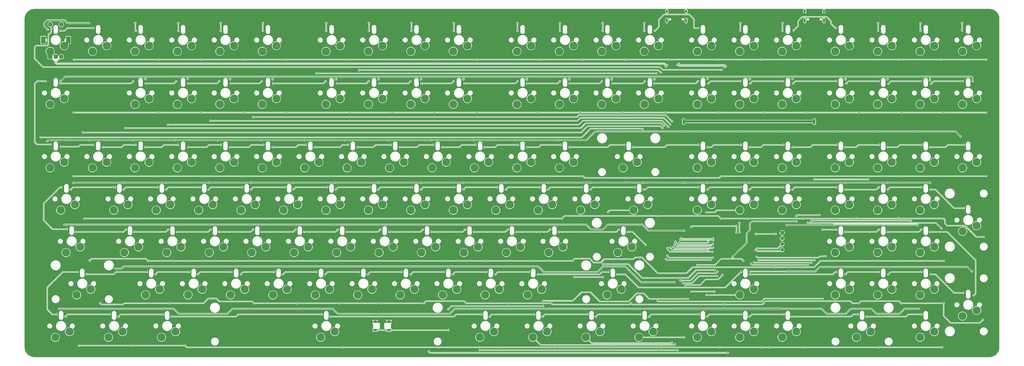
<source format=gbr>
%TF.GenerationSoftware,KiCad,Pcbnew,7.0.3*%
%TF.CreationDate,2023-05-19T09:12:57-04:00*%
%TF.ProjectId,100p-keebored,31303070-2d6b-4656-9562-6f7265642e6b,rev?*%
%TF.SameCoordinates,Original*%
%TF.FileFunction,Copper,L1,Top*%
%TF.FilePolarity,Positive*%
%FSLAX46Y46*%
G04 Gerber Fmt 4.6, Leading zero omitted, Abs format (unit mm)*
G04 Created by KiCad (PCBNEW 7.0.3) date 2023-05-19 09:12:57*
%MOMM*%
%LPD*%
G01*
G04 APERTURE LIST*
%TA.AperFunction,ComponentPad*%
%ADD10C,3.600000*%
%TD*%
%TA.AperFunction,ComponentPad*%
%ADD11R,2.000000X2.000000*%
%TD*%
%TA.AperFunction,ComponentPad*%
%ADD12C,2.000000*%
%TD*%
%TA.AperFunction,ComponentPad*%
%ADD13R,2.000000X3.200000*%
%TD*%
%TA.AperFunction,SMDPad,CuDef*%
%ADD14R,1.800000X1.100000*%
%TD*%
%TA.AperFunction,ComponentPad*%
%ADD15R,1.700000X1.700000*%
%TD*%
%TA.AperFunction,ComponentPad*%
%ADD16C,1.700000*%
%TD*%
%TA.AperFunction,ComponentPad*%
%ADD17O,1.000000X1.600000*%
%TD*%
%TA.AperFunction,ComponentPad*%
%ADD18O,1.000000X2.100000*%
%TD*%
%TA.AperFunction,ViaPad*%
%ADD19C,0.600000*%
%TD*%
%TA.AperFunction,ViaPad*%
%ADD20C,0.800000*%
%TD*%
%TA.AperFunction,Conductor*%
%ADD21C,0.250000*%
%TD*%
%TA.AperFunction,Conductor*%
%ADD22C,0.200000*%
%TD*%
%TA.AperFunction,Conductor*%
%ADD23C,1.000000*%
%TD*%
%TA.AperFunction,Conductor*%
%ADD24C,0.189383*%
%TD*%
%TA.AperFunction,Conductor*%
%ADD25C,0.300000*%
%TD*%
%TA.AperFunction,Conductor*%
%ADD26C,0.500000*%
%TD*%
G04 APERTURE END LIST*
D10*
%TO.P,SW10,1,1*%
%TO.N,Net-(D10-A)*%
X259461000Y-79044800D03*
%TO.P,SW10,2,2*%
%TO.N,Col10*%
X253111000Y-81584800D03*
%TD*%
%TO.P,SW127,1,1*%
%TO.N,Net-(D127-A)*%
X407098500Y-207632300D03*
%TO.P,SW127,2,2*%
%TO.N,Col17*%
X400748500Y-210172300D03*
%TD*%
%TO.P,SW96,1,1*%
%TO.N,Net-(D96-A)*%
X333279750Y-169532300D03*
%TO.P,SW96,2,2*%
%TO.N,Col14*%
X326929750Y-172072300D03*
%TD*%
%TO.P,SW78,1,1*%
%TO.N,Net-(D78-A)*%
X388048500Y-150482300D03*
%TO.P,SW78,2,2*%
%TO.N,Col16*%
X381698500Y-153022300D03*
%TD*%
%TO.P,SW115,1,1*%
%TO.N,Net-(D115-A)*%
X469011000Y-188582300D03*
%TO.P,SW115,2,2*%
%TO.N,Col20*%
X462661000Y-191122300D03*
%TD*%
%TO.P,SW73,1,1*%
%TO.N,Net-(D73-A)*%
X278511000Y-150482300D03*
%TO.P,SW73,2,2*%
%TO.N,Col11*%
X272161000Y-153022300D03*
%TD*%
%TO.P,SW50,1,1*%
%TO.N,Net-(D50-A)*%
X230886000Y-131432300D03*
%TO.P,SW50,2,2*%
%TO.N,Col9*%
X224536000Y-133972300D03*
%TD*%
D11*
%TO.P,SW130,A,A*%
%TO.N,enc-*%
X72176000Y-84004800D03*
D12*
%TO.P,SW130,B,B*%
%TO.N,enc+*%
X77176000Y-84004800D03*
%TO.P,SW130,C,C*%
%TO.N,GND*%
X74676000Y-84004800D03*
D13*
%TO.P,SW130,MP*%
%TO.N,N/C*%
X69076000Y-76504800D03*
X80276000Y-76504800D03*
D12*
%TO.P,SW130,S1,S1*%
%TO.N,sw1Out*%
X77176000Y-69504800D03*
%TO.P,SW130,S2,S2*%
%TO.N,Col1*%
X72176000Y-69504800D03*
%TD*%
D10*
%TO.P,SW69,1,1*%
%TO.N,Net-(D69-A)*%
X202311000Y-150482300D03*
%TO.P,SW69,2,2*%
%TO.N,Col7*%
X195961000Y-153022300D03*
%TD*%
%TO.P,SW19,1,1*%
%TO.N,Net-(D19-A)*%
X449961000Y-79044800D03*
%TO.P,SW19,2,2*%
%TO.N,Col19*%
X443611000Y-81584800D03*
%TD*%
%TO.P,SW125,1,1*%
%TO.N,Net-(D125-A)*%
X368998500Y-207632300D03*
%TO.P,SW125,2,2*%
%TO.N,Col15*%
X362648500Y-210172300D03*
%TD*%
%TO.P,SW76,1,1*%
%TO.N,Net-(D76-A)*%
X340423500Y-150482300D03*
%TO.P,SW76,2,2*%
%TO.N,Col14*%
X334073500Y-153022300D03*
%TD*%
%TO.P,SW4,1,1*%
%TO.N,Net-(D4-A)*%
X135636000Y-79044800D03*
%TO.P,SW4,2,2*%
%TO.N,Col4*%
X129286000Y-81584800D03*
%TD*%
%TO.P,SW51,1,1*%
%TO.N,Net-(D51-A)*%
X249936000Y-131432300D03*
%TO.P,SW51,2,2*%
%TO.N,Col10*%
X243586000Y-133972300D03*
%TD*%
%TO.P,SW12,1,1*%
%TO.N,Net-(D12-A)*%
X307086000Y-79044800D03*
%TO.P,SW12,2,2*%
%TO.N,Col12*%
X300736000Y-81584800D03*
%TD*%
%TO.P,SW71,1,1*%
%TO.N,Net-(D71-A)*%
X240411000Y-150482300D03*
%TO.P,SW71,2,2*%
%TO.N,Col9*%
X234061000Y-153022300D03*
%TD*%
%TO.P,SW126,1,1*%
%TO.N,Net-(D126-A)*%
X388048500Y-207632300D03*
%TO.P,SW126,2,2*%
%TO.N,Col16*%
X381698500Y-210172300D03*
%TD*%
%TO.P,SW119,1,1*%
%TO.N,Net-(D119-A)*%
X128492250Y-207632300D03*
%TO.P,SW119,2,2*%
%TO.N,Col3*%
X122142250Y-210172300D03*
%TD*%
%TO.P,SW107,1,1*%
%TO.N,Net-(D107-A)*%
X235648500Y-188582300D03*
%TO.P,SW107,2,2*%
%TO.N,Col8*%
X229298500Y-191122300D03*
%TD*%
%TO.P,SW27,1,1*%
%TO.N,Net-(D27-A)*%
X202311000Y-102857300D03*
%TO.P,SW27,2,2*%
%TO.N,Col7*%
X195961000Y-105397300D03*
%TD*%
%TO.P,SW48,1,1*%
%TO.N,Net-(D48-A)*%
X192786000Y-131432300D03*
%TO.P,SW48,2,2*%
%TO.N,Col7*%
X186436000Y-133972300D03*
%TD*%
%TO.P,SW81,1,1*%
%TO.N,Net-(D81-A)*%
X449961000Y-150482300D03*
%TO.P,SW81,2,2*%
%TO.N,Col19*%
X443611000Y-153022300D03*
%TD*%
%TO.P,SW24,1,1*%
%TO.N,Net-(D24-A)*%
X135636000Y-102857300D03*
%TO.P,SW24,2,2*%
%TO.N,Col4*%
X129286000Y-105397300D03*
%TD*%
%TO.P,SW62,1,1*%
%TO.N,Net-(D62-A)*%
X488061000Y-131432300D03*
%TO.P,SW62,2,2*%
%TO.N,Col21*%
X481711000Y-133972300D03*
%TD*%
%TO.P,SW23,1,1*%
%TO.N,Net-(D23-A)*%
X116586000Y-102857300D03*
%TO.P,SW23,2,2*%
%TO.N,Col3*%
X110236000Y-105397300D03*
%TD*%
%TO.P,SW88,1,1*%
%TO.N,Net-(D88-A)*%
X168973500Y-169532300D03*
%TO.P,SW88,2,2*%
%TO.N,Col5*%
X162623500Y-172072300D03*
%TD*%
%TO.P,SW105,1,1*%
%TO.N,Net-(D105-A)*%
X197548500Y-188582300D03*
%TO.P,SW105,2,2*%
%TO.N,Col6*%
X191198500Y-191122300D03*
%TD*%
%TO.P,SW8,1,1*%
%TO.N,Net-(D8-A)*%
X221361000Y-79044800D03*
%TO.P,SW8,2,2*%
%TO.N,Col8*%
X215011000Y-81584800D03*
%TD*%
%TO.P,SW117,1,1*%
%TO.N,Net-(D117-A)*%
X80867250Y-207632300D03*
%TO.P,SW117,2,2*%
%TO.N,Col1*%
X74517250Y-210172300D03*
%TD*%
%TO.P,SW79,1,1*%
%TO.N,Net-(D79-A)*%
X407098500Y-150482300D03*
%TO.P,SW79,2,2*%
%TO.N,Col17*%
X400748500Y-153022300D03*
%TD*%
%TO.P,SW66,1,1*%
%TO.N,Net-(D66-A)*%
X145161000Y-150482300D03*
%TO.P,SW66,2,2*%
%TO.N,Col4*%
X138811000Y-153022300D03*
%TD*%
%TO.P,SW30,1,1*%
%TO.N,Net-(D30-A)*%
X259461000Y-102857300D03*
%TO.P,SW30,2,2*%
%TO.N,Col10*%
X253111000Y-105397300D03*
%TD*%
%TO.P,SW87,1,1*%
%TO.N,Net-(D87-A)*%
X149923500Y-169532300D03*
%TO.P,SW87,2,2*%
%TO.N,Col4*%
X143573500Y-172072300D03*
%TD*%
%TO.P,SW68,1,1*%
%TO.N,Net-(D68-A)*%
X183261000Y-150482300D03*
%TO.P,SW68,2,2*%
%TO.N,Col6*%
X176911000Y-153022300D03*
%TD*%
%TO.P,SW15,1,1*%
%TO.N,Net-(D15-A)*%
X368998500Y-79044800D03*
%TO.P,SW15,2,2*%
%TO.N,Col15*%
X362648500Y-81584800D03*
%TD*%
%TO.P,SW25,1,1*%
%TO.N,Net-(D25-A)*%
X154686000Y-102857300D03*
%TO.P,SW25,2,2*%
%TO.N,Col5*%
X148336000Y-105397300D03*
%TD*%
%TO.P,SW89,1,1*%
%TO.N,Net-(D89-A)*%
X188023500Y-169532300D03*
%TO.P,SW89,2,2*%
%TO.N,Col6*%
X181673500Y-172072300D03*
%TD*%
%TO.P,SW39,1,1*%
%TO.N,Net-(D39-A)*%
X449961000Y-102857300D03*
%TO.P,SW39,2,2*%
%TO.N,Col19*%
X443611000Y-105397300D03*
%TD*%
%TO.P,SW102,1,1*%
%TO.N,Net-(D102-A)*%
X140398500Y-188582300D03*
%TO.P,SW102,2,2*%
%TO.N,Col3*%
X134048500Y-191122300D03*
%TD*%
%TO.P,SW70,1,1*%
%TO.N,Net-(D70-A)*%
X221361000Y-150482300D03*
%TO.P,SW70,2,2*%
%TO.N,Col8*%
X215011000Y-153022300D03*
%TD*%
%TO.P,SW77,1,1*%
%TO.N,Net-(D77-A)*%
X368998500Y-150482300D03*
%TO.P,SW77,2,2*%
%TO.N,Col15*%
X362648500Y-153022300D03*
%TD*%
%TO.P,SW59,1,1*%
%TO.N,Net-(D59-A)*%
X430911000Y-131432300D03*
%TO.P,SW59,2,2*%
%TO.N,Col18*%
X424561000Y-133972300D03*
%TD*%
%TO.P,SW114,1,1*%
%TO.N,Net-(D114-A)*%
X449961000Y-188582300D03*
%TO.P,SW114,2,2*%
%TO.N,Col19*%
X443611000Y-191122300D03*
%TD*%
%TO.P,SW11,1,1*%
%TO.N,Net-(D11-A)*%
X288036000Y-79044800D03*
%TO.P,SW11,2,2*%
%TO.N,Col11*%
X281686000Y-81584800D03*
%TD*%
%TO.P,SW22,1,1*%
%TO.N,Net-(D22-A)*%
X78486000Y-102857300D03*
%TO.P,SW22,2,2*%
%TO.N,Col1*%
X72136000Y-105397300D03*
%TD*%
%TO.P,SW61,1,1*%
%TO.N,Net-(D61-A)*%
X469011000Y-131432300D03*
%TO.P,SW61,2,2*%
%TO.N,Col20*%
X462661000Y-133972300D03*
%TD*%
%TO.P,SW6,1,1*%
%TO.N,Net-(D6-A)*%
X173736000Y-79044800D03*
%TO.P,SW6,2,2*%
%TO.N,Col6*%
X167386000Y-81584800D03*
%TD*%
%TO.P,SW97,1,1*%
%TO.N,Net-(D97-A)*%
X430911000Y-169532300D03*
%TO.P,SW97,2,2*%
%TO.N,Col18*%
X424561000Y-172072300D03*
%TD*%
%TO.P,SW21,1,1*%
%TO.N,Net-(D21-A)*%
X488061000Y-79044800D03*
%TO.P,SW21,2,2*%
%TO.N,Col21*%
X481711000Y-81584800D03*
%TD*%
%TO.P,SW29,1,1*%
%TO.N,Net-(D29-A)*%
X240411000Y-102857300D03*
%TO.P,SW29,2,2*%
%TO.N,Col9*%
X234061000Y-105397300D03*
%TD*%
%TO.P,SW63,1,1*%
%TO.N,Net-(D63-A)*%
X83248500Y-150482300D03*
%TO.P,SW63,2,2*%
%TO.N,Col1*%
X76898500Y-153022300D03*
%TD*%
%TO.P,SW124,1,1*%
%TO.N,Net-(D124-A)*%
X342804750Y-207632300D03*
%TO.P,SW124,2,2*%
%TO.N,Col14*%
X336454750Y-210172300D03*
%TD*%
%TO.P,SW17,1,1*%
%TO.N,Net-(D17-A)*%
X407098500Y-79044800D03*
%TO.P,SW17,2,2*%
%TO.N,Col17*%
X400748500Y-81584800D03*
%TD*%
%TO.P,SW49,1,1*%
%TO.N,Net-(D49-A)*%
X211836000Y-131432300D03*
%TO.P,SW49,2,2*%
%TO.N,Col8*%
X205486000Y-133972300D03*
%TD*%
%TO.P,SW122,1,1*%
%TO.N,Net-(D122-A)*%
X295179750Y-207632300D03*
%TO.P,SW122,2,2*%
%TO.N,Col11*%
X288829750Y-210172300D03*
%TD*%
%TO.P,SW16,1,1*%
%TO.N,Net-(D16-A)*%
X388048500Y-79044800D03*
%TO.P,SW16,2,2*%
%TO.N,Col16*%
X381698500Y-81584800D03*
%TD*%
%TO.P,SW120,1,1*%
%TO.N,Net-(D120-A)*%
X199929750Y-207632300D03*
%TO.P,SW120,2,2*%
%TO.N,Col6*%
X193579750Y-210172300D03*
%TD*%
%TO.P,SW26,1,1*%
%TO.N,Net-(D26-A)*%
X173736000Y-102857300D03*
%TO.P,SW26,2,2*%
%TO.N,Col6*%
X167386000Y-105397300D03*
%TD*%
%TO.P,SW82,1,1*%
%TO.N,Net-(D82-A)*%
X469011000Y-150482300D03*
%TO.P,SW82,2,2*%
%TO.N,Col20*%
X462661000Y-153022300D03*
%TD*%
%TO.P,SW58,1,1*%
%TO.N,Net-(D58-A)*%
X407098500Y-131432300D03*
%TO.P,SW58,2,2*%
%TO.N,Col17*%
X400748500Y-133972300D03*
%TD*%
%TO.P,SW86,1,1*%
%TO.N,Net-(D86-A)*%
X130873500Y-169532300D03*
%TO.P,SW86,2,2*%
%TO.N,Col3*%
X124523500Y-172072300D03*
%TD*%
%TO.P,SW84,1,1*%
%TO.N,Net-(D84-A)*%
X85629750Y-169532300D03*
%TO.P,SW84,2,2*%
%TO.N,Col1*%
X79279750Y-172072300D03*
%TD*%
%TO.P,SW37,1,1*%
%TO.N,Net-(D37-A)*%
X407098500Y-102857300D03*
%TO.P,SW37,2,2*%
%TO.N,Col17*%
X400748500Y-105397300D03*
%TD*%
%TO.P,SW90,1,1*%
%TO.N,Net-(D90-A)*%
X207073500Y-169532300D03*
%TO.P,SW90,2,2*%
%TO.N,Col7*%
X200723500Y-172072300D03*
%TD*%
%TO.P,SW9,1,1*%
%TO.N,Net-(D9-A)*%
X240411000Y-79044800D03*
%TO.P,SW9,2,2*%
%TO.N,Col9*%
X234061000Y-81584800D03*
%TD*%
%TO.P,SW18,1,1*%
%TO.N,Net-(D18-A)*%
X430911000Y-79044800D03*
%TO.P,SW18,2,2*%
%TO.N,Col18*%
X424561000Y-81584800D03*
%TD*%
%TO.P,SW35,1,1*%
%TO.N,Net-(D35-A)*%
X368998500Y-102857300D03*
%TO.P,SW35,2,2*%
%TO.N,Col15*%
X362648500Y-105397300D03*
%TD*%
%TO.P,SW34,1,1*%
%TO.N,Net-(D34-A)*%
X345186000Y-102857300D03*
%TO.P,SW34,2,2*%
%TO.N,Col14*%
X338836000Y-105397300D03*
%TD*%
%TO.P,SW121,1,1*%
%TO.N,Net-(D121-A)*%
X271367250Y-207632300D03*
%TO.P,SW121,2,2*%
%TO.N,Col10*%
X265017250Y-210172300D03*
%TD*%
%TO.P,SW46,1,1*%
%TO.N,Net-(D46-A)*%
X154686000Y-131432300D03*
%TO.P,SW46,2,2*%
%TO.N,Col5*%
X148336000Y-133972300D03*
%TD*%
%TO.P,SW74,1,1*%
%TO.N,Net-(D74-A)*%
X297561000Y-150482300D03*
%TO.P,SW74,2,2*%
%TO.N,Col12*%
X291211000Y-153022300D03*
%TD*%
%TO.P,SW47,1,1*%
%TO.N,Net-(D47-A)*%
X173736000Y-131432300D03*
%TO.P,SW47,2,2*%
%TO.N,Col6*%
X167386000Y-133972300D03*
%TD*%
%TO.P,SW80,1,1*%
%TO.N,Net-(D80-A)*%
X430911000Y-150482300D03*
%TO.P,SW80,2,2*%
%TO.N,Col18*%
X424561000Y-153022300D03*
%TD*%
%TO.P,SW32,1,1*%
%TO.N,Net-(D32-A)*%
X307086000Y-102857300D03*
%TO.P,SW32,2,2*%
%TO.N,Col12*%
X300736000Y-105397300D03*
%TD*%
%TO.P,SW110,1,1*%
%TO.N,Net-(D110-A)*%
X292798500Y-188582300D03*
%TO.P,SW110,2,2*%
%TO.N,Col11*%
X286448500Y-191122300D03*
%TD*%
%TO.P,SW2,1,1*%
%TO.N,Net-(D2-A)*%
X97536000Y-79044800D03*
%TO.P,SW2,2,2*%
%TO.N,Col2*%
X91186000Y-81584800D03*
%TD*%
%TO.P,SW129,1,1*%
%TO.N,Net-(D129-A)*%
X469011000Y-207632300D03*
%TO.P,SW129,2,2*%
%TO.N,Col20*%
X462661000Y-210172300D03*
%TD*%
%TO.P,SW123,1,1*%
%TO.N,Net-(D123-A)*%
X318992250Y-207632300D03*
%TO.P,SW123,2,2*%
%TO.N,Col12*%
X312642250Y-210172300D03*
%TD*%
%TO.P,SW98,1,1*%
%TO.N,Net-(D98-A)*%
X449961000Y-169532300D03*
%TO.P,SW98,2,2*%
%TO.N,Col19*%
X443611000Y-172072300D03*
%TD*%
%TO.P,SW95,1,1*%
%TO.N,Net-(D95-A)*%
X302323500Y-169532300D03*
%TO.P,SW95,2,2*%
%TO.N,Col12*%
X295973500Y-172072300D03*
%TD*%
%TO.P,SW14,1,1*%
%TO.N,Net-(D14-A)*%
X345186000Y-79044800D03*
%TO.P,SW14,2,2*%
%TO.N,Col14*%
X338836000Y-81584800D03*
%TD*%
%TO.P,SW57,1,1*%
%TO.N,Net-(D57-A)*%
X388048500Y-131432300D03*
%TO.P,SW57,2,2*%
%TO.N,Col16*%
X381698500Y-133972300D03*
%TD*%
%TO.P,SW104,1,1*%
%TO.N,Net-(D104-A)*%
X178498500Y-188582300D03*
%TO.P,SW104,2,2*%
%TO.N,Col5*%
X172148500Y-191122300D03*
%TD*%
%TO.P,SW13,1,1*%
%TO.N,Net-(D13-A)*%
X326136000Y-79044800D03*
%TO.P,SW13,2,2*%
%TO.N,Col13*%
X319786000Y-81584800D03*
%TD*%
%TO.P,SW112,1,1*%
%TO.N,Net-(D112-A)*%
X388048480Y-188582272D03*
%TO.P,SW112,2,2*%
%TO.N,Col16*%
X381698480Y-191122272D03*
%TD*%
%TO.P,SW100,1,1*%
%TO.N,Net-(D100-A)*%
X90392250Y-188582300D03*
%TO.P,SW100,2,2*%
%TO.N,Col1*%
X84042250Y-191122300D03*
%TD*%
%TO.P,SW99,1,1*%
%TO.N,Net-(D99-A)*%
X469011000Y-169532300D03*
%TO.P,SW99,2,2*%
%TO.N,Col20*%
X462661000Y-172072300D03*
%TD*%
%TO.P,SW45,1,1*%
%TO.N,Net-(D45-A)*%
X135636000Y-131432300D03*
%TO.P,SW45,2,2*%
%TO.N,Col4*%
X129286000Y-133972300D03*
%TD*%
%TO.P,SW5,1,1*%
%TO.N,Net-(D5-A)*%
X154686000Y-79044800D03*
%TO.P,SW5,2,2*%
%TO.N,Col5*%
X148336000Y-81584800D03*
%TD*%
%TO.P,SW94,1,1*%
%TO.N,Net-(D94-A)*%
X283273500Y-169532300D03*
%TO.P,SW94,2,2*%
%TO.N,Col11*%
X276923500Y-172072300D03*
%TD*%
%TO.P,SW101,1,1*%
%TO.N,Net-(D101-A)*%
X121348500Y-188582300D03*
%TO.P,SW101,2,2*%
%TO.N,Col2*%
X114998500Y-191122300D03*
%TD*%
%TO.P,SW56,1,1*%
%TO.N,Net-(D56-A)*%
X368998500Y-131432300D03*
%TO.P,SW56,2,2*%
%TO.N,Col15*%
X362648500Y-133972300D03*
%TD*%
%TO.P,SW28,1,1*%
%TO.N,Net-(D28-A)*%
X221361000Y-102857300D03*
%TO.P,SW28,2,2*%
%TO.N,Col8*%
X215011000Y-105397300D03*
%TD*%
%TO.P,SW43,1,1*%
%TO.N,Net-(D43-A)*%
X97536000Y-131432300D03*
%TO.P,SW43,2,2*%
%TO.N,Col2*%
X91186000Y-133972300D03*
%TD*%
%TO.P,SW31,1,1*%
%TO.N,Net-(D31-A)*%
X288036000Y-102857300D03*
%TO.P,SW31,2,2*%
%TO.N,Col11*%
X281686000Y-105397300D03*
%TD*%
%TO.P,SW52,1,1*%
%TO.N,Net-(D52-A)*%
X268986000Y-131432300D03*
%TO.P,SW52,2,2*%
%TO.N,Col11*%
X262636000Y-133972300D03*
%TD*%
%TO.P,SW103,1,1*%
%TO.N,Net-(D103-A)*%
X159448500Y-188582300D03*
%TO.P,SW103,2,2*%
%TO.N,Col4*%
X153098500Y-191122300D03*
%TD*%
%TO.P,SW91,1,1*%
%TO.N,Net-(D91-A)*%
X226123500Y-169532300D03*
%TO.P,SW91,2,2*%
%TO.N,Col8*%
X219773500Y-172072300D03*
%TD*%
%TO.P,SW36,1,1*%
%TO.N,Net-(D36-A)*%
X388048500Y-102857300D03*
%TO.P,SW36,2,2*%
%TO.N,Col16*%
X381698500Y-105397300D03*
%TD*%
%TO.P,SW44,1,1*%
%TO.N,Net-(D44-A)*%
X116586000Y-131432300D03*
%TO.P,SW44,2,2*%
%TO.N,Col3*%
X110236000Y-133972300D03*
%TD*%
%TO.P,SW111,1,1*%
%TO.N,Net-(D111-A)*%
X328517250Y-188582300D03*
%TO.P,SW111,2,2*%
%TO.N,Col14*%
X322167250Y-191122300D03*
%TD*%
%TO.P,SW85,1,1*%
%TO.N,Net-(D85-A)*%
X111823500Y-169532300D03*
%TO.P,SW85,2,2*%
%TO.N,Col2*%
X105473500Y-172072300D03*
%TD*%
%TO.P,SW54,1,1*%
%TO.N,Net-(D54-A)*%
X307086000Y-131432300D03*
%TO.P,SW54,2,2*%
%TO.N,Col13*%
X300736000Y-133972300D03*
%TD*%
%TO.P,SW41,1,1*%
%TO.N,Net-(D41-A)*%
X488061000Y-102857300D03*
%TO.P,SW41,2,2*%
%TO.N,Col21*%
X481711000Y-105397300D03*
%TD*%
%TO.P,SW93,1,1*%
%TO.N,Net-(D93-A)*%
X264223500Y-169532300D03*
%TO.P,SW93,2,2*%
%TO.N,Col10*%
X257873500Y-172072300D03*
%TD*%
%TO.P,SW118,1,1*%
%TO.N,Net-(D118-A)*%
X104679750Y-207632300D03*
%TO.P,SW118,2,2*%
%TO.N,Col2*%
X98329750Y-210172300D03*
%TD*%
%TO.P,SW75,1,1*%
%TO.N,Net-(D75-A)*%
X316611000Y-150482300D03*
%TO.P,SW75,2,2*%
%TO.N,Col13*%
X310261000Y-153022300D03*
%TD*%
%TO.P,SW55,1,1*%
%TO.N,Net-(D55-A)*%
X335661000Y-131432300D03*
%TO.P,SW55,2,2*%
%TO.N,Col14*%
X329311000Y-133972300D03*
%TD*%
%TO.P,SW42,1,1*%
%TO.N,Net-(D42-A)*%
X78486000Y-131432300D03*
%TO.P,SW42,2,2*%
%TO.N,Col1*%
X72136000Y-133972300D03*
%TD*%
%TO.P,SW109,1,1*%
%TO.N,Net-(D109-A)*%
X273748500Y-188582300D03*
%TO.P,SW109,2,2*%
%TO.N,Col10*%
X267398500Y-191122300D03*
%TD*%
%TO.P,SW83,1,1*%
%TO.N,Net-(D83-A)*%
X488061000Y-160007300D03*
%TO.P,SW83,2,2*%
%TO.N,Col21*%
X481711000Y-162547300D03*
%TD*%
%TO.P,SW72,1,1*%
%TO.N,Net-(D72-A)*%
X259461000Y-150482300D03*
%TO.P,SW72,2,2*%
%TO.N,Col10*%
X253111000Y-153022300D03*
%TD*%
%TO.P,SW20,1,1*%
%TO.N,Net-(D20-A)*%
X469011000Y-79044800D03*
%TO.P,SW20,2,2*%
%TO.N,Col20*%
X462661000Y-81584800D03*
%TD*%
%TO.P,SW128,1,1*%
%TO.N,Net-(D128-A)*%
X440436000Y-207632300D03*
%TO.P,SW128,2,2*%
%TO.N,Col19*%
X434086000Y-210172300D03*
%TD*%
%TO.P,SW67,1,1*%
%TO.N,Net-(D67-A)*%
X164211000Y-150482300D03*
%TO.P,SW67,2,2*%
%TO.N,Col5*%
X157861000Y-153022300D03*
%TD*%
%TO.P,SW53,1,1*%
%TO.N,Net-(D53-A)*%
X288036000Y-131432300D03*
%TO.P,SW53,2,2*%
%TO.N,Col12*%
X281686000Y-133972300D03*
%TD*%
%TO.P,SW92,1,1*%
%TO.N,Net-(D92-A)*%
X245173500Y-169532300D03*
%TO.P,SW92,2,2*%
%TO.N,Col9*%
X238823500Y-172072300D03*
%TD*%
%TO.P,SW108,1,1*%
%TO.N,Net-(D108-A)*%
X254698500Y-188582300D03*
%TO.P,SW108,2,2*%
%TO.N,Col9*%
X248348500Y-191122300D03*
%TD*%
%TO.P,SW1,1,1*%
%TO.N,sw1Out*%
X78486000Y-79044800D03*
%TO.P,SW1,2,2*%
%TO.N,Col1*%
X72136000Y-81584800D03*
%TD*%
%TO.P,SW3,1,1*%
%TO.N,Net-(D3-A)*%
X116586000Y-79044800D03*
%TO.P,SW3,2,2*%
%TO.N,Col3*%
X110236000Y-81584800D03*
%TD*%
%TO.P,SW113,1,1*%
%TO.N,Net-(D113-A)*%
X430911000Y-188582300D03*
%TO.P,SW113,2,2*%
%TO.N,Col18*%
X424561000Y-191122300D03*
%TD*%
%TO.P,SW65,1,1*%
%TO.N,Net-(D65-A)*%
X126111000Y-150482300D03*
%TO.P,SW65,2,2*%
%TO.N,Col3*%
X119761000Y-153022300D03*
%TD*%
%TO.P,SW60,1,1*%
%TO.N,Net-(D60-A)*%
X449961000Y-131432300D03*
%TO.P,SW60,2,2*%
%TO.N,Col19*%
X443611000Y-133972300D03*
%TD*%
%TO.P,SW33,1,1*%
%TO.N,Net-(D33-A)*%
X326136000Y-102857300D03*
%TO.P,SW33,2,2*%
%TO.N,Col13*%
X319786000Y-105397300D03*
%TD*%
%TO.P,SW64,1,1*%
%TO.N,Net-(D64-A)*%
X107061000Y-150482300D03*
%TO.P,SW64,2,2*%
%TO.N,Col2*%
X100711000Y-153022300D03*
%TD*%
D14*
%TO.P,SW200,1,1*%
%TO.N,GND*%
X218022704Y-203242156D03*
X224222704Y-203242156D03*
%TO.P,SW200,2,2*%
%TO.N,RESET*%
X218022704Y-206942156D03*
X224222704Y-206942156D03*
%TD*%
D15*
%TO.P,J4,1,Pin_1*%
%TO.N,GND*%
X400748160Y-163182144D03*
D16*
%TO.P,J4,2,Pin_2*%
%TO.N,+5V*%
X400748160Y-165722144D03*
%TO.P,J4,3,Pin_3*%
%TO.N,SCL*%
X400748160Y-168262144D03*
%TO.P,J4,4,Pin_4*%
%TO.N,SDA*%
X400748160Y-170802144D03*
%TD*%
D10*
%TO.P,SW40,1,1*%
%TO.N,Net-(D40-A)*%
X469011000Y-102857300D03*
%TO.P,SW40,2,2*%
%TO.N,Col20*%
X462661000Y-105397300D03*
%TD*%
%TO.P,SW116,1,1*%
%TO.N,Net-(D116-A)*%
X488061000Y-198107300D03*
%TO.P,SW116,2,2*%
%TO.N,Col21*%
X481711000Y-200647300D03*
%TD*%
%TO.P,SW106,1,1*%
%TO.N,Net-(D106-A)*%
X216598500Y-188582300D03*
%TO.P,SW106,2,2*%
%TO.N,Col7*%
X210248500Y-191122300D03*
%TD*%
%TO.P,SW38,1,1*%
%TO.N,Net-(D38-A)*%
X430911000Y-102857300D03*
%TO.P,SW38,2,2*%
%TO.N,Col18*%
X424561000Y-105397300D03*
%TD*%
%TO.P,SW7,1,1*%
%TO.N,Net-(D7-A)*%
X202311000Y-79044800D03*
%TO.P,SW7,2,2*%
%TO.N,Col7*%
X195961000Y-81584800D03*
%TD*%
D17*
%TO.P,J3,S1,SHIELD*%
%TO.N,unconnected-(J3-SHIELD-PadS1)*%
X410874750Y-63548550D03*
D18*
X410874750Y-67728550D03*
D17*
X419514750Y-63548550D03*
D18*
X419514750Y-67728550D03*
%TD*%
D17*
%TO.P,J2,S1,SHIELD*%
%TO.N,unconnected-(J2-SHIELD-PadS1)*%
X348962250Y-63548550D03*
D18*
X348962250Y-67728550D03*
D17*
X357602250Y-63548550D03*
D18*
X357602250Y-67728550D03*
%TD*%
D19*
%TO.N,GND*%
X364236000Y-167030400D03*
X361289600Y-167030400D03*
X392074400Y-155854400D03*
X397154400Y-158877000D03*
X397179800Y-156006800D03*
X397129000Y-157403800D03*
X414096200Y-154406600D03*
X418846000Y-155702000D03*
X416280600Y-154406600D03*
X407136600Y-158902400D03*
X406196800Y-157378400D03*
X408203400Y-157657800D03*
X406044400Y-155930600D03*
X408203400Y-156006800D03*
X385699000Y-157632400D03*
X391998200Y-159004000D03*
X393725400Y-159562800D03*
X387146800Y-160705800D03*
X385622800Y-160629600D03*
X377545600Y-174193200D03*
X379399800Y-174218600D03*
X377723400Y-175488600D03*
X379145800Y-175463200D03*
X383997200Y-167436800D03*
X385292600Y-168173400D03*
%TO.N,extraUSBSense*%
X407111200Y-158064200D03*
X407111200Y-155600400D03*
X417459000Y-155244800D03*
X378510800Y-173990000D03*
%TO.N,GND*%
X432841400Y-70459600D03*
X424713400Y-73406000D03*
X425424600Y-69850000D03*
X423748200Y-68859400D03*
X425272200Y-67564000D03*
X421030400Y-68072000D03*
X409321000Y-68072000D03*
X408533600Y-66040000D03*
X408914600Y-64414400D03*
X418490400Y-64439800D03*
X411988000Y-64389000D03*
X415137600Y-66954400D03*
X415417000Y-70739000D03*
X377164600Y-215646000D03*
X375589800Y-213893400D03*
X377063000Y-213944200D03*
X378180600Y-200609200D03*
X375361200Y-200710800D03*
X378282200Y-198678800D03*
X375132600Y-198729600D03*
X378231400Y-196392800D03*
X374726200Y-196443600D03*
X373811800Y-194741800D03*
X375513600Y-194767200D03*
X378688600Y-193268600D03*
X377774200Y-188950600D03*
X375462800Y-189611000D03*
X372872000Y-189534800D03*
X373862600Y-192481200D03*
X375488200Y-192506600D03*
X381736600Y-182778400D03*
X380060200Y-184277000D03*
X378434600Y-179527200D03*
X380009400Y-179527200D03*
X381533400Y-179324000D03*
X375615200Y-185064400D03*
X376402600Y-182499000D03*
X376936000Y-185242200D03*
X376936000Y-186994800D03*
X375513600Y-216458800D03*
X355092000Y-215976200D03*
X353339400Y-213842600D03*
X353136200Y-215290400D03*
%TO.N,Col9*%
X376301000Y-217170000D03*
%TO.N,Row7*%
X394893800Y-214654868D03*
%TO.N,GND*%
X416433000Y-92252800D03*
X414070800Y-92176600D03*
X413893000Y-95834200D03*
X416356800Y-95808800D03*
X416382200Y-94005400D03*
X414096200Y-94107000D03*
X414045400Y-109880400D03*
X416306000Y-109829600D03*
X416255200Y-108432600D03*
X414121600Y-108458000D03*
X359054400Y-112039400D03*
X359079800Y-114223800D03*
X357708200Y-114274600D03*
X357759000Y-112090200D03*
X378129800Y-112064800D03*
X378180600Y-114249200D03*
X373557800Y-114249200D03*
X374853200Y-114249200D03*
X376682000Y-114198400D03*
X376732800Y-112115600D03*
X374853200Y-112115600D03*
X373532400Y-112064800D03*
X394716000Y-108381800D03*
X397230600Y-108407200D03*
X394335000Y-109880400D03*
X393649200Y-112090200D03*
X397154400Y-112064800D03*
X397205200Y-114274600D03*
X393700000Y-114249200D03*
D20*
%TO.N,+5V*%
X356616000Y-114020600D03*
X356616000Y-112293400D03*
X356616000Y-113157000D03*
X415188400Y-113995200D03*
X415188400Y-113157000D03*
X415188400Y-112318800D03*
D19*
%TO.N,GND*%
X373557800Y-186283600D03*
X368833400Y-188696600D03*
X369036600Y-185953400D03*
X364947200Y-192176400D03*
X361289600Y-191389000D03*
X364845600Y-188696600D03*
X361899200Y-188772800D03*
X357835200Y-188544200D03*
X360756200Y-187248800D03*
%TO.N,RESET*%
X358368600Y-192887600D03*
X359943400Y-160502600D03*
X293420800Y-193802000D03*
X293420800Y-196113400D03*
%TO.N,GND*%
X378053600Y-171399200D03*
X383235200Y-163601400D03*
X371094000Y-162077400D03*
X373456200Y-164541200D03*
X375615200Y-164617400D03*
X385267200Y-175742600D03*
X385851400Y-177571400D03*
X395859000Y-179628800D03*
X397129000Y-179501800D03*
X398449800Y-173710600D03*
X397154400Y-173736000D03*
X402107400Y-173736000D03*
X403529800Y-173761400D03*
X416001200Y-173685200D03*
X414502600Y-173685200D03*
X413054800Y-173685200D03*
X411505400Y-173685200D03*
X413181800Y-177419000D03*
X416153600Y-175082200D03*
X414655000Y-176225200D03*
X376682000Y-124383800D03*
X359079800Y-93726000D03*
X359029000Y-92227400D03*
X359054400Y-96748600D03*
X359029000Y-95402400D03*
X359029000Y-108458000D03*
X359054400Y-109829600D03*
X359054400Y-118414800D03*
X359054400Y-116916200D03*
X357581200Y-116789200D03*
X357606600Y-118440200D03*
X355828600Y-118389400D03*
X355854000Y-116916200D03*
X347421200Y-125298200D03*
X347395800Y-123977400D03*
X359054400Y-124358400D03*
X359079800Y-122885200D03*
X357581200Y-122783600D03*
X357657400Y-124358400D03*
X355828600Y-124333000D03*
X355828600Y-122961400D03*
X355828600Y-137591800D03*
X355828600Y-143611600D03*
X355828600Y-141706600D03*
X355828600Y-139522200D03*
X357581200Y-141655800D03*
X357530400Y-143611600D03*
X346608400Y-143611600D03*
X346608400Y-141706600D03*
X346633800Y-137668000D03*
X346583000Y-139522200D03*
X346608400Y-163017200D03*
X346557600Y-161493200D03*
X346557600Y-156286200D03*
X346583000Y-154863800D03*
X351688400Y-109880400D03*
X351713800Y-108458000D03*
X353949000Y-108305600D03*
X353949000Y-95199200D03*
X353796600Y-97053400D03*
X349148400Y-98120200D03*
X351688400Y-97739200D03*
X348513400Y-92075000D03*
X350012000Y-93726000D03*
X347802200Y-93903800D03*
X345389200Y-93954600D03*
X343839800Y-92278200D03*
X345211400Y-91211400D03*
X210032600Y-93827600D03*
X211531200Y-93802200D03*
X211658200Y-92202000D03*
X210083400Y-92202000D03*
X209778600Y-89992200D03*
X211632800Y-89382600D03*
X211531200Y-90754200D03*
%TO.N,Col8*%
X346252800Y-91084400D03*
X210820000Y-90068400D03*
%TO.N,Col7*%
X344195400Y-91465400D03*
X191770000Y-91465400D03*
%TO.N,GND*%
X346278200Y-114554000D03*
X161848800Y-111201200D03*
X143078200Y-112191800D03*
X124079000Y-114173000D03*
X104876600Y-115773200D03*
X85877400Y-117500400D03*
X87706200Y-119024400D03*
X106934000Y-119100600D03*
X107061000Y-117221000D03*
X125857000Y-119405400D03*
X125806200Y-117221000D03*
X125857000Y-115392200D03*
X144907000Y-119227600D03*
X144907000Y-117094000D03*
X144957800Y-115392200D03*
X145059400Y-113715800D03*
X163880800Y-119126000D03*
X163931600Y-117043200D03*
X163931600Y-115366800D03*
X163957000Y-113665000D03*
X164160200Y-112039400D03*
X164211000Y-110159800D03*
%TO.N,Col6*%
X163195000Y-111125000D03*
%TO.N,Col5*%
X144145000Y-112801400D03*
%TO.N,Col4*%
X125095000Y-114630200D03*
%TO.N,Col3*%
X106045000Y-116128800D03*
%TO.N,Col2*%
X86879816Y-118033800D03*
%TO.N,GND*%
X345440000Y-110896400D03*
X345363800Y-112115600D03*
X344881200Y-113334800D03*
%TO.N,Col3*%
X347624400Y-115011200D03*
%TO.N,GND*%
X337642200Y-114554000D03*
X337616800Y-115773200D03*
X87528400Y-120853200D03*
X86258400Y-120853200D03*
X86004400Y-122605800D03*
X87655400Y-122656600D03*
X106857800Y-122580400D03*
X105232200Y-122605800D03*
X105384600Y-120853200D03*
X106680000Y-120853200D03*
X317093600Y-116992400D03*
%TO.N,Col1*%
X338048600Y-116535200D03*
%TO.N,GND*%
X345135200Y-116992400D03*
%TO.N,Col2*%
X346989400Y-116078000D03*
%TO.N,GND*%
X372516400Y-173939200D03*
X367538000Y-173177200D03*
X367411000Y-176225200D03*
X365988600Y-176123600D03*
X363296200Y-176123600D03*
X357428800Y-176149000D03*
X362000800Y-176225200D03*
X361848400Y-172694600D03*
X363321600Y-172618400D03*
X366014000Y-172643800D03*
X365937800Y-165227000D03*
X363575600Y-165176200D03*
X361797600Y-165227000D03*
X359206800Y-173355000D03*
X355219000Y-173355000D03*
X349402400Y-172262800D03*
X348234000Y-173558200D03*
%TO.N,Col1*%
X368528600Y-175387000D03*
X348615000Y-175006000D03*
%TO.N,Col2*%
X369570000Y-174371000D03*
X349173800Y-173482000D03*
%TO.N,Col4*%
X349631000Y-115493800D03*
%TO.N,GND*%
X350621600Y-171069000D03*
%TO.N,Col3*%
X369443000Y-171754800D03*
X349199200Y-170078400D03*
%TO.N,GND*%
X351561400Y-170307000D03*
%TO.N,Col4*%
X367538000Y-170916600D03*
X350469200Y-169773600D03*
%TO.N,Col5*%
X350443800Y-114325400D03*
%TO.N,GND*%
X351409000Y-168275000D03*
%TO.N,Col5*%
X351815400Y-169545000D03*
X369722400Y-169773600D03*
%TO.N,GND*%
X372440200Y-171805600D03*
X372592600Y-169367200D03*
X372491000Y-167792400D03*
X353355542Y-168716900D03*
%TO.N,Col6*%
X351358200Y-113080800D03*
X352399600Y-168351200D03*
X368579400Y-169138600D03*
%TO.N,GND*%
X353796600Y-167462200D03*
%TO.N,Col7*%
X352831400Y-167132000D03*
X369595400Y-168148000D03*
%TO.N,Col8*%
X367588800Y-167233600D03*
X354634800Y-167436800D03*
%TO.N,GND*%
X340106000Y-169240200D03*
X345084400Y-167792400D03*
X373613411Y-175468011D03*
X361645200Y-177673000D03*
X354152200Y-156210000D03*
X354152200Y-154965400D03*
X354152200Y-143306800D03*
X354152200Y-141808200D03*
X354152200Y-139547600D03*
X354152200Y-137820400D03*
X354152200Y-124256800D03*
X354152200Y-123012200D03*
X354152200Y-118338600D03*
X354152200Y-116941600D03*
X354152200Y-110896400D03*
X295757600Y-122224800D03*
X297027600Y-122224800D03*
X337210400Y-158800800D03*
X337870800Y-160426400D03*
X336245200Y-160274000D03*
X333095600Y-157124400D03*
X326186800Y-156210000D03*
X326339200Y-152349200D03*
X327609200Y-154940000D03*
X328879200Y-156210000D03*
X334518000Y-156210000D03*
X320090800Y-139446000D03*
X320141600Y-141782800D03*
X322326000Y-147370800D03*
X324510400Y-152349200D03*
X324510400Y-156210000D03*
X324459600Y-154178000D03*
X331622400Y-157937200D03*
X345236800Y-175107600D03*
X346049600Y-171856400D03*
X340004400Y-167843200D03*
X349961200Y-90525600D03*
X348742000Y-89204800D03*
X351688400Y-89154000D03*
%TO.N,enc+*%
X349101043Y-87778957D03*
%TO.N,enc-*%
X348535357Y-88344643D03*
%TO.N,enc+*%
X355595721Y-165561479D03*
X369721390Y-165773564D03*
%TO.N,enc-*%
X354994679Y-166162521D03*
X369721390Y-166573564D03*
%TO.N,GND*%
X354126800Y-161544000D03*
X229209600Y-88036400D03*
X373684800Y-88950800D03*
X350367600Y-63550800D03*
X351688400Y-92252800D03*
X398697118Y-170850500D03*
X164134800Y-88036400D03*
X376682000Y-116840000D03*
X371449600Y-178003200D03*
X354330000Y-194767200D03*
X376885200Y-162610800D03*
X355295200Y-209219800D03*
X421132000Y-174802800D03*
X229209600Y-86055200D03*
X356057200Y-186842400D03*
X276860000Y-87985600D03*
X374853200Y-118465600D03*
X284937200Y-195460244D03*
X352457750Y-73973050D03*
X361950000Y-67919600D03*
X395833600Y-172313600D03*
X351383600Y-196291200D03*
X413054800Y-160553400D03*
X265887200Y-215290400D03*
X373075200Y-180187600D03*
X359206800Y-88925400D03*
X357378000Y-105206800D03*
X70104000Y-121107200D03*
X333806800Y-86106000D03*
X374853200Y-96062800D03*
X401929600Y-158750000D03*
X359765600Y-68122800D03*
X390057700Y-167223500D03*
X278130000Y-86207600D03*
X363118400Y-198221600D03*
X241909600Y-217525600D03*
X374853200Y-149250400D03*
X357479600Y-210921600D03*
X353923600Y-182524400D03*
X357378000Y-152196800D03*
X276809200Y-86207600D03*
X376631200Y-141681200D03*
X374853200Y-156108400D03*
X353060000Y-198221600D03*
X374853200Y-152349200D03*
X354126800Y-165963600D03*
X376732800Y-130454400D03*
X403733000Y-160604200D03*
X376682000Y-118465600D03*
X357378000Y-86156800D03*
X162560000Y-87985600D03*
X374853200Y-137058400D03*
X390372600Y-169621200D03*
X362000800Y-181051200D03*
X414528000Y-160502600D03*
X424662600Y-160655000D03*
X374853200Y-141681200D03*
X297180000Y-87985600D03*
X191058800Y-88087200D03*
X411378400Y-160578800D03*
X354533200Y-65786000D03*
X416052000Y-160553400D03*
X374853200Y-109880400D03*
X308559200Y-122377200D03*
X318516000Y-181305200D03*
X352196400Y-209397600D03*
X357428800Y-167030400D03*
X395782800Y-170840400D03*
X362153200Y-86918800D03*
X374853200Y-116840000D03*
X192582800Y-88036400D03*
X79375000Y-70789800D03*
X356311200Y-180238400D03*
X376682000Y-108458000D03*
X354736400Y-92252800D03*
X354380800Y-186232800D03*
X355854000Y-109931200D03*
X334518000Y-118414800D03*
X394970000Y-165201600D03*
X354212960Y-72226472D03*
X355854000Y-164744400D03*
X360639300Y-194767200D03*
X346964000Y-66751200D03*
X353060000Y-184150000D03*
X356057200Y-192176400D03*
X314960000Y-86156800D03*
X364947200Y-88849200D03*
X388518400Y-172821600D03*
X374853200Y-153720800D03*
X355955600Y-200964800D03*
X352427024Y-72226472D03*
X357723500Y-192278000D03*
X126238000Y-88036400D03*
X248310400Y-87985600D03*
X79375000Y-72567800D03*
X368757200Y-179324000D03*
X368808000Y-180644800D03*
X357378000Y-84632800D03*
X144780000Y-86106000D03*
X374853200Y-157581600D03*
X192532000Y-86106000D03*
X352457750Y-76641230D03*
X249580400Y-86207600D03*
X376682000Y-109829600D03*
X376580400Y-152298400D03*
X381914400Y-165709600D03*
X376682000Y-122885200D03*
X354330000Y-196392800D03*
X284911800Y-196759300D03*
X355346000Y-84632800D03*
X69799200Y-124561600D03*
X395833600Y-166573200D03*
X87731600Y-88087200D03*
X353060000Y-190093600D03*
X371957600Y-179374800D03*
X355854000Y-93980000D03*
X78359000Y-71678800D03*
X356108000Y-63550800D03*
X351432748Y-75351860D03*
X67056000Y-87731600D03*
X390550400Y-170840400D03*
X388747000Y-175869600D03*
X310362600Y-120853200D03*
X369112800Y-183438800D03*
X356616000Y-78790800D03*
X351891600Y-84531200D03*
X376682000Y-136652000D03*
X71628000Y-71170800D03*
X364642400Y-180644800D03*
X354212960Y-71184676D03*
X101854000Y-180136800D03*
X357378000Y-137464800D03*
X374853200Y-143560800D03*
X350596200Y-211759800D03*
X67259200Y-86055200D03*
X278130000Y-87985600D03*
X125780800Y-86106000D03*
X355854000Y-96672400D03*
X354380800Y-190093600D03*
X374853200Y-138480800D03*
X352806000Y-90525600D03*
X379272800Y-163017200D03*
X364642400Y-179384900D03*
X412851600Y-157632400D03*
X354025200Y-88696800D03*
X356666800Y-88950800D03*
X346354400Y-65125600D03*
X374853200Y-107950000D03*
X361035600Y-184099200D03*
X361899200Y-185521600D03*
X381609600Y-157378400D03*
X376936000Y-158242000D03*
X316433200Y-86055200D03*
X353441000Y-209321400D03*
X384479800Y-170307000D03*
X357555800Y-92125800D03*
X354330000Y-200660000D03*
X353110800Y-196342000D03*
X361848400Y-200507600D03*
X397154400Y-166624000D03*
X357378000Y-108508800D03*
X364693200Y-181914800D03*
X429742600Y-161747200D03*
X350774000Y-209346800D03*
X295910000Y-86106000D03*
X321183000Y-161975800D03*
X421132000Y-177342800D03*
X310032400Y-123444000D03*
X143459200Y-88036400D03*
X335127600Y-87985600D03*
X414147000Y-155879800D03*
X230581200Y-88036400D03*
X362000800Y-179374800D03*
X322986400Y-179273200D03*
X211632800Y-86055200D03*
X314960000Y-87985600D03*
X375361200Y-87122000D03*
X297281600Y-86106000D03*
X143510000Y-86106000D03*
X361848400Y-198170800D03*
X211480400Y-87985600D03*
X337464400Y-118567200D03*
X355904800Y-196392800D03*
X77216000Y-88087200D03*
X365912400Y-183591200D03*
X124256800Y-88036400D03*
X419608000Y-174802800D03*
X376732800Y-138480800D03*
X69469000Y-71170800D03*
X105105200Y-88087200D03*
X93726000Y-85902800D03*
X357378000Y-139496800D03*
X374853200Y-124510800D03*
X68681600Y-89306400D03*
X357378000Y-109778800D03*
X388467600Y-169621200D03*
X394360400Y-169291000D03*
X351840800Y-65836800D03*
X66446400Y-121869200D03*
X411073600Y-158851600D03*
X68580000Y-87426800D03*
X72085200Y-122478800D03*
X394944600Y-167995600D03*
X376580400Y-156108400D03*
X80391000Y-71805800D03*
X353287952Y-75215380D03*
X357378000Y-96824800D03*
X145084800Y-87985600D03*
X360629200Y-198424800D03*
X210108800Y-88036400D03*
X316230000Y-87985600D03*
X364388400Y-187096400D03*
X248259600Y-86258400D03*
X414248600Y-143433800D03*
X191058800Y-86106000D03*
X355854000Y-161442400D03*
X376580400Y-153924000D03*
X390321800Y-164795200D03*
X314198000Y-161975800D03*
X323189600Y-154432000D03*
X353441000Y-210921600D03*
X416509200Y-141605000D03*
X357378000Y-95300800D03*
X376631200Y-143560800D03*
X351383600Y-194767200D03*
X357378000Y-153974800D03*
X355854000Y-108508800D03*
X374853200Y-94081600D03*
X419608000Y-177342800D03*
X360639300Y-196392800D03*
X210058000Y-86055200D03*
X230581200Y-86055200D03*
X333857600Y-87985600D03*
X398627600Y-168859200D03*
X376682000Y-94234000D03*
X376682000Y-92100400D03*
X107391200Y-88036400D03*
X418084000Y-177342800D03*
X85090000Y-85902800D03*
X124460000Y-86106000D03*
X413842200Y-141579600D03*
X398475200Y-166344600D03*
X397154400Y-172262800D03*
X70485000Y-72313800D03*
X249580400Y-87985600D03*
X421132000Y-160604200D03*
X355346000Y-80568800D03*
X387223000Y-176250600D03*
X374853200Y-122936000D03*
X416052000Y-155930600D03*
X103632000Y-180136800D03*
X397154400Y-170840400D03*
X264236200Y-215315800D03*
X295910000Y-87985600D03*
X353110800Y-194767200D03*
X376682000Y-95808800D03*
X265582400Y-216535000D03*
X162458400Y-86055200D03*
X356260400Y-182473600D03*
X352602800Y-87401400D03*
X419506400Y-143383000D03*
X70485000Y-70027800D03*
X418084000Y-174802800D03*
X357378000Y-165201600D03*
X335178400Y-86106000D03*
X163880800Y-86106000D03*
X355752400Y-167081200D03*
X352196400Y-210820000D03*
X368858800Y-86969600D03*
X355346000Y-86156800D03*
X347319600Y-88138000D03*
X374294400Y-180797200D03*
X374853200Y-92303600D03*
X354126800Y-162915600D03*
%TO.N,Col1*%
X67868800Y-120294400D03*
%TO.N,+5V*%
X238379000Y-159562800D03*
X196088000Y-72313800D03*
X429133000Y-94157800D03*
X124079000Y-159562800D03*
X82677000Y-140639800D03*
X400913600Y-72288400D03*
X276479000Y-140639800D03*
X300990000Y-72313800D03*
X195834000Y-178358800D03*
X338836000Y-72313800D03*
X253365000Y-72313800D03*
X352298000Y-185470800D03*
X219329000Y-140639800D03*
X89535000Y-68884800D03*
X214757000Y-178358800D03*
X110363000Y-68884800D03*
X215265000Y-72313800D03*
X89916000Y-121513600D03*
X181229000Y-140639800D03*
X200279000Y-159562800D03*
X381965200Y-68884800D03*
X486283000Y-94919800D03*
X143129000Y-159562800D03*
X196088000Y-68884800D03*
X78613000Y-159562800D03*
X129667000Y-68884800D03*
X328168000Y-178358800D03*
X200152000Y-140639800D03*
X288544000Y-197408800D03*
X157607000Y-178358800D03*
X281940000Y-68884800D03*
X162179000Y-140639800D03*
X402844000Y-180644800D03*
X314579000Y-140639800D03*
X367284000Y-94030800D03*
X124079000Y-140639800D03*
X234315000Y-68884800D03*
X243230400Y-121513600D03*
X335280000Y-197408800D03*
X467106000Y-94792800D03*
X143129000Y-140639800D03*
X448056000Y-94157800D03*
X257429000Y-159562800D03*
X467106000Y-178612800D03*
X381635000Y-117652800D03*
X300253400Y-121513600D03*
X362458000Y-117652800D03*
X381000000Y-197408800D03*
X381914400Y-72288400D03*
X238633000Y-94157800D03*
X286131000Y-94284800D03*
X402844000Y-197408800D03*
X429387000Y-178612800D03*
X320167000Y-72313800D03*
X295656000Y-159562800D03*
X181356000Y-159562800D03*
X105029000Y-140639800D03*
X428879000Y-140639800D03*
X171958000Y-94157800D03*
X443788800Y-68884800D03*
X366903000Y-140639800D03*
X271780000Y-178358800D03*
X110617000Y-72313800D03*
X70866000Y-121996200D03*
X281940000Y-72313800D03*
X462026000Y-117652800D03*
X292608000Y-179628800D03*
X443788800Y-72288400D03*
X338328000Y-140639800D03*
X215265000Y-68884800D03*
X166928800Y-121513600D03*
X148717000Y-68884800D03*
X442722000Y-159689800D03*
X485902000Y-180517800D03*
X386207000Y-94157800D03*
X424434000Y-117652800D03*
X219202000Y-159562800D03*
X176911000Y-178358800D03*
X133858000Y-94030800D03*
X328930000Y-117652800D03*
X109372400Y-121513600D03*
X276733000Y-159562800D03*
X461518000Y-159689800D03*
X467106000Y-140639800D03*
X101600000Y-179374800D03*
X300990000Y-68884800D03*
X76200000Y-197408800D03*
X352298000Y-197408800D03*
X356616000Y-93014800D03*
X343408000Y-94157800D03*
X338836000Y-68884800D03*
X238379000Y-140639800D03*
X76835000Y-94919800D03*
X320167000Y-68884800D03*
X356616000Y-162229800D03*
X219583000Y-94157800D03*
X257683000Y-94157800D03*
X193040000Y-197408800D03*
X147472400Y-121513600D03*
X400304000Y-197408800D03*
X435610000Y-197408800D03*
X97790000Y-197408800D03*
X402844000Y-159689800D03*
X257429000Y-140639800D03*
X162052000Y-159562800D03*
X326390000Y-159562800D03*
X138684000Y-178358800D03*
X405384000Y-94030800D03*
X122936000Y-197408800D03*
X405003000Y-140639800D03*
X233680000Y-178358800D03*
X167640000Y-68884800D03*
X462026000Y-197408800D03*
X105029000Y-159562800D03*
X148717000Y-72313800D03*
X152908000Y-94157800D03*
X264668000Y-197408800D03*
X481482400Y-72288400D03*
X129667000Y-72313800D03*
X224028000Y-121513600D03*
X186182000Y-121513600D03*
X386486400Y-180644800D03*
X400913600Y-68884800D03*
X324231000Y-94284800D03*
X200533000Y-94157800D03*
X305181000Y-94284800D03*
X295529000Y-140639800D03*
X356616000Y-140665200D03*
X480822000Y-119811800D03*
X252603000Y-178358800D03*
X385953000Y-140639800D03*
X400431000Y-117652800D03*
X447929000Y-140639800D03*
X443230000Y-117652800D03*
X204470000Y-121513600D03*
X462838800Y-68884800D03*
X311658000Y-197408800D03*
X234315000Y-72313800D03*
X462788000Y-72288400D03*
X262128000Y-121513600D03*
X356616000Y-117652800D03*
X423799000Y-159689800D03*
X253365000Y-68884800D03*
X362458000Y-197408800D03*
X167640000Y-72313800D03*
X481482400Y-68884800D03*
X119634000Y-178358800D03*
X128270000Y-121513600D03*
X71056500Y-71742300D03*
X114935000Y-94030800D03*
X447929000Y-178612800D03*
X281051000Y-121513600D03*
%TO.N,RESET*%
X250901200Y-197561200D03*
X380187200Y-160121600D03*
X250901200Y-206857600D03*
X380187200Y-163017200D03*
%TO.N,D-*%
X353743108Y-87705893D03*
X374925957Y-88725643D03*
%TO.N,D+*%
X354344150Y-87104851D03*
X375491643Y-88159957D03*
%TO.N,LED Input*%
X373634000Y-89865200D03*
X72644000Y-71297800D03*
%TO.N,MOSI*%
X381584335Y-158756976D03*
X381660400Y-162915600D03*
%TO.N,Row1*%
X206551000Y-85323336D03*
X82861492Y-85285616D03*
X330376000Y-85323336D03*
X101800672Y-85323336D03*
X244676000Y-85323336D03*
X349426000Y-85323336D03*
X120904000Y-85323336D03*
X492325344Y-85323336D03*
X391151000Y-85323336D03*
X472026000Y-85323336D03*
X410151000Y-85323336D03*
X452976000Y-85323336D03*
X372051000Y-85323336D03*
X225626000Y-85323336D03*
X158926000Y-85323336D03*
X433826000Y-85323336D03*
X292276000Y-85323336D03*
X263701000Y-85323336D03*
X139954000Y-85323336D03*
X178001000Y-85323336D03*
X311326000Y-85323336D03*
%TO.N,Row2*%
X263725536Y-109135816D03*
X329209856Y-109135816D03*
X411362912Y-109135816D03*
X82750688Y-109135816D03*
X473275360Y-109135816D03*
X454225376Y-109135816D03*
X158950624Y-109135816D03*
X225625568Y-109135816D03*
X435175392Y-109135816D03*
X244675552Y-109135816D03*
X178000608Y-109135816D03*
X492325344Y-109135816D03*
X372072320Y-109135816D03*
X310159872Y-109135816D03*
X348259840Y-109135816D03*
X120850656Y-109135816D03*
X392312928Y-109135816D03*
X139900640Y-109135816D03*
X291109888Y-109135816D03*
X206575584Y-109135816D03*
%TO.N,Row3*%
X235126000Y-137710792D03*
X492325344Y-137710792D03*
X410101000Y-137710792D03*
X373262944Y-137710792D03*
X120826000Y-137710792D03*
X330784200Y-138454932D03*
X452951000Y-137710792D03*
X292301000Y-137710792D03*
X197051000Y-137710792D03*
X158926000Y-137710792D03*
X101776000Y-137710792D03*
X216101000Y-137710792D03*
X177976000Y-137710792D03*
X139901000Y-137710792D03*
X82750688Y-137710792D03*
X472026000Y-137710792D03*
X433901000Y-137710792D03*
X254201000Y-137710792D03*
X311350496Y-137710792D03*
X392301000Y-137710792D03*
X273251000Y-137710792D03*
%TO.N,Row4*%
X473275360Y-156760776D03*
X225626000Y-156760776D03*
X452932800Y-156565600D03*
X263751000Y-156760776D03*
X410101000Y-156760776D03*
X244676000Y-156760776D03*
X319684864Y-155570152D03*
X130376000Y-156760776D03*
X391051000Y-156760776D03*
X206576000Y-156760776D03*
X187526000Y-156760776D03*
X87513184Y-156760776D03*
X344687968Y-155570152D03*
X301825504Y-156760776D03*
X384962400Y-156760776D03*
X282776000Y-156760776D03*
X433901000Y-156616400D03*
X111326000Y-156760776D03*
X491134720Y-165095144D03*
X168476000Y-156760776D03*
X373262944Y-156760776D03*
X149426000Y-156760776D03*
%TO.N,Row5*%
X287551000Y-175810760D03*
X192301000Y-175810760D03*
X306588000Y-175810760D03*
X454225376Y-175810760D03*
X230401000Y-175810760D03*
X154201000Y-175810760D03*
X211326000Y-175810760D03*
X135151000Y-175810760D03*
X397662400Y-178714400D03*
X388874000Y-163677600D03*
X249426000Y-175810760D03*
X173226000Y-175810760D03*
X268501000Y-175810760D03*
X397814800Y-163677600D03*
X435175392Y-175810760D03*
X473275360Y-175810760D03*
X116088160Y-175810760D03*
X336905600Y-174320200D03*
X89894432Y-175661932D03*
%TO.N,SCL*%
X389458200Y-170230800D03*
%TO.N,SDA*%
X388874000Y-170830300D03*
%TO.N,Col16*%
X366725200Y-191109600D03*
X366725200Y-153949400D03*
%TO.N,Col18*%
X420243000Y-173786800D03*
X389331200Y-174040800D03*
%TO.N,Col19*%
X390171023Y-175508163D03*
X415239200Y-175514000D03*
X439420000Y-139192000D03*
X415213800Y-139192000D03*
%TO.N,Col20*%
X388137400Y-176403000D03*
X413816800Y-176682400D03*
X413816800Y-157835600D03*
X458470000Y-157759400D03*
%TO.N,Col21*%
X412267400Y-158597600D03*
X386816600Y-177139600D03*
X412267400Y-177698400D03*
X472211400Y-161188400D03*
%TO.N,Row7*%
X85131936Y-213910728D03*
X132756896Y-213910728D03*
X108944416Y-213910728D03*
X372518804Y-214654868D03*
X298700116Y-214654868D03*
X472531220Y-214654868D03*
X410618772Y-214654868D03*
X346325076Y-214654868D03*
X391568788Y-214654868D03*
X203599024Y-214654868D03*
X322661424Y-214654868D03*
X443956244Y-214654868D03*
X274887636Y-214654868D03*
%TO.N,Row6*%
X163713120Y-194860744D03*
X454225376Y-194860744D03*
X201803000Y-194860744D03*
X220863072Y-194860744D03*
X332781728Y-194860744D03*
X239913056Y-194860744D03*
X374726200Y-195456056D03*
X435175392Y-194860744D03*
X278013024Y-194860744D03*
X182763104Y-194860744D03*
X144663136Y-192777152D03*
X297063008Y-194860744D03*
X473275360Y-194860744D03*
X94656928Y-194860744D03*
X258963040Y-194860744D03*
X490837064Y-202302144D03*
X125613152Y-194860744D03*
X392312928Y-194860744D03*
%TO.N,Col15*%
X383286000Y-175717200D03*
X362648500Y-177698400D03*
%TO.N,Col14*%
X359968800Y-189611000D03*
X356768400Y-210159600D03*
X322580000Y-153822400D03*
X370332000Y-189585600D03*
%TO.N,Col10*%
X357312305Y-186788874D03*
X265023600Y-215925400D03*
X373938800Y-182168800D03*
X353796600Y-215925400D03*
%TO.N,Col11*%
X356260400Y-185775600D03*
X352552000Y-213360000D03*
X371449600Y-182676800D03*
%TO.N,Col12*%
X371703600Y-180644800D03*
X351282000Y-212547200D03*
X355092000Y-184607200D03*
%TO.N,Col13*%
X320294000Y-183083200D03*
X320294000Y-177241200D03*
X354126800Y-183540400D03*
X370433600Y-179984400D03*
X307492400Y-183083200D03*
%TO.N,Col9*%
X242087400Y-216560400D03*
%TO.N,Net-(D244-DOUT)*%
X129540000Y-123621800D03*
X114935000Y-124637800D03*
%TO.N,Net-(D243-DOUT)*%
X110490000Y-123621800D03*
X95885000Y-124637800D03*
%TO.N,Net-(D252-DOUT)*%
X267081000Y-124637800D03*
X282194000Y-123621800D03*
%TO.N,Net-(D251-DOUT)*%
X263144000Y-123621800D03*
X248158000Y-124637800D03*
%TO.N,Net-(D250-DOUT)*%
X244094000Y-123621800D03*
X229108000Y-124637800D03*
%TO.N,Net-(D249-DOUT)*%
X225044000Y-123621800D03*
X210185000Y-124637800D03*
%TO.N,Net-(D248-DOUT)*%
X191008000Y-124637800D03*
X205867000Y-123621800D03*
%TO.N,Net-(D247-DOUT)*%
X186944000Y-123621800D03*
X171958000Y-124637800D03*
%TO.N,Net-(D246-DOUT)*%
X167894000Y-123621800D03*
X152908000Y-124637800D03*
%TO.N,Net-(D245-DOUT)*%
X148844000Y-123621800D03*
X134112000Y-124637800D03*
%TO.N,Net-(D253-DOUT)*%
X301371000Y-123621800D03*
X286258000Y-124637800D03*
%TO.N,Net-(D242-DOUT)*%
X91313000Y-123621800D03*
X76962000Y-124510800D03*
%TO.N,Net-(D241-DOUT)*%
X72390000Y-123494800D03*
X70104000Y-95046800D03*
%TO.N,Net-(D240-DOUT)*%
X76708000Y-96062800D03*
X109474000Y-95046800D03*
%TO.N,Net-(D239-DOUT)*%
X128778000Y-95046800D03*
X115062000Y-96062800D03*
%TO.N,Net-(D238-DOUT)*%
X134112000Y-96062800D03*
X148082000Y-95046800D03*
%TO.N,Net-(D237-DOUT)*%
X153162000Y-96062800D03*
X167132000Y-95046800D03*
%TO.N,Net-(D236-DOUT)*%
X172212000Y-96062800D03*
X195834000Y-95046800D03*
%TO.N,Net-(D235-DOUT)*%
X215138000Y-95046800D03*
X200914000Y-96062800D03*
%TO.N,Net-(D261-DOUT)*%
X467233000Y-124637800D03*
X482346000Y-123621800D03*
%TO.N,Net-(D270-DOUT)*%
X334645000Y-142671800D03*
X314706000Y-143687800D03*
%TO.N,Net-(D269-DOUT)*%
X338582000Y-143687800D03*
X363220000Y-142671800D03*
%TO.N,Net-(D268-DOUT)*%
X382270000Y-142671800D03*
X367284000Y-143687800D03*
%TO.N,Net-(D267-DOUT)*%
X386207000Y-143687800D03*
X401320000Y-142671800D03*
%TO.N,Net-(D266-DOUT)*%
X405384000Y-143687800D03*
X425069000Y-142671800D03*
%TO.N,Net-(D265-DOUT)*%
X444119000Y-142671800D03*
X429133000Y-143814800D03*
%TO.N,Net-(D264-DOUT)*%
X463296000Y-142671800D03*
X448183000Y-143687800D03*
%TO.N,Net-(D263-DOUT)*%
X467360000Y-143814800D03*
X482219000Y-152069800D03*
%TO.N,Net-(D234-DOUT)*%
X219964000Y-96062800D03*
X233934000Y-95046800D03*
%TO.N,Net-(D260-DOUT)*%
X463296000Y-123621800D03*
X448056000Y-124637800D03*
%TO.N,Net-(D259-DOUT)*%
X429006000Y-124637800D03*
X444246000Y-123621800D03*
%TO.N,Net-(D258-DOUT)*%
X425196000Y-123621800D03*
X405384000Y-124637800D03*
%TO.N,Net-(D257-DOUT)*%
X386207000Y-124637800D03*
X401320000Y-123621800D03*
%TO.N,Net-(D256-DOUT)*%
X367284000Y-124637800D03*
X382270000Y-123621800D03*
%TO.N,Net-(D255-DOUT)*%
X363220000Y-123621800D03*
X333756000Y-124637800D03*
%TO.N,Net-(D254-DOUT)*%
X329819000Y-123621800D03*
X305308000Y-124637800D03*
%TO.N,Net-(D217-DOUT)*%
X405892000Y-72186800D03*
X424688000Y-71170800D03*
%TO.N,Net-(D214-DOUT)*%
X343662000Y-72313800D03*
X362966000Y-71170800D03*
%TO.N,Net-(D201-DOUT)*%
X76708000Y-72313800D03*
X91567000Y-71170800D03*
%TO.N,Net-(D226-DOUT)*%
X386334000Y-96062800D03*
X401066000Y-95046800D03*
%TO.N,Net-(D225-DOUT)*%
X405638000Y-96062800D03*
X424942000Y-95046800D03*
%TO.N,Net-(D233-DOUT)*%
X253238000Y-95046800D03*
X238760000Y-96062800D03*
%TO.N,Net-(D232-DOUT)*%
X258064000Y-96062800D03*
X281940000Y-95046800D03*
%TO.N,Net-(D231-DOUT)*%
X286258000Y-96062800D03*
X300990000Y-95046800D03*
%TO.N,Net-(D230-DOUT)*%
X319786000Y-95046800D03*
X305308000Y-96062800D03*
%TO.N,Net-(D229-DOUT)*%
X324612000Y-96062800D03*
X339090000Y-95046800D03*
%TO.N,Net-(D228-DOUT)*%
X343408000Y-96062800D03*
X362966000Y-95046800D03*
%TO.N,Net-(D227-DOUT)*%
X367538000Y-96062800D03*
X382016000Y-95046800D03*
%TO.N,Net-(D328-DOUT)*%
X463296000Y-199821800D03*
X438531000Y-200837800D03*
%TO.N,Net-(D224-DOUT)*%
X429514000Y-96062800D03*
X443992000Y-95046800D03*
%TO.N,Net-(D223-DOUT)*%
X462940400Y-95046800D03*
X448462400Y-96113600D03*
%TO.N,Net-(D222-DOUT)*%
X467664800Y-96113600D03*
X481736400Y-95046800D03*
%TO.N,Net-(D315-DOUT)*%
X115570000Y-180771800D03*
X88519000Y-181787800D03*
%TO.N,Net-(D314-DOUT)*%
X119507000Y-181787800D03*
X134620000Y-180771800D03*
%TO.N,Net-(D301-DOUT)*%
X448437000Y-181914800D03*
X463169000Y-180771800D03*
%TO.N,Net-(D300-DOUT)*%
X467487000Y-181914800D03*
X481965000Y-190169800D03*
%TO.N,Net-(D302-DOUT)*%
X429133000Y-181914800D03*
X444119000Y-180771800D03*
%TO.N,Net-(D303-DOUT)*%
X386207000Y-181914800D03*
X425069000Y-180771800D03*
%TO.N,Net-(D304-DOUT)*%
X382270000Y-180771800D03*
X326771000Y-181914800D03*
%TO.N,Net-(D305-DOUT)*%
X322707000Y-180771800D03*
X291084000Y-181914800D03*
%TO.N,Net-(D306-DOUT)*%
X272034000Y-181914800D03*
X287020000Y-180771800D03*
%TO.N,Net-(D307-DOUT)*%
X267970000Y-180771800D03*
X252857000Y-181914800D03*
%TO.N,Net-(D308-DOUT)*%
X248793000Y-180771800D03*
X234061000Y-181914800D03*
%TO.N,Net-(D309-DOUT)*%
X214757000Y-181914800D03*
X229870000Y-180771800D03*
%TO.N,Net-(D310-DOUT)*%
X195707000Y-181787800D03*
X210820000Y-180771800D03*
%TO.N,Net-(D311-DOUT)*%
X176657000Y-181914800D03*
X191770000Y-180771800D03*
%TO.N,Net-(D312-DOUT)*%
X157734000Y-181787800D03*
X172720000Y-180771800D03*
%TO.N,Net-(D313-DOUT)*%
X138430000Y-181787800D03*
X153543000Y-180771800D03*
%TO.N,Net-(D272-DOUT)*%
X291846000Y-142671800D03*
X276733000Y-143687800D03*
%TO.N,Net-(D271-DOUT)*%
X310896000Y-142671800D03*
X295656000Y-143687800D03*
%TO.N,Net-(D316-DOUT)*%
X75057000Y-199821800D03*
X84455000Y-180771800D03*
%TO.N,Net-(D317-DOUT)*%
X78994000Y-200837800D03*
X98933000Y-199821800D03*
%TO.N,Net-(D318-DOUT)*%
X102870000Y-200837800D03*
X122809000Y-199948800D03*
%TO.N,Net-(D319-DOUT)*%
X194183000Y-199821800D03*
X126619000Y-200837800D03*
%TO.N,Net-(D320-DOUT)*%
X197993000Y-200837800D03*
X265684000Y-199821800D03*
%TO.N,Net-(D321-DOUT)*%
X289433000Y-199948800D03*
X269494000Y-200837800D03*
%TO.N,Net-(D322-DOUT)*%
X293243000Y-200837800D03*
X313309000Y-199821800D03*
%TO.N,Net-(D323-DOUT)*%
X337058000Y-199821800D03*
X317119000Y-200837800D03*
%TO.N,Net-(D324-DOUT)*%
X363347000Y-199821800D03*
X340995000Y-200837800D03*
%TO.N,Net-(D325-DOUT)*%
X382397000Y-199821800D03*
X367030000Y-200837800D03*
%TO.N,Net-(D326-DOUT)*%
X401447000Y-199821800D03*
X386080000Y-200837800D03*
%TO.N,Net-(D327-DOUT)*%
X434721000Y-199821800D03*
X405130000Y-200837800D03*
%TO.N,Net-(D286-DOUT)*%
X144145000Y-161721800D03*
X129032000Y-162737800D03*
%TO.N,Net-(D285-DOUT)*%
X125095000Y-161721800D03*
X109855000Y-162737800D03*
%TO.N,Net-(D281-DOUT)*%
X105156000Y-143687800D03*
X120396000Y-142671800D03*
%TO.N,Net-(D280-DOUT)*%
X124206000Y-143687800D03*
X139319000Y-142671800D03*
%TO.N,Net-(D282-DOUT)*%
X81407000Y-143687800D03*
X101346000Y-142671800D03*
%TO.N,Net-(D283-DOUT)*%
X79629000Y-161594800D03*
X77216000Y-142671800D03*
%TO.N,Net-(D284-DOUT)*%
X83693000Y-162737800D03*
X106172000Y-161721800D03*
%TO.N,Net-(D279-DOUT)*%
X158369000Y-142671800D03*
X143256000Y-143687800D03*
%TO.N,Net-(D299-DOUT)*%
X486664000Y-191312800D03*
X467106000Y-162737800D03*
%TO.N,Net-(D278-DOUT)*%
X177546000Y-142671800D03*
X162306000Y-143687800D03*
%TO.N,Net-(D277-DOUT)*%
X196596000Y-142671800D03*
X181356000Y-143687800D03*
%TO.N,Net-(D276-DOUT)*%
X215646000Y-142671800D03*
X200406000Y-143687800D03*
%TO.N,Net-(D275-DOUT)*%
X234569000Y-142671800D03*
X219456000Y-143687800D03*
%TO.N,Net-(D274-DOUT)*%
X238633000Y-143687800D03*
X253619000Y-142671800D03*
%TO.N,Net-(D273-DOUT)*%
X272796000Y-142671800D03*
X257683000Y-143687800D03*
%TO.N,Net-(D287-DOUT)*%
X147955000Y-162737800D03*
X163195000Y-161721800D03*
%TO.N,Net-(D288-DOUT)*%
X182372000Y-161721800D03*
X167132000Y-162737800D03*
%TO.N,Net-(D289-DOUT)*%
X186182000Y-162737800D03*
X201295000Y-161721800D03*
%TO.N,Net-(D290-DOUT)*%
X220345000Y-161721800D03*
X205232000Y-162737800D03*
%TO.N,Net-(D291-DOUT)*%
X224282000Y-162737800D03*
X239395000Y-161721800D03*
%TO.N,Net-(D292-DOUT)*%
X258445000Y-161721800D03*
X243332000Y-162737800D03*
%TO.N,Net-(D293-DOUT)*%
X277622000Y-161721800D03*
X262382000Y-162737800D03*
%TO.N,Net-(D294-DOUT)*%
X296545000Y-161721800D03*
X281432000Y-162737800D03*
%TO.N,Net-(D295-DOUT)*%
X300482000Y-162737800D03*
X327406000Y-161721800D03*
%TO.N,Net-(D296-DOUT)*%
X344830400Y-193852800D03*
X339471000Y-168579800D03*
X418846000Y-192836800D03*
X425069000Y-161721800D03*
X331470000Y-162737800D03*
X418846000Y-161721800D03*
%TO.N,Net-(D297-DOUT)*%
X429006000Y-162737800D03*
X444119000Y-161721800D03*
%TO.N,Net-(D298-DOUT)*%
X448056000Y-162737800D03*
X463169000Y-161721800D03*
%TD*%
D21*
%TO.N,extraUSBSense*%
X378510800Y-173990000D02*
X384860800Y-167640000D01*
X384860800Y-167640000D02*
X384860800Y-163398200D01*
X384860800Y-163398200D02*
X386257800Y-162001200D01*
X386257800Y-162001200D02*
X386257800Y-159004000D01*
X386257800Y-159004000D02*
X387197600Y-158064200D01*
X387197600Y-158064200D02*
X407111200Y-158064200D01*
D22*
%TO.N,Col15*%
X362648500Y-177698400D02*
X370535200Y-177698400D01*
X370535200Y-177698400D02*
X373370400Y-174863200D01*
X373370400Y-174863200D02*
X382432000Y-174863200D01*
X382432000Y-174863200D02*
X383286000Y-175717200D01*
D21*
%TO.N,extraUSBSense*%
X417449000Y-155254800D02*
X417459000Y-155244800D01*
X407111200Y-155600400D02*
X407456800Y-155254800D01*
X407456800Y-155254800D02*
X417449000Y-155254800D01*
D22*
%TO.N,Row6*%
X374726200Y-195456056D02*
X391717616Y-195456056D01*
X391717616Y-195456056D02*
X392312928Y-194860744D01*
X374726200Y-195456056D02*
X333377040Y-195456056D01*
X333377040Y-195456056D02*
X332781728Y-194860744D01*
%TO.N,Col9*%
X349732600Y-217170000D02*
X349834200Y-217170000D01*
X242697000Y-217170000D02*
X349732600Y-217170000D01*
X349732600Y-217170000D02*
X376301000Y-217170000D01*
%TO.N,Col14*%
X370332000Y-189585600D02*
X359994200Y-189585600D01*
X359994200Y-189585600D02*
X359968800Y-189611000D01*
%TO.N,Row7*%
X391568788Y-214654868D02*
X394893800Y-214654868D01*
X394893800Y-214654868D02*
X410618772Y-214654868D01*
D23*
%TO.N,+5V*%
X415188400Y-113995200D02*
X415188400Y-112318800D01*
X356616000Y-114020600D02*
X356616000Y-113157000D01*
X356616000Y-113157000D02*
X356616000Y-112293400D01*
X415188400Y-113157000D02*
X356616000Y-113157000D01*
D22*
%TO.N,RESET*%
X341045800Y-192887600D02*
X358368600Y-192887600D01*
%TO.N,Net-(D304-DOUT)*%
X382270000Y-180771800D02*
X375183400Y-187858400D01*
X375183400Y-187858400D02*
X336397600Y-187858400D01*
X336397600Y-187858400D02*
X330454000Y-181914800D01*
X330454000Y-181914800D02*
X326771000Y-181914800D01*
%TO.N,Col10*%
X357461979Y-186639200D02*
X363880400Y-186639200D01*
X371906800Y-184200800D02*
X373938800Y-182168800D01*
X357312305Y-186788874D02*
X357461979Y-186639200D01*
X363880400Y-186639200D02*
X366318800Y-184200800D01*
X366318800Y-184200800D02*
X371906800Y-184200800D01*
D24*
%TO.N,RESET*%
X360324400Y-160121600D02*
X359943400Y-160502600D01*
X380187200Y-160121600D02*
X360324400Y-160121600D01*
D22*
X306705000Y-193802000D02*
X308711600Y-191795400D01*
X320802000Y-194132200D02*
X331698600Y-194132200D01*
X335356200Y-190474600D02*
X338632800Y-190474600D01*
X338632800Y-190474600D02*
X341045800Y-192887600D01*
X314833000Y-189966600D02*
X318998600Y-194132200D01*
X334314800Y-191516000D02*
X335356200Y-190474600D01*
X310540400Y-189966600D02*
X314833000Y-189966600D01*
X331698600Y-194132200D02*
X334314800Y-191516000D01*
X318998600Y-194132200D02*
X320802000Y-194132200D01*
X293420800Y-193802000D02*
X306705000Y-193802000D01*
X308711600Y-191795400D02*
X310540400Y-189966600D01*
X291744400Y-196113400D02*
X293420800Y-196113400D01*
%TO.N,Col8*%
X346252800Y-91084400D02*
X345236800Y-90068400D01*
X345236800Y-90068400D02*
X210820000Y-90068400D01*
%TO.N,Col7*%
X344195400Y-91465400D02*
X191770000Y-91465400D01*
%TO.N,Col6*%
X308610000Y-111125000D02*
X163195000Y-111125000D01*
X348564200Y-110286800D02*
X309448200Y-110286800D01*
X351358200Y-113080800D02*
X348564200Y-110286800D01*
X309448200Y-110286800D02*
X308610000Y-111125000D01*
%TO.N,Col5*%
X350443800Y-114325400D02*
X347624400Y-111506000D01*
X347624400Y-111506000D02*
X310083200Y-111506000D01*
X310083200Y-111506000D02*
X308787800Y-112801400D01*
X308787800Y-112801400D02*
X144145000Y-112801400D01*
%TO.N,Col4*%
X349631000Y-115493800D02*
X346862400Y-112725200D01*
X346862400Y-112725200D02*
X311289700Y-112725200D01*
X311289700Y-112725200D02*
X309384700Y-114630200D01*
X309384700Y-114630200D02*
X125095000Y-114630200D01*
%TO.N,Col3*%
X347624400Y-115011200D02*
X346557600Y-113944400D01*
X346557600Y-113944400D02*
X312420000Y-113944400D01*
X310235600Y-116128800D02*
X106045000Y-116128800D01*
X312420000Y-113944400D02*
X310235600Y-116128800D01*
%TO.N,Col2*%
X310540400Y-118033800D02*
X86879816Y-118033800D01*
X346989400Y-116078000D02*
X346075000Y-115163600D01*
X346075000Y-115163600D02*
X313410600Y-115163600D01*
X313410600Y-115163600D02*
X310540400Y-118033800D01*
%TO.N,Col1*%
X338048600Y-116535200D02*
X337896200Y-116382800D01*
X337896200Y-116382800D02*
X314706000Y-116382800D01*
X314706000Y-116382800D02*
X310845200Y-120243600D01*
X310845200Y-120243600D02*
X67919600Y-120243600D01*
X67919600Y-120243600D02*
X67868800Y-120294400D01*
X368528600Y-175387000D02*
X348996000Y-175387000D01*
X348996000Y-175387000D02*
X348615000Y-175006000D01*
%TO.N,Col2*%
X369570000Y-174371000D02*
X350062800Y-174371000D01*
X350062800Y-174371000D02*
X349173800Y-173482000D01*
%TO.N,Col4*%
X349631000Y-115493800D02*
X349529400Y-115392200D01*
%TO.N,Col3*%
X349199200Y-170078400D02*
X349199200Y-170495129D01*
X349199200Y-170495129D02*
X350458871Y-171754800D01*
X350458871Y-171754800D02*
X369443000Y-171754800D01*
%TO.N,Col4*%
X367538000Y-170916600D02*
X351322471Y-170916600D01*
X351322471Y-170916600D02*
X350469200Y-170063329D01*
X350469200Y-170063329D02*
X350469200Y-169773600D01*
%TO.N,Col5*%
X352399600Y-170129200D02*
X369366800Y-170129200D01*
X351815400Y-169545000D02*
X352399600Y-170129200D01*
X369366800Y-170129200D02*
X369722400Y-169773600D01*
%TO.N,Col6*%
X368401600Y-169316400D02*
X368579400Y-169138600D01*
X353106513Y-169316400D02*
X368401600Y-169316400D01*
X352399600Y-168609487D02*
X353106513Y-169316400D01*
X352399600Y-168351200D02*
X352399600Y-168609487D01*
%TO.N,Col7*%
X352831400Y-167132000D02*
X352831400Y-167345529D01*
X352831400Y-167345529D02*
X353989471Y-168503600D01*
X353989471Y-168503600D02*
X369239800Y-168503600D01*
X369239800Y-168503600D02*
X369595400Y-168148000D01*
%TO.N,Col5*%
X350443800Y-114325400D02*
X350291400Y-114173000D01*
%TO.N,Col6*%
X351358200Y-113080800D02*
X351231200Y-112953800D01*
%TO.N,Col8*%
X367141200Y-167681200D02*
X367588800Y-167233600D01*
X354879200Y-167681200D02*
X367141200Y-167681200D01*
X354634800Y-167436800D02*
X354879200Y-167681200D01*
%TO.N,Row5*%
X336905600Y-174320200D02*
X334670400Y-174320200D01*
X334670400Y-174320200D02*
X333923980Y-175066620D01*
X316112992Y-176554900D02*
X314327056Y-174768964D01*
X333923980Y-175066620D02*
X320792180Y-175066620D01*
X320792180Y-175066620D02*
X319303900Y-176554900D01*
X319303900Y-176554900D02*
X316112992Y-176554900D01*
X314327056Y-174768964D02*
X307629796Y-174768964D01*
X307629796Y-174768964D02*
X306588000Y-175810760D01*
X336905600Y-174320200D02*
X337921600Y-174320200D01*
X337921600Y-174320200D02*
X345008200Y-181406800D01*
X345008200Y-181406800D02*
X357733600Y-181406800D01*
X357733600Y-181406800D02*
X360426000Y-178714400D01*
X360426000Y-178714400D02*
X397662400Y-178714400D01*
%TO.N,LED Input*%
X373634000Y-89865200D02*
X347167200Y-89865200D01*
X345998800Y-88696800D02*
X68961000Y-88696800D01*
X65913000Y-79044800D02*
X70739000Y-79044800D01*
X347167200Y-89865200D02*
X345998800Y-88696800D01*
X68961000Y-88696800D02*
X65151000Y-84886800D01*
X65151000Y-84886800D02*
X65151000Y-79806800D01*
X65151000Y-79806800D02*
X65913000Y-79044800D01*
X70739000Y-79044800D02*
X71374000Y-78409800D01*
X71374000Y-78409800D02*
X71374000Y-74091800D01*
X71374000Y-74091800D02*
X72644000Y-72821800D01*
X72644000Y-72821800D02*
X72644000Y-71297800D01*
D24*
%TO.N,enc+*%
X347971599Y-86897000D02*
X347971599Y-86904508D01*
X347971599Y-86904508D02*
X348846048Y-87778957D01*
X348846048Y-87778957D02*
X349101043Y-87778957D01*
%TO.N,enc-*%
X347785201Y-87347000D02*
X347792709Y-87347000D01*
X347792709Y-87347000D02*
X348535357Y-88089648D01*
X348535357Y-88089648D02*
X348535357Y-88344643D01*
D22*
%TO.N,enc+*%
X355699963Y-165948564D02*
X355595721Y-165844322D01*
X369721390Y-165773564D02*
X369546390Y-165948564D01*
X74901000Y-86279800D02*
X77176000Y-84004800D01*
X74901000Y-86622400D02*
X74901000Y-86279800D01*
X369546390Y-165948564D02*
X355699963Y-165948564D01*
X347971599Y-86897000D02*
X75175600Y-86897000D01*
X355595721Y-165844322D02*
X355595721Y-165561479D01*
X75175600Y-86897000D02*
X74901000Y-86622400D01*
%TO.N,enc-*%
X369721390Y-166573564D02*
X369546390Y-166398564D01*
X74451000Y-86279800D02*
X72176000Y-84004800D01*
X355277522Y-166162521D02*
X354994679Y-166162521D01*
X347785201Y-87347000D02*
X74989200Y-87347000D01*
X74989200Y-87347000D02*
X74451000Y-86808800D01*
X355513565Y-166398564D02*
X355277522Y-166162521D01*
X74451000Y-86808800D02*
X74451000Y-86279800D01*
X369546390Y-166398564D02*
X355513565Y-166398564D01*
D25*
%TO.N,+5V*%
X214757000Y-178358800D02*
X195834000Y-178358800D01*
D22*
X167640000Y-72313800D02*
X167640000Y-68884800D01*
D25*
X435610000Y-197408800D02*
X440944000Y-197408800D01*
X162052000Y-159562800D02*
X143129000Y-159562800D01*
X262128000Y-121513600D02*
X243230400Y-121513600D01*
X320294000Y-178358800D02*
X317754000Y-180898800D01*
X354584000Y-93014800D02*
X349250000Y-93014800D01*
X385953000Y-140639800D02*
X405003000Y-140639800D01*
X204470000Y-121513600D02*
X186182000Y-121513600D01*
X328930000Y-117652800D02*
X316712600Y-117652800D01*
X70612000Y-67614800D02*
X78740000Y-67614800D01*
X69469000Y-70154800D02*
X69469000Y-68757800D01*
X314579000Y-140639800D02*
X338328000Y-140639800D01*
X295529000Y-140639800D02*
X314579000Y-140639800D01*
X295148000Y-159562800D02*
X295656000Y-159562800D01*
X219329000Y-140639800D02*
X238379000Y-140639800D01*
D22*
X300990000Y-72313800D02*
X300990000Y-68884800D01*
D25*
X253746000Y-197408800D02*
X264668000Y-197408800D01*
X176911000Y-178358800D02*
X157607000Y-178358800D01*
X186182000Y-121513600D02*
X166928800Y-121513600D01*
X105029000Y-140639800D02*
X124079000Y-140639800D01*
X153924000Y-197408800D02*
X193040000Y-197408800D01*
D22*
X320167000Y-72313800D02*
X320167000Y-68884800D01*
D25*
X324231000Y-93014800D02*
X305181000Y-93014800D01*
D22*
X305181000Y-94284800D02*
X305181000Y-93014800D01*
D25*
X80010000Y-68884800D02*
X89535000Y-68884800D01*
X347472000Y-117652800D02*
X328930000Y-117652800D01*
X76200000Y-197408800D02*
X97790000Y-197408800D01*
X455676000Y-197408800D02*
X462026000Y-197408800D01*
X485902000Y-180517800D02*
X483997000Y-178612800D01*
X338328000Y-140639800D02*
X354584000Y-140639800D01*
X483997000Y-178612800D02*
X467106000Y-178612800D01*
X428879000Y-140639800D02*
X447929000Y-140639800D01*
X82677000Y-140639800D02*
X105029000Y-140639800D01*
X328168000Y-178358800D02*
X320294000Y-178358800D01*
X128270000Y-121513600D02*
X109372400Y-121513600D01*
X143129000Y-159562800D02*
X124079000Y-159562800D01*
X224028000Y-121513600D02*
X204470000Y-121513600D01*
X286131000Y-93014800D02*
X257683000Y-93014800D01*
X122936000Y-197408800D02*
X127762000Y-197408800D01*
X243230400Y-121513600D02*
X224028000Y-121513600D01*
X462026000Y-117652800D02*
X478663000Y-117652800D01*
D22*
X367284000Y-94030800D02*
X367284000Y-93014800D01*
D26*
X352298000Y-197408800D02*
X362458000Y-197408800D01*
D25*
X219202000Y-159562800D02*
X200279000Y-159562800D01*
X415544000Y-180644800D02*
X417576000Y-178612800D01*
X147472400Y-121513600D02*
X128270000Y-121513600D01*
X354584000Y-117652800D02*
X347472000Y-117652800D01*
X343408000Y-93014800D02*
X324231000Y-93014800D01*
X402844000Y-159689800D02*
X423799000Y-159689800D01*
X293878000Y-180898800D02*
X292608000Y-179628800D01*
X418592000Y-197408800D02*
X420878000Y-199694800D01*
X200533000Y-93014800D02*
X171958000Y-93014800D01*
X429260000Y-199694800D02*
X431546000Y-197408800D01*
X105029000Y-159562800D02*
X78613000Y-159562800D01*
X386207000Y-93014800D02*
X405384000Y-93014800D01*
X447929000Y-178612800D02*
X467106000Y-178612800D01*
D22*
X215265000Y-72313800D02*
X215265000Y-68884800D01*
D25*
X130048000Y-199694800D02*
X151638000Y-199694800D01*
X124079000Y-159562800D02*
X105029000Y-159562800D01*
X109372400Y-121513600D02*
X89916000Y-121513600D01*
D22*
X402844000Y-180644800D02*
X386486400Y-180644800D01*
D25*
X315087000Y-161721800D02*
X320167000Y-161721800D01*
X105156000Y-178358800D02*
X104140000Y-179374800D01*
X300253400Y-121513600D02*
X281051000Y-121513600D01*
X478663000Y-117652800D02*
X480822000Y-119811800D01*
X486029000Y-93268800D02*
X486283000Y-93522800D01*
X171958000Y-93014800D02*
X152908000Y-93014800D01*
X444500000Y-199694800D02*
X453390000Y-199694800D01*
D22*
X200533000Y-94157800D02*
X200533000Y-93014800D01*
X110363000Y-72059800D02*
X110363000Y-68884800D01*
D25*
X251460000Y-199694800D02*
X253746000Y-197408800D01*
X252603000Y-178358800D02*
X233680000Y-178358800D01*
D22*
X400913600Y-72288400D02*
X400913600Y-68884800D01*
X343408000Y-94157800D02*
X343408000Y-93014800D01*
D25*
X417576000Y-178612800D02*
X429387000Y-178612800D01*
X151638000Y-199694800D02*
X153924000Y-197408800D01*
D22*
X481482400Y-72288400D02*
X481482400Y-68884800D01*
D26*
X362458000Y-197408800D02*
X381000000Y-197408800D01*
D25*
X276479000Y-140639800D02*
X295529000Y-140639800D01*
X124079000Y-140639800D02*
X143129000Y-140639800D01*
X420878000Y-199694800D02*
X429260000Y-199694800D01*
X424434000Y-117652800D02*
X443230000Y-117652800D01*
X312851800Y-121513600D02*
X300253400Y-121513600D01*
X238379000Y-140639800D02*
X257429000Y-140639800D01*
X429387000Y-178612800D02*
X447929000Y-178612800D01*
D22*
X129667000Y-72313800D02*
X129667000Y-68884800D01*
D25*
X340817200Y-162229800D02*
X356616000Y-162229800D01*
X305181000Y-93014800D02*
X286131000Y-93014800D01*
X338150200Y-159562800D02*
X340817200Y-162229800D01*
D22*
X114935000Y-94030800D02*
X114935000Y-93014800D01*
D25*
X485775000Y-93014800D02*
X486029000Y-93268800D01*
X119634000Y-178358800D02*
X105156000Y-178358800D01*
X201422000Y-199694800D02*
X251460000Y-199694800D01*
D22*
X171958000Y-94157800D02*
X171958000Y-93014800D01*
D25*
X238506000Y-93014800D02*
X219583000Y-93014800D01*
X402844000Y-180644800D02*
X415544000Y-180644800D01*
X400304000Y-197408800D02*
X418592000Y-197408800D01*
X447929000Y-140639800D02*
X467106000Y-140639800D01*
D22*
X148717000Y-72313800D02*
X148717000Y-68884800D01*
D25*
X442722000Y-159689800D02*
X461518000Y-159689800D01*
D22*
X219583000Y-94157800D02*
X219583000Y-93014800D01*
D25*
X271780000Y-178358800D02*
X252603000Y-178358800D01*
D22*
X405384000Y-94030800D02*
X405384000Y-93014800D01*
D25*
X133858000Y-93014800D02*
X114935000Y-93014800D01*
X78740000Y-67614800D02*
X80010000Y-68884800D01*
X443230000Y-117652800D02*
X462026000Y-117652800D01*
D22*
X253365000Y-72313800D02*
X253365000Y-68884800D01*
D25*
X443230000Y-199694800D02*
X444500000Y-199694800D01*
D22*
X338836000Y-72313800D02*
X338836000Y-68884800D01*
X110617000Y-72313800D02*
X110363000Y-72059800D01*
D26*
X381000000Y-197408800D02*
X400304000Y-197408800D01*
D25*
X405384000Y-93014800D02*
X429133000Y-93014800D01*
X71056500Y-71742300D02*
X69469000Y-70154800D01*
D22*
X448056000Y-94157800D02*
X448056000Y-93014800D01*
X429133000Y-94157800D02*
X429133000Y-93014800D01*
D25*
X257429000Y-140639800D02*
X276479000Y-140639800D01*
X431546000Y-197408800D02*
X435610000Y-197408800D01*
X69469000Y-68757800D02*
X70612000Y-67614800D01*
D22*
X324231000Y-94284800D02*
X324231000Y-93014800D01*
D25*
X467106000Y-93014800D02*
X485775000Y-93014800D01*
D22*
X381914400Y-72288400D02*
X381914400Y-68935600D01*
D25*
X400431000Y-117652800D02*
X424434000Y-117652800D01*
X276733000Y-159562800D02*
X257429000Y-159562800D01*
X354584000Y-140639800D02*
X366903000Y-140639800D01*
X199136000Y-197408800D02*
X201422000Y-199694800D01*
X291338000Y-178358800D02*
X271780000Y-178358800D01*
X337566000Y-185470800D02*
X330454000Y-178358800D01*
X367284000Y-93014800D02*
X386207000Y-93014800D01*
X429133000Y-93014800D02*
X448056000Y-93014800D01*
X316712600Y-117652800D02*
X312851800Y-121513600D01*
X352298000Y-185470800D02*
X337566000Y-185470800D01*
X104140000Y-179374800D02*
X101600000Y-179374800D01*
X312928000Y-159562800D02*
X315087000Y-161721800D01*
X152908000Y-93014800D02*
X133858000Y-93014800D01*
X78740000Y-93014800D02*
X76835000Y-94919800D01*
X453390000Y-199694800D02*
X455676000Y-197408800D01*
X257683000Y-93014800D02*
X238633000Y-93014800D01*
X330454000Y-178358800D02*
X328168000Y-178358800D01*
X486283000Y-93522800D02*
X486283000Y-94919800D01*
X114935000Y-93014800D02*
X78740000Y-93014800D01*
X97790000Y-197408800D02*
X122936000Y-197408800D01*
D22*
X133858000Y-94030800D02*
X133858000Y-93014800D01*
X234315000Y-72313800D02*
X234315000Y-68884800D01*
D25*
X127762000Y-197408800D02*
X130048000Y-199694800D01*
X288544000Y-197408800D02*
X311658000Y-197408800D01*
X440944000Y-197408800D02*
X443230000Y-199694800D01*
D22*
X257683000Y-94157800D02*
X257683000Y-93014800D01*
X381914400Y-68935600D02*
X381965200Y-68884800D01*
X196088000Y-72313800D02*
X196088000Y-68884800D01*
D25*
X354584000Y-117652800D02*
X362458000Y-117652800D01*
X143129000Y-140639800D02*
X162179000Y-140639800D01*
X238379000Y-159562800D02*
X219202000Y-159562800D01*
X181229000Y-140639800D02*
X200152000Y-140639800D01*
X292608000Y-179628800D02*
X291338000Y-178358800D01*
X233680000Y-178358800D02*
X214757000Y-178358800D01*
D22*
X467106000Y-94792800D02*
X467106000Y-93014800D01*
D25*
X349250000Y-93014800D02*
X343408000Y-93014800D01*
X200279000Y-159562800D02*
X181356000Y-159562800D01*
X448056000Y-93014800D02*
X467106000Y-93014800D01*
X335280000Y-197408800D02*
X352298000Y-197408800D01*
D22*
X462788000Y-68935600D02*
X462838800Y-68884800D01*
D25*
X326390000Y-159562800D02*
X338150200Y-159562800D01*
X322326000Y-159562800D02*
X326390000Y-159562800D01*
X295148000Y-159562800D02*
X276733000Y-159562800D01*
X354584000Y-93014800D02*
X367284000Y-93014800D01*
X264668000Y-197408800D02*
X288544000Y-197408800D01*
X362458000Y-117652800D02*
X381635000Y-117652800D01*
D22*
X386207000Y-94157800D02*
X386207000Y-93014800D01*
D25*
X317754000Y-180898800D02*
X293878000Y-180898800D01*
X157607000Y-178358800D02*
X138684000Y-178358800D01*
X89916000Y-121513600D02*
X71348600Y-121513600D01*
X238633000Y-93014800D02*
X238506000Y-93014800D01*
D22*
X286131000Y-94284800D02*
X286131000Y-93014800D01*
D25*
X200152000Y-140639800D02*
X219329000Y-140639800D01*
D22*
X238633000Y-94157800D02*
X238633000Y-93014800D01*
D25*
X366903000Y-140639800D02*
X385953000Y-140639800D01*
X138684000Y-178358800D02*
X119634000Y-178358800D01*
X295656000Y-159562800D02*
X312928000Y-159562800D01*
D22*
X281940000Y-72313800D02*
X281940000Y-68884800D01*
X152908000Y-94157800D02*
X152908000Y-93014800D01*
D25*
X281051000Y-121513600D02*
X262128000Y-121513600D01*
X257429000Y-159562800D02*
X238379000Y-159562800D01*
X423799000Y-159689800D02*
X442722000Y-159689800D01*
X219583000Y-93014800D02*
X200533000Y-93014800D01*
X195834000Y-178358800D02*
X176911000Y-178358800D01*
X381635000Y-117652800D02*
X400431000Y-117652800D01*
D22*
X462788000Y-72288400D02*
X462788000Y-68935600D01*
D25*
X71348600Y-121513600D02*
X70866000Y-121996200D01*
X162179000Y-140639800D02*
X181229000Y-140639800D01*
X166928800Y-121513600D02*
X147472400Y-121513600D01*
X181356000Y-159562800D02*
X162052000Y-159562800D01*
X311658000Y-197408800D02*
X335280000Y-197408800D01*
D22*
X443788800Y-72288400D02*
X443788800Y-68884800D01*
D25*
X405003000Y-140639800D02*
X428879000Y-140639800D01*
X320167000Y-161721800D02*
X322326000Y-159562800D01*
X193040000Y-197408800D02*
X199136000Y-197408800D01*
D22*
%TO.N,RESET*%
X250816644Y-206942156D02*
X250901200Y-206857600D01*
X252349000Y-196113400D02*
X250901200Y-197561200D01*
X224222704Y-206942156D02*
X250816644Y-206942156D01*
X285648400Y-196113400D02*
X291744400Y-196113400D01*
X284327600Y-196113400D02*
X285648400Y-196113400D01*
X284327600Y-196113400D02*
X252349000Y-196113400D01*
D24*
X380187200Y-160121600D02*
X380187200Y-163017200D01*
D22*
X218022704Y-206942156D02*
X224222704Y-206942156D01*
D24*
%TO.N,D-*%
X353743108Y-87705893D02*
X354033459Y-87705893D01*
X374609801Y-88154492D02*
X374925957Y-88470648D01*
X374925957Y-88470648D02*
X374925957Y-88725643D01*
X354482058Y-88154492D02*
X374609801Y-88154492D01*
X354033459Y-87705893D02*
X354482058Y-88154492D01*
%TO.N,D+*%
X374791799Y-87715108D02*
X375236648Y-88159957D01*
X354344150Y-87104851D02*
X354344150Y-87395202D01*
X354344150Y-87395202D02*
X354664056Y-87715108D01*
X354664056Y-87715108D02*
X374791799Y-87715108D01*
X375236648Y-88159957D02*
X375491643Y-88159957D01*
%TO.N,MOSI*%
X381660400Y-162915600D02*
X381584335Y-162839535D01*
X381584335Y-162839535D02*
X381584335Y-158756976D01*
D22*
%TO.N,Row1*%
X311326000Y-85323336D02*
X292276000Y-85323336D01*
X139954000Y-85323336D02*
X120904000Y-85323336D01*
X372051000Y-85323336D02*
X349426000Y-85323336D01*
X492325344Y-85323336D02*
X472026000Y-85323336D01*
X244676000Y-85323336D02*
X225626000Y-85323336D01*
X410151000Y-85323336D02*
X391151000Y-85323336D01*
X158926000Y-85323336D02*
X139954000Y-85323336D01*
X206551000Y-85323336D02*
X178001000Y-85323336D01*
X391151000Y-85323336D02*
X372051000Y-85323336D01*
X330376000Y-85323336D02*
X311326000Y-85323336D01*
X101762952Y-85285616D02*
X101800672Y-85323336D01*
X452976000Y-85323336D02*
X433826000Y-85323336D01*
X120904000Y-85323336D02*
X101800672Y-85323336D01*
X349426000Y-85323336D02*
X330376000Y-85323336D01*
X263701000Y-85323336D02*
X244676000Y-85323336D01*
X225626000Y-85323336D02*
X206551000Y-85323336D01*
X433826000Y-85323336D02*
X410151000Y-85323336D01*
X472026000Y-85323336D02*
X452976000Y-85323336D01*
X178001000Y-85323336D02*
X158926000Y-85323336D01*
X82861492Y-85285616D02*
X101762952Y-85285616D01*
X292276000Y-85323336D02*
X263701000Y-85323336D01*
%TO.N,Row2*%
X454225376Y-109135816D02*
X473275360Y-109135816D01*
X435175392Y-109135816D02*
X454225376Y-109135816D01*
X329209856Y-109135816D02*
X348259840Y-109135816D01*
X372072320Y-109135816D02*
X392312928Y-109135816D01*
X291109888Y-109135816D02*
X310159872Y-109135816D01*
X263725536Y-109135816D02*
X291109888Y-109135816D01*
X178000608Y-109135816D02*
X206575584Y-109135816D01*
X82750688Y-109135816D02*
X120850656Y-109135816D01*
X139900640Y-109135816D02*
X158950624Y-109135816D01*
X206575584Y-109135816D02*
X225625568Y-109135816D01*
X310159872Y-109135816D02*
X329209856Y-109135816D01*
X473275360Y-109135816D02*
X492325344Y-109135816D01*
X348259840Y-109135816D02*
X372072320Y-109135816D01*
X392312928Y-109135816D02*
X411362912Y-109135816D01*
X411362912Y-109135816D02*
X435175392Y-109135816D01*
X244675552Y-109135816D02*
X263725536Y-109135816D01*
X158950624Y-109135816D02*
X178000608Y-109135816D01*
X225625568Y-109135816D02*
X244675552Y-109135816D01*
X120850656Y-109135816D02*
X139900640Y-109135816D01*
%TO.N,Row3*%
X292301000Y-137710792D02*
X311350496Y-137710792D01*
X139901000Y-137710792D02*
X158926000Y-137710792D01*
X235126000Y-137710792D02*
X254201000Y-137710792D01*
X177976000Y-137710792D02*
X197051000Y-137710792D01*
X273251000Y-137710792D02*
X292301000Y-137710792D01*
X392301000Y-137710792D02*
X410101000Y-137710792D01*
X101776000Y-137710792D02*
X120826000Y-137710792D01*
X158926000Y-137710792D02*
X177976000Y-137710792D01*
X82750688Y-137710792D02*
X101776000Y-137710792D01*
X120826000Y-137710792D02*
X139901000Y-137710792D01*
X373262944Y-137710792D02*
X392301000Y-137710792D01*
X452951000Y-137710792D02*
X472026000Y-137710792D01*
X410101000Y-137710792D02*
X433901000Y-137710792D01*
X197051000Y-137710792D02*
X216101000Y-137710792D01*
X339181332Y-138454932D02*
X372518804Y-138454932D01*
X372518804Y-138454932D02*
X373262944Y-137710792D01*
X312094636Y-138454932D02*
X322661424Y-138454932D01*
X311350496Y-137710792D02*
X312094636Y-138454932D01*
X330784200Y-138454932D02*
X339181332Y-138454932D01*
X322661424Y-138454932D02*
X330784200Y-138454932D01*
X472026000Y-137710792D02*
X492325344Y-137710792D01*
X216101000Y-137710792D02*
X235126000Y-137710792D01*
X254201000Y-137710792D02*
X273251000Y-137710792D01*
X433901000Y-137710792D02*
X452951000Y-137710792D01*
%TO.N,Row4*%
X482854000Y-159943800D02*
X474759672Y-159943800D01*
X433756624Y-156760776D02*
X433901000Y-156616400D01*
X111326000Y-156760776D02*
X130376000Y-156760776D01*
X130376000Y-156760776D02*
X149426000Y-156760776D01*
X410101000Y-156760776D02*
X433756624Y-156760776D01*
X434045376Y-156760776D02*
X452737624Y-156760776D01*
X263751000Y-156760776D02*
X282776000Y-156760776D01*
X473870672Y-157356088D02*
X473275360Y-156760776D01*
X384962400Y-156760776D02*
X391051000Y-156760776D01*
X301825504Y-156760776D02*
X303016128Y-155570152D01*
X372072320Y-155570152D02*
X373262944Y-156760776D01*
X344687968Y-155570152D02*
X319684864Y-155570152D01*
X282776000Y-156760776D02*
X301825504Y-156760776D01*
X373262944Y-156760776D02*
X384962400Y-156760776D01*
X433901000Y-156616400D02*
X434045376Y-156760776D01*
X303016128Y-155570152D02*
X319684864Y-155570152D01*
X225626000Y-156760776D02*
X244676000Y-156760776D01*
X206576000Y-156760776D02*
X225626000Y-156760776D01*
X149426000Y-156760776D02*
X168476000Y-156760776D01*
X473870672Y-159054800D02*
X473870672Y-157356088D01*
X453127976Y-156760776D02*
X473275360Y-156760776D01*
X488005344Y-165095144D02*
X482854000Y-159943800D01*
X187526000Y-156760776D02*
X206576000Y-156760776D01*
X244676000Y-156760776D02*
X263751000Y-156760776D01*
X391051000Y-156760776D02*
X410101000Y-156760776D01*
X491134720Y-165095144D02*
X488005344Y-165095144D01*
X452932800Y-156565600D02*
X453127976Y-156760776D01*
X474759672Y-159943800D02*
X473870672Y-159054800D01*
X168476000Y-156760776D02*
X187526000Y-156760776D01*
X452737624Y-156760776D02*
X452932800Y-156565600D01*
X344687968Y-155570152D02*
X372072320Y-155570152D01*
X87513184Y-156760776D02*
X111326000Y-156760776D01*
%TO.N,Row5*%
X417900842Y-175810760D02*
X435175392Y-175810760D01*
X90638572Y-174917792D02*
X89894432Y-175661932D01*
X135151000Y-175810760D02*
X116088160Y-175810760D01*
X268501000Y-175810760D02*
X249426000Y-175810760D01*
X397662400Y-178714400D02*
X414997202Y-178714400D01*
X435175392Y-175810760D02*
X454225376Y-175810760D01*
X211326000Y-175810760D02*
X192301000Y-175810760D01*
X192301000Y-175810760D02*
X173226000Y-175810760D01*
X249426000Y-175810760D02*
X230401000Y-175810760D01*
X454225376Y-175810760D02*
X473275360Y-175810760D01*
X230401000Y-175810760D02*
X211326000Y-175810760D01*
X154201000Y-175810760D02*
X135151000Y-175810760D01*
X388874000Y-163677600D02*
X397814800Y-163677600D01*
X173226000Y-175810760D02*
X154201000Y-175810760D01*
X116088160Y-175810760D02*
X115195192Y-174917792D01*
X306588000Y-175810760D02*
X287551000Y-175810760D01*
X115195192Y-174917792D02*
X90638572Y-174917792D01*
X287551000Y-175810760D02*
X268501000Y-175810760D01*
X414997202Y-178714400D02*
X417900842Y-175810760D01*
%TO.N,SCL*%
X398779504Y-170230800D02*
X400748160Y-168262144D01*
X389458200Y-170230800D02*
X398779504Y-170230800D01*
%TO.N,SDA*%
X389493700Y-171450000D02*
X400100304Y-171450000D01*
X400100304Y-171450000D02*
X400748160Y-170802144D01*
X388874000Y-170830300D02*
X389493700Y-171450000D01*
%TO.N,Col16*%
X381698480Y-191122272D02*
X366737872Y-191122272D01*
X370636800Y-153797000D02*
X370484400Y-153949400D01*
X370484400Y-153949400D02*
X366725200Y-153949400D01*
X371411500Y-153022300D02*
X370636800Y-153797000D01*
X366737872Y-191122272D02*
X366725200Y-191109600D01*
X381698500Y-153022300D02*
X371411500Y-153022300D01*
%TO.N,Col18*%
X389331200Y-174040800D02*
X389686800Y-174396400D01*
X417068000Y-174396400D02*
X417677600Y-173786800D01*
X389686800Y-174396400D02*
X417068000Y-174396400D01*
X417677600Y-173786800D02*
X420243000Y-173786800D01*
%TO.N,Col19*%
X390171023Y-175508163D02*
X390176860Y-175514000D01*
X415213800Y-139192000D02*
X439420000Y-139192000D01*
X390176860Y-175514000D02*
X415239200Y-175514000D01*
%TO.N,Col20*%
X388137400Y-176403000D02*
X388416800Y-176682400D01*
X458470000Y-157759400D02*
X458419200Y-157708600D01*
X413943800Y-157708600D02*
X413816800Y-157835600D01*
X458419200Y-157708600D02*
X413943800Y-157708600D01*
X388416800Y-176682400D02*
X413816800Y-176682400D01*
%TO.N,Col21*%
X412470600Y-158800800D02*
X416509200Y-158800800D01*
X412267400Y-177698400D02*
X387375400Y-177698400D01*
X387375400Y-177698400D02*
X386816600Y-177139600D01*
X469823800Y-158800800D02*
X472211400Y-161188400D01*
X416509200Y-158800800D02*
X469823800Y-158800800D01*
X412267400Y-158597600D02*
X412470600Y-158800800D01*
%TO.N,Row7*%
X85131936Y-213910728D02*
X132756896Y-213910728D01*
X322661424Y-214654868D02*
X346325076Y-214654868D01*
X298700116Y-214654868D02*
X322661424Y-214654868D01*
X346325076Y-214654868D02*
X372518804Y-214654868D01*
X274887636Y-214654868D02*
X298700116Y-214654868D01*
X372518804Y-214654868D02*
X391568788Y-214654868D01*
X203599024Y-214654868D02*
X274887636Y-214654868D01*
X132756896Y-213910728D02*
X133501036Y-214654868D01*
X410618772Y-214654868D02*
X443956244Y-214654868D01*
X133501036Y-214654868D02*
X151806880Y-214654868D01*
X443956244Y-214654868D02*
X472531220Y-214654868D01*
X151806880Y-214654868D02*
X203599024Y-214654868D01*
%TO.N,Row6*%
X105418056Y-194860744D02*
X104822744Y-195456056D01*
X258070072Y-193967776D02*
X240806024Y-193967776D01*
X489348784Y-203790424D02*
X476549576Y-203790424D01*
X163713120Y-194860744D02*
X162968980Y-194116604D01*
X182763104Y-194860744D02*
X163713120Y-194860744D01*
X435175392Y-194860744D02*
X432347660Y-194860744D01*
X258963040Y-194860744D02*
X258070072Y-193967776D01*
X148235008Y-194116604D02*
X146895556Y-192777152D01*
X125613152Y-194860744D02*
X105418056Y-194860744D01*
X297658320Y-195456056D02*
X297063008Y-194860744D01*
X220863072Y-194860744D02*
X201803000Y-194860744D01*
X240806024Y-193967776D02*
X239913056Y-194860744D01*
X453332408Y-193967776D02*
X436068360Y-193967776D01*
X490837064Y-202302144D02*
X489348784Y-203790424D01*
X332186416Y-195456056D02*
X297658320Y-195456056D01*
X436068360Y-193967776D02*
X435175392Y-194860744D01*
X239913056Y-194860744D02*
X220863072Y-194860744D01*
X140942436Y-194860744D02*
X125613152Y-194860744D01*
X473275360Y-200516208D02*
X473275360Y-194860744D01*
X432347660Y-194860744D02*
X431454692Y-193967776D01*
X454225376Y-194860744D02*
X453332408Y-193967776D01*
X143026028Y-192777152D02*
X140942436Y-194860744D01*
X431454692Y-193967776D02*
X393205896Y-193967776D01*
X95252240Y-195456056D02*
X94656928Y-194860744D01*
X476549576Y-203790424D02*
X473275360Y-200516208D01*
X393205896Y-193967776D02*
X392312928Y-194860744D01*
X297063008Y-194860744D02*
X278013024Y-194860744D01*
X278013024Y-194860744D02*
X258963040Y-194860744D01*
X473275360Y-194860744D02*
X454225376Y-194860744D01*
X162968980Y-194116604D02*
X148235008Y-194116604D01*
X332781728Y-194860744D02*
X332186416Y-195456056D01*
X201803000Y-194860744D02*
X182763104Y-194860744D01*
X104822744Y-195456056D02*
X95252240Y-195456056D01*
X144663136Y-192777152D02*
X143026028Y-192777152D01*
X146895556Y-192777152D02*
X144663136Y-192777152D01*
%TO.N,Col14*%
X356768400Y-210159600D02*
X356755700Y-210172300D01*
X322580000Y-153822400D02*
X323380100Y-153022300D01*
X356755700Y-210172300D02*
X336454750Y-210172300D01*
X323380100Y-153022300D02*
X334073500Y-153022300D01*
%TO.N,Col10*%
X353796600Y-215925400D02*
X265023600Y-215925400D01*
%TO.N,Col11*%
X371449600Y-182676800D02*
X363372400Y-182676800D01*
X352247200Y-213664800D02*
X292322250Y-213664800D01*
X352552000Y-213360000D02*
X352247200Y-213664800D01*
X363372400Y-182676800D02*
X360730800Y-185318400D01*
X360273600Y-185775600D02*
X356260400Y-185775600D01*
X360730800Y-185318400D02*
X360273600Y-185775600D01*
X292322250Y-213664800D02*
X288829750Y-210172300D01*
%TO.N,Col12*%
X371043200Y-181305200D02*
X368249200Y-181305200D01*
X351282000Y-212547200D02*
X350977200Y-212852000D01*
X359613200Y-184607200D02*
X355092000Y-184607200D01*
X361086400Y-183134000D02*
X359613200Y-184607200D01*
X315321950Y-212852000D02*
X312642250Y-210172300D01*
X371703600Y-180644800D02*
X371043200Y-181305200D01*
X350977200Y-212852000D02*
X315321950Y-212852000D01*
X362915200Y-181305200D02*
X361086400Y-183134000D01*
X368249200Y-181305200D02*
X362915200Y-181305200D01*
%TO.N,Col13*%
X370433600Y-179984400D02*
X362051600Y-179984400D01*
X358495600Y-183540400D02*
X354126800Y-183540400D01*
X354126800Y-183540400D02*
X338023200Y-183540400D01*
X307492400Y-183083200D02*
X320294000Y-183083200D01*
X331724000Y-177241200D02*
X320294000Y-177241200D01*
X338023200Y-183540400D02*
X331724000Y-177241200D01*
X362051600Y-179984400D02*
X358495600Y-183540400D01*
%TO.N,Col9*%
X242087400Y-216560400D02*
X242697000Y-217170000D01*
%TO.N,Net-(D244-DOUT)*%
X122301000Y-124637800D02*
X123317000Y-123621800D01*
X114935000Y-124637800D02*
X122301000Y-124637800D01*
X123317000Y-123621800D02*
X129540000Y-123621800D01*
%TO.N,Net-(D243-DOUT)*%
X104394000Y-124637800D02*
X105410000Y-123621800D01*
X95885000Y-124637800D02*
X104394000Y-124637800D01*
X105410000Y-123621800D02*
X110490000Y-123621800D01*
%TO.N,Net-(D252-DOUT)*%
X267081000Y-124637800D02*
X272034000Y-124637800D01*
X273050000Y-123621800D02*
X282194000Y-123621800D01*
X272034000Y-124637800D02*
X273050000Y-123621800D01*
%TO.N,Net-(D251-DOUT)*%
X256921000Y-123621800D02*
X263144000Y-123621800D01*
X248158000Y-124637800D02*
X255905000Y-124637800D01*
X255905000Y-124637800D02*
X256921000Y-123621800D01*
%TO.N,Net-(D250-DOUT)*%
X229108000Y-124637800D02*
X236855000Y-124637800D01*
X236855000Y-124637800D02*
X237871000Y-123621800D01*
X237871000Y-123621800D02*
X244094000Y-123621800D01*
%TO.N,Net-(D249-DOUT)*%
X210185000Y-124637800D02*
X217297000Y-124637800D01*
X218313000Y-123621800D02*
X225044000Y-123621800D01*
X217297000Y-124637800D02*
X218313000Y-123621800D01*
%TO.N,Net-(D248-DOUT)*%
X191008000Y-124637800D02*
X202374500Y-124637800D01*
X202374500Y-124637800D02*
X203390500Y-123621800D01*
X203390500Y-123621800D02*
X205867000Y-123621800D01*
%TO.N,Net-(D247-DOUT)*%
X171958000Y-124637800D02*
X182499000Y-124637800D01*
X182499000Y-124637800D02*
X183515000Y-123621800D01*
X183515000Y-123621800D02*
X186944000Y-123621800D01*
%TO.N,Net-(D246-DOUT)*%
X161544000Y-124637800D02*
X162560000Y-123621800D01*
X152908000Y-124637800D02*
X161544000Y-124637800D01*
X162560000Y-123621800D02*
X167894000Y-123621800D01*
%TO.N,Net-(D245-DOUT)*%
X134112000Y-124637800D02*
X142494000Y-124637800D01*
X143510000Y-123621800D02*
X148844000Y-123621800D01*
X142494000Y-124637800D02*
X143510000Y-123621800D01*
%TO.N,Net-(D253-DOUT)*%
X286258000Y-124637800D02*
X291592000Y-124637800D01*
X292608000Y-123621800D02*
X301371000Y-123621800D01*
X291592000Y-124637800D02*
X292608000Y-123621800D01*
%TO.N,Net-(D242-DOUT)*%
X84836000Y-124510800D02*
X85725000Y-123621800D01*
X85725000Y-123621800D02*
X91313000Y-123621800D01*
X76962000Y-124510800D02*
X84836000Y-124510800D01*
%TO.N,Net-(D241-DOUT)*%
X70104000Y-95046800D02*
X66294000Y-95046800D01*
X66294000Y-95046800D02*
X65278000Y-96062800D01*
X66294000Y-123494800D02*
X72390000Y-123494800D01*
X65278000Y-122478800D02*
X66294000Y-123494800D01*
X65278000Y-96062800D02*
X65278000Y-122478800D01*
%TO.N,Net-(D240-DOUT)*%
X108458000Y-96062800D02*
X109474000Y-95046800D01*
X76708000Y-96062800D02*
X108458000Y-96062800D01*
%TO.N,Net-(D239-DOUT)*%
X115062000Y-96062800D02*
X127762000Y-96062800D01*
X127762000Y-96062800D02*
X128778000Y-95046800D01*
%TO.N,Net-(D238-DOUT)*%
X147066000Y-96062800D02*
X148082000Y-95046800D01*
X134112000Y-96062800D02*
X147066000Y-96062800D01*
%TO.N,Net-(D237-DOUT)*%
X153162000Y-96062800D02*
X166116000Y-96062800D01*
X166116000Y-96062800D02*
X167132000Y-95046800D01*
%TO.N,Net-(D236-DOUT)*%
X194818000Y-96062800D02*
X195834000Y-95046800D01*
X172212000Y-96062800D02*
X194818000Y-96062800D01*
%TO.N,Net-(D235-DOUT)*%
X200914000Y-96062800D02*
X214122000Y-96062800D01*
X214122000Y-96062800D02*
X215138000Y-95046800D01*
%TO.N,Net-(D261-DOUT)*%
X475234000Y-123621800D02*
X482346000Y-123621800D01*
X474218000Y-124637800D02*
X475234000Y-123621800D01*
X467233000Y-124637800D02*
X474218000Y-124637800D01*
%TO.N,Net-(D270-DOUT)*%
X315722000Y-142671800D02*
X314706000Y-143687800D01*
X334645000Y-142671800D02*
X315722000Y-142671800D01*
%TO.N,Net-(D269-DOUT)*%
X363220000Y-142671800D02*
X340537800Y-142671800D01*
X339521800Y-143687800D02*
X338582000Y-143687800D01*
X340537800Y-142671800D02*
X339521800Y-143687800D01*
%TO.N,Net-(D268-DOUT)*%
X368300000Y-142671800D02*
X367284000Y-143687800D01*
X382270000Y-142671800D02*
X368300000Y-142671800D01*
%TO.N,Net-(D267-DOUT)*%
X387223000Y-142671800D02*
X386207000Y-143687800D01*
X401320000Y-142671800D02*
X387223000Y-142671800D01*
%TO.N,Net-(D266-DOUT)*%
X406400000Y-142671800D02*
X405384000Y-143687800D01*
X425069000Y-142671800D02*
X406400000Y-142671800D01*
%TO.N,Net-(D265-DOUT)*%
X442976000Y-143814800D02*
X429133000Y-143814800D01*
X444119000Y-142671800D02*
X442976000Y-143814800D01*
%TO.N,Net-(D264-DOUT)*%
X449199000Y-142671800D02*
X448183000Y-143687800D01*
X463296000Y-142671800D02*
X449199000Y-142671800D01*
%TO.N,Net-(D263-DOUT)*%
X469646000Y-143814800D02*
X467360000Y-143814800D01*
X482219000Y-152069800D02*
X477901000Y-152069800D01*
X470916000Y-145084800D02*
X469646000Y-143814800D01*
X477901000Y-152069800D02*
X470916000Y-145084800D01*
%TO.N,Net-(D234-DOUT)*%
X232918000Y-96062800D02*
X233934000Y-95046800D01*
X219964000Y-96062800D02*
X232918000Y-96062800D01*
%TO.N,Net-(D260-DOUT)*%
X453644000Y-123621800D02*
X463296000Y-123621800D01*
X452628000Y-124637800D02*
X453644000Y-123621800D01*
X448056000Y-124637800D02*
X452628000Y-124637800D01*
%TO.N,Net-(D259-DOUT)*%
X434975000Y-123621800D02*
X444246000Y-123621800D01*
X433959000Y-124637800D02*
X434975000Y-123621800D01*
X429006000Y-124637800D02*
X433959000Y-124637800D01*
%TO.N,Net-(D258-DOUT)*%
X413512000Y-124637800D02*
X414528000Y-123621800D01*
X414528000Y-123621800D02*
X425196000Y-123621800D01*
X405384000Y-124637800D02*
X413512000Y-124637800D01*
%TO.N,Net-(D257-DOUT)*%
X392430000Y-123621800D02*
X401320000Y-123621800D01*
X386207000Y-124637800D02*
X391414000Y-124637800D01*
X391414000Y-124637800D02*
X392430000Y-123621800D01*
%TO.N,Net-(D256-DOUT)*%
X367284000Y-124637800D02*
X369062000Y-124637800D01*
X369062000Y-124637800D02*
X370078000Y-123621800D01*
X370078000Y-123621800D02*
X382270000Y-123621800D01*
%TO.N,Net-(D255-DOUT)*%
X349059500Y-123621800D02*
X363220000Y-123621800D01*
X333756000Y-124637800D02*
X348043500Y-124637800D01*
X348043500Y-124637800D02*
X349059500Y-123621800D01*
%TO.N,Net-(D254-DOUT)*%
X323469000Y-123621800D02*
X329819000Y-123621800D01*
X305308000Y-124637800D02*
X322453000Y-124637800D01*
X322453000Y-124637800D02*
X323469000Y-123621800D01*
%TO.N,Net-(D217-DOUT)*%
X422656000Y-69138800D02*
X424688000Y-71170800D01*
X422656000Y-67995800D02*
X422656000Y-69138800D01*
X409829000Y-66090800D02*
X420751000Y-66090800D01*
X405892000Y-72186800D02*
X407924000Y-70154800D01*
X407924000Y-67995800D02*
X409829000Y-66090800D01*
X407924000Y-70154800D02*
X407924000Y-67995800D01*
X420751000Y-66090800D02*
X422656000Y-67995800D01*
%TO.N,Net-(D214-DOUT)*%
X347726000Y-64947800D02*
X359029000Y-64947800D01*
X361188000Y-70967600D02*
X361391200Y-71170800D01*
X361391200Y-71170800D02*
X362966000Y-71170800D01*
X345440000Y-67233800D02*
X347726000Y-64947800D01*
X361188000Y-67106800D02*
X361188000Y-70967600D01*
X345440000Y-70535800D02*
X345440000Y-67233800D01*
X343662000Y-72313800D02*
X345440000Y-70535800D01*
X359029000Y-64947800D02*
X361188000Y-67106800D01*
%TO.N,Net-(D201-DOUT)*%
X78740000Y-72313800D02*
X79883000Y-71170800D01*
X79883000Y-71170800D02*
X91567000Y-71170800D01*
X76708000Y-72313800D02*
X78740000Y-72313800D01*
%TO.N,Net-(D226-DOUT)*%
X387350000Y-95046800D02*
X386334000Y-96062800D01*
X401066000Y-95046800D02*
X387350000Y-95046800D01*
%TO.N,Net-(D225-DOUT)*%
X406654000Y-95046800D02*
X405638000Y-96062800D01*
X424942000Y-95046800D02*
X406654000Y-95046800D01*
%TO.N,Net-(D233-DOUT)*%
X252222000Y-96062800D02*
X253238000Y-95046800D01*
X238760000Y-96062800D02*
X252222000Y-96062800D01*
%TO.N,Net-(D232-DOUT)*%
X280924000Y-96062800D02*
X281940000Y-95046800D01*
X258064000Y-96062800D02*
X280924000Y-96062800D01*
%TO.N,Net-(D231-DOUT)*%
X286258000Y-96062800D02*
X299974000Y-96062800D01*
X299974000Y-96062800D02*
X300990000Y-95046800D01*
%TO.N,Net-(D230-DOUT)*%
X318770000Y-96062800D02*
X319786000Y-95046800D01*
X305308000Y-96062800D02*
X318770000Y-96062800D01*
%TO.N,Net-(D229-DOUT)*%
X338074000Y-96062800D02*
X339090000Y-95046800D01*
X324612000Y-96062800D02*
X338074000Y-96062800D01*
%TO.N,Net-(D228-DOUT)*%
X361950000Y-96062800D02*
X362966000Y-95046800D01*
X343408000Y-96062800D02*
X361950000Y-96062800D01*
%TO.N,Net-(D227-DOUT)*%
X382016000Y-95046800D02*
X368554000Y-95046800D01*
X368554000Y-95046800D02*
X367538000Y-96062800D01*
%TO.N,Net-(D328-DOUT)*%
X456311000Y-200837800D02*
X457327000Y-199821800D01*
X457327000Y-199821800D02*
X463296000Y-199821800D01*
X438531000Y-200837800D02*
X456311000Y-200837800D01*
%TO.N,Net-(D224-DOUT)*%
X430530000Y-95046800D02*
X429514000Y-96062800D01*
X443992000Y-95046800D02*
X430530000Y-95046800D01*
%TO.N,Net-(D223-DOUT)*%
X449529200Y-95046800D02*
X448462400Y-96113600D01*
X462940400Y-95046800D02*
X449529200Y-95046800D01*
%TO.N,Net-(D222-DOUT)*%
X468731600Y-95046800D02*
X467664800Y-96113600D01*
X481736400Y-95046800D02*
X468731600Y-95046800D01*
%TO.N,Net-(D315-DOUT)*%
X100711000Y-181787800D02*
X88519000Y-181787800D01*
X115570000Y-180771800D02*
X101727000Y-180771800D01*
X101727000Y-180771800D02*
X100711000Y-181787800D01*
%TO.N,Net-(D314-DOUT)*%
X120523000Y-180771800D02*
X119507000Y-181787800D01*
X134620000Y-180771800D02*
X120523000Y-180771800D01*
%TO.N,Net-(D301-DOUT)*%
X449580000Y-180771800D02*
X448437000Y-181914800D01*
X463169000Y-180771800D02*
X449580000Y-180771800D01*
%TO.N,Net-(D300-DOUT)*%
X481965000Y-190169800D02*
X477901000Y-190169800D01*
X477901000Y-190169800D02*
X472059000Y-184327800D01*
X469646000Y-181914800D02*
X467487000Y-181914800D01*
X472059000Y-184327800D02*
X469646000Y-181914800D01*
%TO.N,Net-(D302-DOUT)*%
X430276000Y-180771800D02*
X429133000Y-181914800D01*
X444119000Y-180771800D02*
X430276000Y-180771800D01*
%TO.N,Net-(D303-DOUT)*%
X423418000Y-181914800D02*
X386207000Y-181914800D01*
X425069000Y-180771800D02*
X424561000Y-180771800D01*
X424561000Y-180771800D02*
X423418000Y-181914800D01*
%TO.N,Net-(D305-DOUT)*%
X318770000Y-181914800D02*
X291084000Y-181914800D01*
X319913000Y-180771800D02*
X318770000Y-181914800D01*
X322707000Y-180771800D02*
X319913000Y-180771800D01*
%TO.N,Net-(D306-DOUT)*%
X287020000Y-180771800D02*
X273177000Y-180771800D01*
X273177000Y-180771800D02*
X272034000Y-181914800D01*
%TO.N,Net-(D307-DOUT)*%
X254000000Y-180771800D02*
X252857000Y-181914800D01*
X267970000Y-180771800D02*
X254000000Y-180771800D01*
%TO.N,Net-(D308-DOUT)*%
X235204000Y-180771800D02*
X234061000Y-181914800D01*
X248793000Y-180771800D02*
X235204000Y-180771800D01*
%TO.N,Net-(D309-DOUT)*%
X229870000Y-180771800D02*
X215900000Y-180771800D01*
X215900000Y-180771800D02*
X214757000Y-181914800D01*
%TO.N,Net-(D310-DOUT)*%
X210820000Y-180771800D02*
X196723000Y-180771800D01*
X196723000Y-180771800D02*
X195707000Y-181787800D01*
%TO.N,Net-(D311-DOUT)*%
X177800000Y-180771800D02*
X176657000Y-181914800D01*
X191770000Y-180771800D02*
X177800000Y-180771800D01*
%TO.N,Net-(D312-DOUT)*%
X172720000Y-180771800D02*
X158750000Y-180771800D01*
X158750000Y-180771800D02*
X157734000Y-181787800D01*
%TO.N,Net-(D313-DOUT)*%
X153543000Y-180771800D02*
X139446000Y-180771800D01*
X139446000Y-180771800D02*
X138430000Y-181787800D01*
%TO.N,Net-(D272-DOUT)*%
X277749000Y-142671800D02*
X276733000Y-143687800D01*
X291846000Y-142671800D02*
X277749000Y-142671800D01*
%TO.N,Net-(D271-DOUT)*%
X310896000Y-142671800D02*
X296672000Y-142671800D01*
X296672000Y-142671800D02*
X295656000Y-143687800D01*
%TO.N,Net-(D316-DOUT)*%
X70866000Y-187756800D02*
X70866000Y-197662800D01*
X77851000Y-180771800D02*
X70866000Y-187756800D01*
X84455000Y-180771800D02*
X77851000Y-180771800D01*
X73025000Y-199821800D02*
X75057000Y-199821800D01*
X70866000Y-197662800D02*
X73025000Y-199821800D01*
%TO.N,Net-(D317-DOUT)*%
X80010000Y-199821800D02*
X98933000Y-199821800D01*
X78994000Y-200837800D02*
X80010000Y-199821800D01*
%TO.N,Net-(D318-DOUT)*%
X102870000Y-200837800D02*
X103759000Y-199948800D01*
X103759000Y-199948800D02*
X122809000Y-199948800D01*
%TO.N,Net-(D319-DOUT)*%
X155575000Y-200837800D02*
X156591000Y-199821800D01*
X156591000Y-199821800D02*
X194183000Y-199821800D01*
X126619000Y-200837800D02*
X155575000Y-200837800D01*
%TO.N,Net-(D320-DOUT)*%
X253365000Y-200837800D02*
X254381000Y-199821800D01*
X197993000Y-200837800D02*
X253365000Y-200837800D01*
X254381000Y-199821800D02*
X265684000Y-199821800D01*
%TO.N,Net-(D321-DOUT)*%
X269494000Y-200837800D02*
X270383000Y-199948800D01*
X270383000Y-199948800D02*
X289433000Y-199948800D01*
%TO.N,Net-(D322-DOUT)*%
X293243000Y-200837800D02*
X294259000Y-199821800D01*
X294259000Y-199821800D02*
X313309000Y-199821800D01*
%TO.N,Net-(D323-DOUT)*%
X318135000Y-199821800D02*
X337058000Y-199821800D01*
X317119000Y-200837800D02*
X318135000Y-199821800D01*
%TO.N,Net-(D324-DOUT)*%
X342011000Y-199821800D02*
X363347000Y-199821800D01*
X340995000Y-200837800D02*
X342011000Y-199821800D01*
%TO.N,Net-(D325-DOUT)*%
X367030000Y-200837800D02*
X368046000Y-199821800D01*
X368046000Y-199821800D02*
X382397000Y-199821800D01*
%TO.N,Net-(D326-DOUT)*%
X387096000Y-199821800D02*
X401447000Y-199821800D01*
X386080000Y-200837800D02*
X387096000Y-199821800D01*
%TO.N,Net-(D327-DOUT)*%
X405130000Y-200837800D02*
X431673000Y-200837800D01*
X432689000Y-199821800D02*
X434721000Y-199821800D01*
X431673000Y-200837800D02*
X432689000Y-199821800D01*
%TO.N,Net-(D286-DOUT)*%
X129032000Y-162737800D02*
X143129000Y-162737800D01*
X143129000Y-162737800D02*
X144145000Y-161721800D01*
%TO.N,Net-(D285-DOUT)*%
X109855000Y-162737800D02*
X124079000Y-162737800D01*
X124079000Y-162737800D02*
X125095000Y-161721800D01*
%TO.N,Net-(D281-DOUT)*%
X120396000Y-142671800D02*
X106172000Y-142671800D01*
X106172000Y-142671800D02*
X105156000Y-143687800D01*
%TO.N,Net-(D280-DOUT)*%
X139319000Y-142671800D02*
X125222000Y-142671800D01*
X125222000Y-142671800D02*
X124206000Y-143687800D01*
%TO.N,Net-(D282-DOUT)*%
X82423000Y-142671800D02*
X81407000Y-143687800D01*
X101346000Y-142671800D02*
X82423000Y-142671800D01*
%TO.N,Net-(D283-DOUT)*%
X73279000Y-161594800D02*
X79629000Y-161594800D01*
X69215000Y-150037800D02*
X69215000Y-157530800D01*
X69215000Y-157530800D02*
X71882000Y-160197800D01*
X71882000Y-160197800D02*
X73279000Y-161594800D01*
X77216000Y-142671800D02*
X76581000Y-142671800D01*
X76581000Y-142671800D02*
X69215000Y-150037800D01*
%TO.N,Net-(D284-DOUT)*%
X83693000Y-162737800D02*
X105156000Y-162737800D01*
X105156000Y-162737800D02*
X106172000Y-161721800D01*
%TO.N,Net-(D279-DOUT)*%
X144272000Y-142671800D02*
X143256000Y-143687800D01*
X158369000Y-142671800D02*
X144272000Y-142671800D01*
%TO.N,Net-(D299-DOUT)*%
X487553000Y-190550800D02*
X486791000Y-191312800D01*
X474853000Y-162737800D02*
X479679000Y-167563800D01*
X479679000Y-167563800D02*
X487553000Y-175437800D01*
X467106000Y-162737800D02*
X474853000Y-162737800D01*
X486791000Y-191312800D02*
X486664000Y-191312800D01*
X487553000Y-175437800D02*
X487553000Y-190550800D01*
%TO.N,Net-(D278-DOUT)*%
X177546000Y-142671800D02*
X163322000Y-142671800D01*
X163322000Y-142671800D02*
X162306000Y-143687800D01*
%TO.N,Net-(D277-DOUT)*%
X196596000Y-142671800D02*
X182372000Y-142671800D01*
X182372000Y-142671800D02*
X181356000Y-143687800D01*
%TO.N,Net-(D276-DOUT)*%
X201422000Y-142671800D02*
X200406000Y-143687800D01*
X215646000Y-142671800D02*
X201422000Y-142671800D01*
%TO.N,Net-(D275-DOUT)*%
X220472000Y-142671800D02*
X219456000Y-143687800D01*
X234569000Y-142671800D02*
X220472000Y-142671800D01*
%TO.N,Net-(D274-DOUT)*%
X239649000Y-142671800D02*
X238633000Y-143687800D01*
X253619000Y-142671800D02*
X239649000Y-142671800D01*
%TO.N,Net-(D273-DOUT)*%
X258699000Y-142671800D02*
X257683000Y-143687800D01*
X272796000Y-142671800D02*
X258699000Y-142671800D01*
%TO.N,Net-(D287-DOUT)*%
X147955000Y-162737800D02*
X162179000Y-162737800D01*
X162179000Y-162737800D02*
X163195000Y-161721800D01*
%TO.N,Net-(D288-DOUT)*%
X167132000Y-162737800D02*
X181356000Y-162737800D01*
X181356000Y-162737800D02*
X182372000Y-161721800D01*
%TO.N,Net-(D289-DOUT)*%
X186182000Y-162737800D02*
X200279000Y-162737800D01*
X200279000Y-162737800D02*
X201295000Y-161721800D01*
%TO.N,Net-(D290-DOUT)*%
X205232000Y-162737800D02*
X219329000Y-162737800D01*
X219329000Y-162737800D02*
X220345000Y-161721800D01*
%TO.N,Net-(D291-DOUT)*%
X224282000Y-162737800D02*
X238379000Y-162737800D01*
X238379000Y-162737800D02*
X239395000Y-161721800D01*
%TO.N,Net-(D292-DOUT)*%
X243332000Y-162737800D02*
X257429000Y-162737800D01*
X257429000Y-162737800D02*
X258445000Y-161721800D01*
%TO.N,Net-(D293-DOUT)*%
X276606000Y-162737800D02*
X277622000Y-161721800D01*
X262382000Y-162737800D02*
X276606000Y-162737800D01*
%TO.N,Net-(D294-DOUT)*%
X281432000Y-162737800D02*
X295529000Y-162737800D01*
X295529000Y-162737800D02*
X296545000Y-161721800D01*
%TO.N,Net-(D295-DOUT)*%
X326390000Y-162737800D02*
X327406000Y-161721800D01*
X300482000Y-162737800D02*
X326390000Y-162737800D01*
%TO.N,Net-(D296-DOUT)*%
X418846000Y-161721800D02*
X425069000Y-161721800D01*
X391541000Y-194106800D02*
X392811000Y-192836800D01*
X392811000Y-192836800D02*
X418846000Y-192836800D01*
X344830400Y-193852800D02*
X345084400Y-194106800D01*
X333629000Y-162737800D02*
X331470000Y-162737800D01*
X345084400Y-194106800D02*
X391541000Y-194106800D01*
X339471000Y-168579800D02*
X333629000Y-162737800D01*
%TO.N,Net-(D297-DOUT)*%
X443103000Y-162737800D02*
X444119000Y-161721800D01*
X429006000Y-162737800D02*
X443103000Y-162737800D01*
%TO.N,Net-(D298-DOUT)*%
X448056000Y-162737800D02*
X462153000Y-162737800D01*
X462153000Y-162737800D02*
X463169000Y-161721800D01*
%TD*%
%TA.AperFunction,Conductor*%
%TO.N,GND*%
G36*
X348553266Y-62538622D02*
G01*
X348583706Y-62591345D01*
X348573134Y-62651300D01*
X348555079Y-62673413D01*
X348481010Y-62739032D01*
X348434065Y-62780622D01*
X348434063Y-62780625D01*
X348337433Y-62920617D01*
X348337431Y-62920620D01*
X348337432Y-62920620D01*
X348277110Y-63079678D01*
X348261750Y-63206178D01*
X348261750Y-63890922D01*
X348277110Y-64017422D01*
X348312327Y-64110282D01*
X348337433Y-64176482D01*
X348434063Y-64316474D01*
X348434065Y-64316477D01*
X348434066Y-64316478D01*
X348434067Y-64316479D01*
X348561398Y-64429284D01*
X348657065Y-64479494D01*
X348698044Y-64524517D01*
X348700495Y-64585348D01*
X348663272Y-64633522D01*
X348615705Y-64647300D01*
X347789534Y-64647300D01*
X347776537Y-64645181D01*
X347776400Y-64646166D01*
X347768235Y-64645026D01*
X347736598Y-64646489D01*
X347720070Y-64647253D01*
X347718038Y-64647300D01*
X347698156Y-64647300D01*
X347698153Y-64647300D01*
X347698144Y-64647301D01*
X347694320Y-64648016D01*
X347688198Y-64648726D01*
X347656008Y-64650215D01*
X347656007Y-64650215D01*
X347645948Y-64654656D01*
X347626368Y-64660718D01*
X347615571Y-64662737D01*
X347615568Y-64662738D01*
X347615567Y-64662739D01*
X347606839Y-64668143D01*
X347588172Y-64679700D01*
X347582717Y-64682575D01*
X347553237Y-64695592D01*
X347553231Y-64695596D01*
X347545463Y-64703364D01*
X347529393Y-64716093D01*
X347520050Y-64721878D01*
X347520048Y-64721880D01*
X347500628Y-64747594D01*
X347496579Y-64752247D01*
X345272437Y-66976390D01*
X345261756Y-66984079D01*
X345262354Y-66984871D01*
X345255769Y-66989844D01*
X345223296Y-67025465D01*
X345221877Y-67026950D01*
X345207827Y-67041001D01*
X345207818Y-67041011D01*
X345205615Y-67044227D01*
X345201793Y-67049051D01*
X345180085Y-67072865D01*
X345180081Y-67072871D01*
X345176112Y-67083117D01*
X345166552Y-67101255D01*
X345160342Y-67110320D01*
X345152964Y-67141688D01*
X345151140Y-67147579D01*
X345139500Y-67177627D01*
X345139500Y-67188611D01*
X345137136Y-67208987D01*
X345134621Y-67219681D01*
X345139073Y-67251602D01*
X345139500Y-67257744D01*
X345139500Y-70374461D01*
X345118678Y-70431669D01*
X345113433Y-70437393D01*
X343763595Y-71787232D01*
X343708419Y-71812961D01*
X343700662Y-71813300D01*
X343590037Y-71813300D01*
X343451950Y-71853845D01*
X343330871Y-71931657D01*
X343236623Y-72040425D01*
X343236621Y-72040428D01*
X343176834Y-72171343D01*
X343156353Y-72313799D01*
X343156353Y-72313800D01*
X343176834Y-72456256D01*
X343236621Y-72587171D01*
X343236623Y-72587174D01*
X343308862Y-72670542D01*
X343330872Y-72695943D01*
X343451947Y-72773753D01*
X343590039Y-72814300D01*
X343590042Y-72814300D01*
X343733958Y-72814300D01*
X343733961Y-72814300D01*
X343806595Y-72792973D01*
X364187676Y-72792973D01*
X364203100Y-72944656D01*
X364203103Y-72944667D01*
X364264015Y-73138808D01*
X364264016Y-73138811D01*
X364264017Y-73138812D01*
X364362767Y-73316726D01*
X364362769Y-73316728D01*
X364362770Y-73316730D01*
X364495306Y-73471115D01*
X364495307Y-73471116D01*
X364495310Y-73471119D01*
X364656218Y-73595672D01*
X364838905Y-73685284D01*
X364838907Y-73685284D01*
X364838908Y-73685285D01*
X364901248Y-73701425D01*
X365035891Y-73736287D01*
X365239112Y-73746593D01*
X365440247Y-73715780D01*
X365631063Y-73645110D01*
X365803747Y-73537476D01*
X365951229Y-73397283D01*
X366067471Y-73230273D01*
X366147716Y-73043282D01*
X366150722Y-73028654D01*
X366188675Y-72843972D01*
X366188676Y-72843962D01*
X366188676Y-72792973D01*
X383237660Y-72792973D01*
X383253084Y-72944656D01*
X383253087Y-72944667D01*
X383313999Y-73138808D01*
X383314000Y-73138811D01*
X383314001Y-73138812D01*
X383412751Y-73316726D01*
X383412753Y-73316728D01*
X383412754Y-73316730D01*
X383545290Y-73471115D01*
X383545291Y-73471116D01*
X383545294Y-73471119D01*
X383706202Y-73595672D01*
X383888889Y-73685284D01*
X383888891Y-73685284D01*
X383888892Y-73685285D01*
X383951232Y-73701425D01*
X384085875Y-73736287D01*
X384289096Y-73746593D01*
X384490231Y-73715780D01*
X384681047Y-73645110D01*
X384853731Y-73537476D01*
X385001213Y-73397283D01*
X385117455Y-73230273D01*
X385197700Y-73043282D01*
X385200706Y-73028654D01*
X385238659Y-72843972D01*
X385238660Y-72843962D01*
X385238660Y-72792973D01*
X402287644Y-72792973D01*
X402303068Y-72944656D01*
X402303071Y-72944667D01*
X402363983Y-73138808D01*
X402363984Y-73138811D01*
X402363985Y-73138812D01*
X402462735Y-73316726D01*
X402462737Y-73316728D01*
X402462738Y-73316730D01*
X402595274Y-73471115D01*
X402595275Y-73471116D01*
X402595278Y-73471119D01*
X402756186Y-73595672D01*
X402938873Y-73685284D01*
X402938875Y-73685284D01*
X402938876Y-73685285D01*
X403001216Y-73701425D01*
X403135859Y-73736287D01*
X403339080Y-73746593D01*
X403540215Y-73715780D01*
X403731031Y-73645110D01*
X403903715Y-73537476D01*
X404051197Y-73397283D01*
X404167439Y-73230273D01*
X404247684Y-73043282D01*
X404250690Y-73028654D01*
X404288643Y-72843972D01*
X404288644Y-72843962D01*
X404288644Y-72792973D01*
X426100124Y-72792973D01*
X426115548Y-72944656D01*
X426115551Y-72944667D01*
X426176463Y-73138808D01*
X426176464Y-73138811D01*
X426176465Y-73138812D01*
X426275215Y-73316726D01*
X426275217Y-73316728D01*
X426275218Y-73316730D01*
X426407754Y-73471115D01*
X426407755Y-73471116D01*
X426407758Y-73471119D01*
X426568666Y-73595672D01*
X426751353Y-73685284D01*
X426751355Y-73685284D01*
X426751356Y-73685285D01*
X426813696Y-73701425D01*
X426948339Y-73736287D01*
X427151560Y-73746593D01*
X427352695Y-73715780D01*
X427543511Y-73645110D01*
X427716195Y-73537476D01*
X427863677Y-73397283D01*
X427979919Y-73230273D01*
X428060164Y-73043282D01*
X428063170Y-73028654D01*
X428101123Y-72843972D01*
X428101124Y-72843962D01*
X428101124Y-72792973D01*
X445150108Y-72792973D01*
X445165532Y-72944656D01*
X445165535Y-72944667D01*
X445226447Y-73138808D01*
X445226448Y-73138811D01*
X445226449Y-73138812D01*
X445325199Y-73316726D01*
X445325201Y-73316728D01*
X445325202Y-73316730D01*
X445457738Y-73471115D01*
X445457739Y-73471116D01*
X445457742Y-73471119D01*
X445618650Y-73595672D01*
X445801337Y-73685284D01*
X445801339Y-73685284D01*
X445801340Y-73685285D01*
X445863680Y-73701425D01*
X445998323Y-73736287D01*
X446201544Y-73746593D01*
X446402679Y-73715780D01*
X446593495Y-73645110D01*
X446766179Y-73537476D01*
X446913661Y-73397283D01*
X447029903Y-73230273D01*
X447110148Y-73043282D01*
X447113154Y-73028654D01*
X447151107Y-72843972D01*
X447151108Y-72843962D01*
X447151108Y-72792973D01*
X464200092Y-72792973D01*
X464215516Y-72944656D01*
X464215519Y-72944667D01*
X464276431Y-73138808D01*
X464276432Y-73138811D01*
X464276433Y-73138812D01*
X464375183Y-73316726D01*
X464375185Y-73316728D01*
X464375186Y-73316730D01*
X464507722Y-73471115D01*
X464507723Y-73471116D01*
X464507726Y-73471119D01*
X464668634Y-73595672D01*
X464851321Y-73685284D01*
X464851323Y-73685284D01*
X464851324Y-73685285D01*
X464913664Y-73701425D01*
X465048307Y-73736287D01*
X465251528Y-73746593D01*
X465452663Y-73715780D01*
X465643479Y-73645110D01*
X465816163Y-73537476D01*
X465963645Y-73397283D01*
X466079887Y-73230273D01*
X466160132Y-73043282D01*
X466163138Y-73028654D01*
X466201091Y-72843972D01*
X466201092Y-72843962D01*
X466201092Y-72792973D01*
X483250076Y-72792973D01*
X483265500Y-72944656D01*
X483265503Y-72944667D01*
X483326415Y-73138808D01*
X483326416Y-73138811D01*
X483326417Y-73138812D01*
X483425167Y-73316726D01*
X483425169Y-73316728D01*
X483425170Y-73316730D01*
X483557706Y-73471115D01*
X483557707Y-73471116D01*
X483557710Y-73471119D01*
X483718618Y-73595672D01*
X483901305Y-73685284D01*
X483901307Y-73685284D01*
X483901308Y-73685285D01*
X483963648Y-73701425D01*
X484098291Y-73736287D01*
X484301512Y-73746593D01*
X484502647Y-73715780D01*
X484693463Y-73645110D01*
X484866147Y-73537476D01*
X485013629Y-73397283D01*
X485129871Y-73230273D01*
X485210116Y-73043282D01*
X485213122Y-73028654D01*
X485251075Y-72843972D01*
X485251076Y-72843962D01*
X485251076Y-70691474D01*
X485235651Y-70539791D01*
X485235648Y-70539780D01*
X485174736Y-70345639D01*
X485174735Y-70345638D01*
X485174735Y-70345636D01*
X485075985Y-70167722D01*
X485052285Y-70140115D01*
X484943445Y-70013332D01*
X484943443Y-70013331D01*
X484943442Y-70013329D01*
X484782534Y-69888776D01*
X484782534Y-69888775D01*
X484599843Y-69799162D01*
X484402862Y-69748161D01*
X484335120Y-69744725D01*
X484199640Y-69737855D01*
X484199639Y-69737855D01*
X484199638Y-69737855D01*
X483998501Y-69768668D01*
X483807691Y-69839337D01*
X483635000Y-69946975D01*
X483487525Y-70087161D01*
X483371279Y-70254177D01*
X483291036Y-70441164D01*
X483291033Y-70441174D01*
X483250076Y-70640475D01*
X483250076Y-72792973D01*
X466201092Y-72792973D01*
X466201092Y-72288400D01*
X480976753Y-72288400D01*
X480997234Y-72430856D01*
X481057021Y-72561771D01*
X481057023Y-72561774D01*
X481151271Y-72670542D01*
X481151272Y-72670543D01*
X481272347Y-72748353D01*
X481410439Y-72788900D01*
X481410442Y-72788900D01*
X481554358Y-72788900D01*
X481554361Y-72788900D01*
X481692453Y-72748353D01*
X481813528Y-72670543D01*
X481907777Y-72561773D01*
X481967565Y-72430857D01*
X481988047Y-72288400D01*
X481967565Y-72145943D01*
X481945489Y-72097604D01*
X481907778Y-72015028D01*
X481907775Y-72015025D01*
X481906280Y-72013300D01*
X481835538Y-71931658D01*
X481809360Y-71901446D01*
X481810396Y-71900547D01*
X481784017Y-71853130D01*
X481782900Y-71839072D01*
X481782900Y-69334127D01*
X481803722Y-69276919D01*
X481813428Y-69267057D01*
X481813525Y-69266944D01*
X481813528Y-69266943D01*
X481907777Y-69158173D01*
X481910061Y-69153173D01*
X481927647Y-69114665D01*
X481967565Y-69027257D01*
X481988047Y-68884800D01*
X481987736Y-68882640D01*
X481967565Y-68742343D01*
X481907778Y-68611428D01*
X481907776Y-68611425D01*
X481813528Y-68502657D01*
X481727580Y-68447422D01*
X481692453Y-68424847D01*
X481692451Y-68424846D01*
X481692449Y-68424845D01*
X481554362Y-68384300D01*
X481554361Y-68384300D01*
X481410439Y-68384300D01*
X481410437Y-68384300D01*
X481272350Y-68424845D01*
X481151271Y-68502657D01*
X481057023Y-68611425D01*
X481057021Y-68611428D01*
X480997234Y-68742343D01*
X480976753Y-68884799D01*
X480976753Y-68884800D01*
X480997234Y-69027256D01*
X481057021Y-69158171D01*
X481057023Y-69158174D01*
X481125688Y-69237417D01*
X481150471Y-69266019D01*
X481155441Y-69271754D01*
X481154403Y-69272653D01*
X481180782Y-69320067D01*
X481181900Y-69334127D01*
X481181900Y-71839072D01*
X481161078Y-71896280D01*
X481151363Y-71906151D01*
X481057024Y-72015025D01*
X481057021Y-72015028D01*
X480997234Y-72145943D01*
X480976753Y-72288399D01*
X480976753Y-72288400D01*
X466201092Y-72288400D01*
X466201092Y-70691474D01*
X466185667Y-70539791D01*
X466185664Y-70539780D01*
X466124752Y-70345639D01*
X466124751Y-70345638D01*
X466124751Y-70345636D01*
X466026001Y-70167722D01*
X466002301Y-70140115D01*
X465893461Y-70013332D01*
X465893459Y-70013331D01*
X465893458Y-70013329D01*
X465732550Y-69888776D01*
X465732550Y-69888775D01*
X465549859Y-69799162D01*
X465352878Y-69748161D01*
X465285136Y-69744725D01*
X465149656Y-69737855D01*
X465149655Y-69737855D01*
X465149654Y-69737855D01*
X464948517Y-69768668D01*
X464757707Y-69839337D01*
X464585016Y-69946975D01*
X464437541Y-70087161D01*
X464321295Y-70254177D01*
X464241052Y-70441164D01*
X464241049Y-70441174D01*
X464200092Y-70640475D01*
X464200092Y-72792973D01*
X447151108Y-72792973D01*
X447151108Y-72288400D01*
X462282353Y-72288400D01*
X462302834Y-72430856D01*
X462362621Y-72561771D01*
X462362623Y-72561774D01*
X462456871Y-72670542D01*
X462456872Y-72670543D01*
X462577947Y-72748353D01*
X462716039Y-72788900D01*
X462716042Y-72788900D01*
X462859958Y-72788900D01*
X462859961Y-72788900D01*
X462998053Y-72748353D01*
X463119128Y-72670543D01*
X463213377Y-72561773D01*
X463273165Y-72430857D01*
X463293647Y-72288400D01*
X463273165Y-72145943D01*
X463251089Y-72097604D01*
X463213378Y-72015028D01*
X463213375Y-72015025D01*
X463211880Y-72013300D01*
X463141138Y-71931658D01*
X463114960Y-71901446D01*
X463115997Y-71900546D01*
X463089618Y-71853139D01*
X463088500Y-71839084D01*
X463088500Y-69367871D01*
X463109322Y-69310663D01*
X463129381Y-69293000D01*
X463169928Y-69266943D01*
X463264177Y-69158173D01*
X463266461Y-69153173D01*
X463284047Y-69114665D01*
X463323965Y-69027257D01*
X463344447Y-68884800D01*
X463344136Y-68882640D01*
X463323965Y-68742343D01*
X463264178Y-68611428D01*
X463264176Y-68611425D01*
X463169928Y-68502657D01*
X463083980Y-68447422D01*
X463048853Y-68424847D01*
X463048851Y-68424846D01*
X463048849Y-68424845D01*
X462910762Y-68384300D01*
X462910761Y-68384300D01*
X462766839Y-68384300D01*
X462766837Y-68384300D01*
X462628750Y-68424845D01*
X462507671Y-68502657D01*
X462413423Y-68611425D01*
X462413421Y-68611428D01*
X462353634Y-68742343D01*
X462333153Y-68884799D01*
X462333153Y-68884800D01*
X462353634Y-69027256D01*
X462413421Y-69158171D01*
X462413423Y-69158174D01*
X462465761Y-69218575D01*
X462487488Y-69275445D01*
X462487499Y-69276857D01*
X462487499Y-71839073D01*
X462466677Y-71896281D01*
X462456970Y-71906142D01*
X462362624Y-72015025D01*
X462362621Y-72015028D01*
X462302834Y-72145943D01*
X462282353Y-72288399D01*
X462282353Y-72288400D01*
X447151108Y-72288400D01*
X447151108Y-70691474D01*
X447135683Y-70539791D01*
X447135680Y-70539780D01*
X447074768Y-70345639D01*
X447074767Y-70345638D01*
X447074767Y-70345636D01*
X446976017Y-70167722D01*
X446952317Y-70140115D01*
X446843477Y-70013332D01*
X446843475Y-70013331D01*
X446843474Y-70013329D01*
X446682566Y-69888776D01*
X446682566Y-69888775D01*
X446499875Y-69799162D01*
X446302894Y-69748161D01*
X446235152Y-69744725D01*
X446099672Y-69737855D01*
X446099671Y-69737855D01*
X446099670Y-69737855D01*
X445898533Y-69768668D01*
X445707723Y-69839337D01*
X445535032Y-69946975D01*
X445387557Y-70087161D01*
X445271311Y-70254177D01*
X445191068Y-70441164D01*
X445191065Y-70441174D01*
X445150108Y-70640475D01*
X445150108Y-72792973D01*
X428101124Y-72792973D01*
X428101124Y-72288400D01*
X443283153Y-72288400D01*
X443303634Y-72430856D01*
X443363421Y-72561771D01*
X443363423Y-72561774D01*
X443457671Y-72670542D01*
X443457672Y-72670543D01*
X443578747Y-72748353D01*
X443716839Y-72788900D01*
X443716842Y-72788900D01*
X443860758Y-72788900D01*
X443860761Y-72788900D01*
X443998853Y-72748353D01*
X444119928Y-72670543D01*
X444214177Y-72561773D01*
X444273965Y-72430857D01*
X444294447Y-72288400D01*
X444273965Y-72145943D01*
X444251889Y-72097604D01*
X444214178Y-72015028D01*
X444214175Y-72015025D01*
X444212680Y-72013300D01*
X444141938Y-71931658D01*
X444115760Y-71901446D01*
X444116796Y-71900547D01*
X444090417Y-71853130D01*
X444089300Y-71839072D01*
X444089300Y-69334127D01*
X444110122Y-69276919D01*
X444119828Y-69267057D01*
X444119925Y-69266944D01*
X444119928Y-69266943D01*
X444214177Y-69158173D01*
X444216461Y-69153173D01*
X444234047Y-69114665D01*
X444273965Y-69027257D01*
X444294447Y-68884800D01*
X444294136Y-68882640D01*
X444273965Y-68742343D01*
X444214178Y-68611428D01*
X444214176Y-68611425D01*
X444119928Y-68502657D01*
X444033980Y-68447422D01*
X443998853Y-68424847D01*
X443998851Y-68424846D01*
X443998849Y-68424845D01*
X443860762Y-68384300D01*
X443860761Y-68384300D01*
X443716839Y-68384300D01*
X443716837Y-68384300D01*
X443578750Y-68424845D01*
X443457671Y-68502657D01*
X443363423Y-68611425D01*
X443363421Y-68611428D01*
X443303634Y-68742343D01*
X443283153Y-68884799D01*
X443283153Y-68884800D01*
X443303634Y-69027256D01*
X443363421Y-69158171D01*
X443363423Y-69158174D01*
X443432088Y-69237417D01*
X443456871Y-69266019D01*
X443461841Y-69271754D01*
X443460803Y-69272653D01*
X443487182Y-69320067D01*
X443488300Y-69334127D01*
X443488300Y-71839072D01*
X443467478Y-71896280D01*
X443457763Y-71906151D01*
X443363424Y-72015025D01*
X443363421Y-72015028D01*
X443303634Y-72145943D01*
X443283153Y-72288399D01*
X443283153Y-72288400D01*
X428101124Y-72288400D01*
X428101124Y-70691474D01*
X428085699Y-70539791D01*
X428085696Y-70539780D01*
X428024784Y-70345639D01*
X428024783Y-70345638D01*
X428024783Y-70345636D01*
X427926033Y-70167722D01*
X427902333Y-70140115D01*
X427793493Y-70013332D01*
X427793491Y-70013331D01*
X427793490Y-70013329D01*
X427632582Y-69888776D01*
X427449891Y-69799162D01*
X427252910Y-69748161D01*
X427185168Y-69744725D01*
X427049688Y-69737855D01*
X427049687Y-69737855D01*
X427049686Y-69737855D01*
X426848549Y-69768668D01*
X426657739Y-69839337D01*
X426485048Y-69946975D01*
X426337573Y-70087161D01*
X426221327Y-70254177D01*
X426141084Y-70441164D01*
X426141081Y-70441174D01*
X426100124Y-70640475D01*
X426100124Y-72792973D01*
X404288644Y-72792973D01*
X404288644Y-72186800D01*
X405386353Y-72186800D01*
X405406834Y-72329256D01*
X405466621Y-72460171D01*
X405466623Y-72460174D01*
X405535549Y-72539719D01*
X405560872Y-72568943D01*
X405681947Y-72646753D01*
X405820039Y-72687300D01*
X405820042Y-72687300D01*
X405963958Y-72687300D01*
X405963961Y-72687300D01*
X406102053Y-72646753D01*
X406223128Y-72568943D01*
X406317377Y-72460173D01*
X406377165Y-72329257D01*
X406397647Y-72186800D01*
X406393845Y-72160362D01*
X406406312Y-72100775D01*
X406419002Y-72084767D01*
X408091559Y-70412210D01*
X408102249Y-70404526D01*
X408101646Y-70403728D01*
X408108229Y-70398757D01*
X408109747Y-70397090D01*
X408140731Y-70363102D01*
X408142092Y-70361677D01*
X408156174Y-70347597D01*
X408158375Y-70344383D01*
X408162193Y-70339560D01*
X408183916Y-70315733D01*
X408187883Y-70305489D01*
X408197452Y-70287338D01*
X408203657Y-70278281D01*
X408211035Y-70246906D01*
X408212858Y-70241023D01*
X408224499Y-70210975D01*
X408224500Y-70210973D01*
X408224500Y-70199988D01*
X408226864Y-70179611D01*
X408229379Y-70168919D01*
X408224927Y-70137002D01*
X408224500Y-70130847D01*
X408224500Y-69144706D01*
X408224500Y-68157134D01*
X408245321Y-68099929D01*
X408250567Y-68094204D01*
X409927405Y-66417367D01*
X409982580Y-66391639D01*
X409990337Y-66391300D01*
X410506293Y-66391300D01*
X410563501Y-66412122D01*
X410593941Y-66464845D01*
X410583369Y-66524800D01*
X410547654Y-66559105D01*
X410473904Y-66597812D01*
X410473901Y-66597814D01*
X410473899Y-66597815D01*
X410473898Y-66597816D01*
X410445415Y-66623050D01*
X410346565Y-66710622D01*
X410346563Y-66710625D01*
X410249933Y-66850617D01*
X410249931Y-66850620D01*
X410249932Y-66850620D01*
X410189610Y-67009678D01*
X410174250Y-67136178D01*
X410174250Y-68320922D01*
X410189610Y-68447422D01*
X410245841Y-68595692D01*
X410249933Y-68606482D01*
X410346563Y-68746474D01*
X410346565Y-68746477D01*
X410346566Y-68746478D01*
X410346567Y-68746479D01*
X410473898Y-68859284D01*
X410624525Y-68938340D01*
X410789694Y-68979050D01*
X410789695Y-68979050D01*
X410959805Y-68979050D01*
X410959806Y-68979050D01*
X411124975Y-68938340D01*
X411275602Y-68859284D01*
X411402933Y-68746479D01*
X411499568Y-68606480D01*
X411559890Y-68447422D01*
X411575250Y-68320922D01*
X411575249Y-67388669D01*
X411596072Y-67331461D01*
X411648795Y-67301021D01*
X411708750Y-67311593D01*
X411746475Y-67354610D01*
X411802049Y-67488777D01*
X411802050Y-67488779D01*
X411802052Y-67488783D01*
X411894299Y-67609001D01*
X412014517Y-67701248D01*
X412014522Y-67701250D01*
X412154509Y-67759235D01*
X412154514Y-67759237D01*
X412267030Y-67774050D01*
X412267037Y-67774050D01*
X412342463Y-67774050D01*
X412342470Y-67774050D01*
X412454986Y-67759237D01*
X412594983Y-67701248D01*
X412715201Y-67609001D01*
X412807448Y-67488783D01*
X412865437Y-67348786D01*
X412885216Y-67198550D01*
X412865437Y-67048314D01*
X412863744Y-67044227D01*
X412807450Y-66908322D01*
X412807448Y-66908317D01*
X412715201Y-66788099D01*
X412715196Y-66788095D01*
X412715195Y-66788094D01*
X412614235Y-66710625D01*
X412594983Y-66695852D01*
X412594979Y-66695850D01*
X412594977Y-66695849D01*
X412454990Y-66637864D01*
X412454991Y-66637864D01*
X412454987Y-66637863D01*
X412454986Y-66637863D01*
X412373763Y-66627169D01*
X412342471Y-66623050D01*
X412342470Y-66623050D01*
X412267030Y-66623050D01*
X412267028Y-66623050D01*
X412218061Y-66629496D01*
X412154514Y-66637863D01*
X412154512Y-66637863D01*
X412154509Y-66637864D01*
X412014522Y-66695849D01*
X412014514Y-66695854D01*
X411894304Y-66788094D01*
X411894294Y-66788104D01*
X411802054Y-66908314D01*
X411802049Y-66908322D01*
X411744064Y-67048309D01*
X411744062Y-67048314D01*
X411742501Y-67060173D01*
X411714387Y-67114173D01*
X411658141Y-67137467D01*
X411600080Y-67119158D01*
X411567372Y-67067811D01*
X411565914Y-67059293D01*
X411559890Y-67009678D01*
X411499568Y-66850620D01*
X411444191Y-66770393D01*
X411402936Y-66710625D01*
X411402934Y-66710622D01*
X411386262Y-66695852D01*
X411275602Y-66597816D01*
X411275597Y-66597813D01*
X411275595Y-66597812D01*
X411201846Y-66559105D01*
X411160868Y-66514082D01*
X411158417Y-66453252D01*
X411195640Y-66405078D01*
X411243207Y-66391300D01*
X419146293Y-66391300D01*
X419203501Y-66412122D01*
X419233941Y-66464845D01*
X419223369Y-66524800D01*
X419187654Y-66559105D01*
X419113904Y-66597812D01*
X419113901Y-66597814D01*
X419113899Y-66597815D01*
X419113898Y-66597816D01*
X419085415Y-66623050D01*
X418986565Y-66710622D01*
X418986563Y-66710625D01*
X418889933Y-66850617D01*
X418829610Y-67009678D01*
X418823587Y-67059280D01*
X418796021Y-67113561D01*
X418740013Y-67137424D01*
X418681769Y-67119702D01*
X418648544Y-67068689D01*
X418646998Y-67060173D01*
X418645437Y-67048314D01*
X418587448Y-66908317D01*
X418495201Y-66788099D01*
X418495196Y-66788095D01*
X418495195Y-66788094D01*
X418394235Y-66710625D01*
X418374983Y-66695852D01*
X418374979Y-66695850D01*
X418374977Y-66695849D01*
X418234990Y-66637864D01*
X418234991Y-66637864D01*
X418234987Y-66637863D01*
X418234986Y-66637863D01*
X418153763Y-66627169D01*
X418122471Y-66623050D01*
X418122470Y-66623050D01*
X418047030Y-66623050D01*
X418047028Y-66623050D01*
X417998061Y-66629496D01*
X417934514Y-66637863D01*
X417934512Y-66637863D01*
X417934509Y-66637864D01*
X417794522Y-66695849D01*
X417794514Y-66695854D01*
X417674304Y-66788094D01*
X417674294Y-66788104D01*
X417582054Y-66908314D01*
X417582049Y-66908322D01*
X417524064Y-67048308D01*
X417524063Y-67048313D01*
X417524063Y-67048314D01*
X417514736Y-67119158D01*
X417507039Y-67177627D01*
X417504284Y-67198550D01*
X417523752Y-67346425D01*
X417524064Y-67348791D01*
X417582049Y-67488777D01*
X417582050Y-67488779D01*
X417582052Y-67488783D01*
X417674299Y-67609001D01*
X417794517Y-67701248D01*
X417794522Y-67701250D01*
X417934509Y-67759235D01*
X417934514Y-67759237D01*
X418047030Y-67774050D01*
X418047037Y-67774050D01*
X418122463Y-67774050D01*
X418122470Y-67774050D01*
X418234986Y-67759237D01*
X418374983Y-67701248D01*
X418495201Y-67609001D01*
X418587448Y-67488783D01*
X418635529Y-67372706D01*
X418643025Y-67354610D01*
X418684155Y-67309725D01*
X418744513Y-67301779D01*
X418795859Y-67334489D01*
X418814250Y-67388669D01*
X418814250Y-68320922D01*
X418829610Y-68447422D01*
X418885841Y-68595692D01*
X418889933Y-68606482D01*
X418986563Y-68746474D01*
X418986565Y-68746477D01*
X418986566Y-68746478D01*
X418986567Y-68746479D01*
X419113898Y-68859284D01*
X419264525Y-68938340D01*
X419429694Y-68979050D01*
X419429695Y-68979050D01*
X419599805Y-68979050D01*
X419599806Y-68979050D01*
X419764975Y-68938340D01*
X419915602Y-68859284D01*
X420042933Y-68746479D01*
X420139568Y-68606480D01*
X420199890Y-68447422D01*
X420215250Y-68320922D01*
X420215250Y-67136178D01*
X420199890Y-67009678D01*
X420139568Y-66850620D01*
X420084191Y-66770393D01*
X420042936Y-66710625D01*
X420042934Y-66710622D01*
X420026262Y-66695852D01*
X419915602Y-66597816D01*
X419915597Y-66597813D01*
X419915595Y-66597812D01*
X419841846Y-66559105D01*
X419800868Y-66514082D01*
X419798417Y-66453252D01*
X419835640Y-66405078D01*
X419883207Y-66391300D01*
X420589664Y-66391300D01*
X420646872Y-66412122D01*
X420652596Y-66417367D01*
X422329432Y-68094202D01*
X422355161Y-68149378D01*
X422355500Y-68157135D01*
X422355500Y-69075266D01*
X422353381Y-69088262D01*
X422354366Y-69088400D01*
X422353226Y-69096564D01*
X422354563Y-69125467D01*
X422355453Y-69144728D01*
X422355500Y-69146761D01*
X422355500Y-69166651D01*
X422356216Y-69170479D01*
X422356927Y-69176604D01*
X422358415Y-69208794D01*
X422362853Y-69218846D01*
X422368919Y-69238432D01*
X422370938Y-69249232D01*
X422370939Y-69249233D01*
X422387901Y-69276629D01*
X422390774Y-69282080D01*
X422395596Y-69292999D01*
X422403794Y-69311565D01*
X422403795Y-69311566D01*
X422411564Y-69319336D01*
X422424296Y-69335411D01*
X422430077Y-69344747D01*
X422430079Y-69344749D01*
X422430081Y-69344752D01*
X422443056Y-69354550D01*
X422455790Y-69364167D01*
X422460445Y-69368217D01*
X424160992Y-71068763D01*
X424186720Y-71123939D01*
X424186154Y-71144359D01*
X424182353Y-71170801D01*
X424202834Y-71313256D01*
X424262621Y-71444171D01*
X424262623Y-71444174D01*
X424356870Y-71552941D01*
X424356872Y-71552943D01*
X424477947Y-71630753D01*
X424616039Y-71671300D01*
X424616042Y-71671300D01*
X424759958Y-71671300D01*
X424759961Y-71671300D01*
X424898053Y-71630753D01*
X425019128Y-71552943D01*
X425113377Y-71444173D01*
X425173165Y-71313257D01*
X425193647Y-71170800D01*
X425190388Y-71148136D01*
X425173165Y-71028343D01*
X425113378Y-70897428D01*
X425113376Y-70897425D01*
X425019128Y-70788657D01*
X424949864Y-70744144D01*
X424898053Y-70710847D01*
X424898051Y-70710846D01*
X424898049Y-70710845D01*
X424759962Y-70670300D01*
X424759961Y-70670300D01*
X424649337Y-70670300D01*
X424592129Y-70649478D01*
X424586404Y-70644233D01*
X422982566Y-69040395D01*
X422956838Y-68985219D01*
X422956500Y-68977484D01*
X422956500Y-68059336D01*
X422958620Y-68046343D01*
X422957633Y-68046206D01*
X422958770Y-68038042D01*
X422958773Y-68038036D01*
X422956545Y-67989872D01*
X422956499Y-67987834D01*
X422956499Y-67981679D01*
X422956500Y-67967956D01*
X422955783Y-67964123D01*
X422955072Y-67958008D01*
X422953585Y-67925809D01*
X422949146Y-67915756D01*
X422943079Y-67896168D01*
X422941061Y-67885367D01*
X422924092Y-67857962D01*
X422921222Y-67852515D01*
X422908206Y-67823035D01*
X422908205Y-67823034D01*
X422908206Y-67823034D01*
X422900435Y-67815263D01*
X422887701Y-67799186D01*
X422881919Y-67789848D01*
X422881917Y-67789846D01*
X422856208Y-67770432D01*
X422851553Y-67766381D01*
X421008411Y-65923240D01*
X421000725Y-65912554D01*
X420999929Y-65913156D01*
X420994960Y-65906576D01*
X420994958Y-65906572D01*
X420959337Y-65874099D01*
X420957869Y-65872697D01*
X420943796Y-65858625D01*
X420940584Y-65856424D01*
X420935751Y-65852596D01*
X420911933Y-65830884D01*
X420911932Y-65830884D01*
X420901683Y-65826913D01*
X420883543Y-65817351D01*
X420874482Y-65811144D01*
X420874479Y-65811143D01*
X420843113Y-65803765D01*
X420837220Y-65801940D01*
X420807173Y-65790300D01*
X420796189Y-65790300D01*
X420775813Y-65787936D01*
X420765120Y-65785421D01*
X420765117Y-65785421D01*
X420757200Y-65786525D01*
X420733198Y-65789873D01*
X420727054Y-65790300D01*
X409892535Y-65790300D01*
X409879538Y-65788181D01*
X409879401Y-65789166D01*
X409871236Y-65788026D01*
X409839599Y-65789489D01*
X409823071Y-65790253D01*
X409821039Y-65790300D01*
X409801156Y-65790300D01*
X409801153Y-65790300D01*
X409801144Y-65790301D01*
X409797320Y-65791016D01*
X409791197Y-65791726D01*
X409767144Y-65792838D01*
X409759008Y-65793215D01*
X409748951Y-65797655D01*
X409729368Y-65803719D01*
X409718567Y-65805738D01*
X409718563Y-65805740D01*
X409691164Y-65822703D01*
X409685710Y-65825578D01*
X409656236Y-65838592D01*
X409648464Y-65846364D01*
X409632392Y-65859094D01*
X409623050Y-65864878D01*
X409623048Y-65864880D01*
X409603628Y-65890594D01*
X409599579Y-65895247D01*
X407756437Y-67738390D01*
X407745756Y-67746079D01*
X407746354Y-67746871D01*
X407739769Y-67751844D01*
X407707296Y-67787465D01*
X407705877Y-67788950D01*
X407691827Y-67803001D01*
X407691818Y-67803011D01*
X407689615Y-67806227D01*
X407685793Y-67811051D01*
X407664085Y-67834865D01*
X407664081Y-67834871D01*
X407660112Y-67845117D01*
X407650552Y-67863255D01*
X407644342Y-67872320D01*
X407636964Y-67903688D01*
X407635140Y-67909579D01*
X407623500Y-67939627D01*
X407623500Y-67950611D01*
X407621136Y-67970987D01*
X407618621Y-67981681D01*
X407623073Y-68013602D01*
X407623500Y-68019744D01*
X407623500Y-69993463D01*
X407602678Y-70050671D01*
X407597433Y-70056395D01*
X405993594Y-71660233D01*
X405938420Y-71685961D01*
X405930663Y-71686300D01*
X405820037Y-71686300D01*
X405681950Y-71726845D01*
X405560871Y-71804657D01*
X405466623Y-71913425D01*
X405466621Y-71913428D01*
X405406834Y-72044343D01*
X405386353Y-72186799D01*
X405386353Y-72186800D01*
X404288644Y-72186800D01*
X404288644Y-70691474D01*
X404273219Y-70539791D01*
X404273216Y-70539780D01*
X404212304Y-70345639D01*
X404212303Y-70345638D01*
X404212303Y-70345636D01*
X404113553Y-70167722D01*
X404089853Y-70140115D01*
X403981013Y-70013332D01*
X403981011Y-70013331D01*
X403981010Y-70013329D01*
X403820102Y-69888776D01*
X403637411Y-69799162D01*
X403440430Y-69748161D01*
X403372688Y-69744725D01*
X403237208Y-69737855D01*
X403237207Y-69737855D01*
X403237206Y-69737855D01*
X403036069Y-69768668D01*
X402845259Y-69839337D01*
X402672568Y-69946975D01*
X402525093Y-70087161D01*
X402408847Y-70254177D01*
X402328604Y-70441164D01*
X402328601Y-70441174D01*
X402287644Y-70640475D01*
X402287644Y-72792973D01*
X385238660Y-72792973D01*
X385238660Y-72288400D01*
X400407953Y-72288400D01*
X400428434Y-72430856D01*
X400488221Y-72561771D01*
X400488223Y-72561774D01*
X400582471Y-72670542D01*
X400582472Y-72670543D01*
X400703547Y-72748353D01*
X400841639Y-72788900D01*
X400841642Y-72788900D01*
X400985558Y-72788900D01*
X400985561Y-72788900D01*
X401123653Y-72748353D01*
X401244728Y-72670543D01*
X401338977Y-72561773D01*
X401398765Y-72430857D01*
X401419247Y-72288400D01*
X401398765Y-72145943D01*
X401376689Y-72097604D01*
X401338978Y-72015028D01*
X401338975Y-72015025D01*
X401337480Y-72013300D01*
X401266738Y-71931658D01*
X401240560Y-71901446D01*
X401241596Y-71900547D01*
X401215217Y-71853130D01*
X401214100Y-71839072D01*
X401214100Y-69334127D01*
X401234922Y-69276919D01*
X401244628Y-69267057D01*
X401244725Y-69266944D01*
X401244728Y-69266943D01*
X401338977Y-69158173D01*
X401341261Y-69153173D01*
X401358847Y-69114665D01*
X401398765Y-69027257D01*
X401419247Y-68884800D01*
X401418936Y-68882640D01*
X401398765Y-68742343D01*
X401338978Y-68611428D01*
X401338976Y-68611425D01*
X401244728Y-68502657D01*
X401158780Y-68447422D01*
X401123653Y-68424847D01*
X401123651Y-68424846D01*
X401123649Y-68424845D01*
X400985562Y-68384300D01*
X400985561Y-68384300D01*
X400841639Y-68384300D01*
X400841637Y-68384300D01*
X400703550Y-68424845D01*
X400582471Y-68502657D01*
X400488223Y-68611425D01*
X400488221Y-68611428D01*
X400428434Y-68742343D01*
X400407953Y-68884799D01*
X400407953Y-68884800D01*
X400428434Y-69027256D01*
X400488221Y-69158171D01*
X400488223Y-69158174D01*
X400556888Y-69237417D01*
X400581671Y-69266019D01*
X400586641Y-69271754D01*
X400585603Y-69272653D01*
X400611982Y-69320067D01*
X400613100Y-69334127D01*
X400613100Y-71839072D01*
X400592278Y-71896280D01*
X400582563Y-71906151D01*
X400488224Y-72015025D01*
X400488221Y-72015028D01*
X400428434Y-72145943D01*
X400407953Y-72288399D01*
X400407953Y-72288400D01*
X385238660Y-72288400D01*
X385238660Y-70691474D01*
X385223235Y-70539791D01*
X385223232Y-70539780D01*
X385162320Y-70345639D01*
X385162319Y-70345638D01*
X385162319Y-70345636D01*
X385063569Y-70167722D01*
X385039869Y-70140115D01*
X384931029Y-70013332D01*
X384931027Y-70013331D01*
X384931026Y-70013329D01*
X384770118Y-69888776D01*
X384587427Y-69799162D01*
X384390446Y-69748161D01*
X384322704Y-69744725D01*
X384187224Y-69737855D01*
X384187223Y-69737855D01*
X384187222Y-69737855D01*
X383986085Y-69768668D01*
X383795275Y-69839337D01*
X383622584Y-69946975D01*
X383475109Y-70087161D01*
X383358863Y-70254177D01*
X383278620Y-70441164D01*
X383278617Y-70441174D01*
X383237660Y-70640475D01*
X383237660Y-72792973D01*
X366188676Y-72792973D01*
X366188676Y-72288400D01*
X381408753Y-72288400D01*
X381429234Y-72430856D01*
X381489021Y-72561771D01*
X381489023Y-72561774D01*
X381583271Y-72670542D01*
X381583272Y-72670543D01*
X381704347Y-72748353D01*
X381842439Y-72788900D01*
X381842442Y-72788900D01*
X381986358Y-72788900D01*
X381986361Y-72788900D01*
X382124453Y-72748353D01*
X382245528Y-72670543D01*
X382339777Y-72561773D01*
X382399565Y-72430857D01*
X382420047Y-72288400D01*
X382399565Y-72145943D01*
X382377489Y-72097604D01*
X382339778Y-72015028D01*
X382339775Y-72015025D01*
X382338280Y-72013300D01*
X382267538Y-71931658D01*
X382241360Y-71901446D01*
X382242396Y-71900547D01*
X382216017Y-71853130D01*
X382214900Y-71839072D01*
X382214900Y-69367871D01*
X382235722Y-69310663D01*
X382255781Y-69293000D01*
X382296328Y-69266943D01*
X382390577Y-69158173D01*
X382392861Y-69153173D01*
X382410447Y-69114665D01*
X382450365Y-69027257D01*
X382470847Y-68884800D01*
X382470536Y-68882640D01*
X382450365Y-68742343D01*
X382390578Y-68611428D01*
X382390576Y-68611425D01*
X382296328Y-68502657D01*
X382210380Y-68447422D01*
X382175253Y-68424847D01*
X382175251Y-68424846D01*
X382175249Y-68424845D01*
X382037162Y-68384300D01*
X382037161Y-68384300D01*
X381893239Y-68384300D01*
X381893237Y-68384300D01*
X381755150Y-68424845D01*
X381634071Y-68502657D01*
X381539823Y-68611425D01*
X381539821Y-68611428D01*
X381480034Y-68742343D01*
X381459553Y-68884799D01*
X381459553Y-68884800D01*
X381480034Y-69027256D01*
X381539821Y-69158171D01*
X381539823Y-69158173D01*
X381592161Y-69218575D01*
X381613889Y-69275445D01*
X381613900Y-69276857D01*
X381613900Y-71839072D01*
X381593078Y-71896280D01*
X381583363Y-71906151D01*
X381489024Y-72015025D01*
X381489021Y-72015028D01*
X381429234Y-72145943D01*
X381408753Y-72288399D01*
X381408753Y-72288400D01*
X366188676Y-72288400D01*
X366188676Y-70691474D01*
X366173251Y-70539791D01*
X366173248Y-70539780D01*
X366112336Y-70345639D01*
X366112335Y-70345638D01*
X366112335Y-70345636D01*
X366013585Y-70167722D01*
X365989885Y-70140115D01*
X365881045Y-70013332D01*
X365881043Y-70013331D01*
X365881042Y-70013329D01*
X365720134Y-69888776D01*
X365537443Y-69799162D01*
X365340462Y-69748161D01*
X365272720Y-69744725D01*
X365137240Y-69737855D01*
X365137239Y-69737855D01*
X365137238Y-69737855D01*
X364936101Y-69768668D01*
X364745291Y-69839337D01*
X364572600Y-69946975D01*
X364425125Y-70087161D01*
X364308879Y-70254177D01*
X364228636Y-70441164D01*
X364228633Y-70441174D01*
X364187676Y-70640475D01*
X364187676Y-72792973D01*
X343806595Y-72792973D01*
X343872053Y-72773753D01*
X343993128Y-72695943D01*
X344087377Y-72587173D01*
X344147165Y-72456257D01*
X344167647Y-72313800D01*
X344163845Y-72287362D01*
X344176312Y-72227775D01*
X344189002Y-72211767D01*
X345607559Y-70793210D01*
X345618249Y-70785526D01*
X345617646Y-70784728D01*
X345624229Y-70779757D01*
X345627218Y-70776478D01*
X345656731Y-70744102D01*
X345658092Y-70742677D01*
X345672174Y-70728597D01*
X345674379Y-70725376D01*
X345678195Y-70720559D01*
X345699916Y-70696733D01*
X345703886Y-70686484D01*
X345713451Y-70668337D01*
X345719657Y-70659280D01*
X345727036Y-70627905D01*
X345728856Y-70622028D01*
X345740500Y-70591973D01*
X345740500Y-70580988D01*
X345742864Y-70560611D01*
X345745379Y-70549919D01*
X345740927Y-70518002D01*
X345740500Y-70511847D01*
X345740500Y-68320922D01*
X348261750Y-68320922D01*
X348277110Y-68447422D01*
X348333341Y-68595692D01*
X348337433Y-68606482D01*
X348434063Y-68746474D01*
X348434065Y-68746477D01*
X348434066Y-68746478D01*
X348434067Y-68746479D01*
X348561398Y-68859284D01*
X348712025Y-68938340D01*
X348877194Y-68979050D01*
X348877195Y-68979050D01*
X349047305Y-68979050D01*
X349047306Y-68979050D01*
X349212475Y-68938340D01*
X349363102Y-68859284D01*
X349490433Y-68746479D01*
X349587068Y-68606480D01*
X349647390Y-68447422D01*
X349662750Y-68320922D01*
X349662750Y-67388668D01*
X349683572Y-67331461D01*
X349736295Y-67301021D01*
X349796250Y-67311593D01*
X349833975Y-67354610D01*
X349889549Y-67488777D01*
X349889550Y-67488779D01*
X349889552Y-67488783D01*
X349981799Y-67609001D01*
X350102017Y-67701248D01*
X350102022Y-67701250D01*
X350242009Y-67759235D01*
X350242014Y-67759237D01*
X350354530Y-67774050D01*
X350354537Y-67774050D01*
X350429963Y-67774050D01*
X350429970Y-67774050D01*
X350542486Y-67759237D01*
X350682483Y-67701248D01*
X350802701Y-67609001D01*
X350894948Y-67488783D01*
X350952937Y-67348786D01*
X350972716Y-67198550D01*
X355591784Y-67198550D01*
X355611252Y-67346425D01*
X355611564Y-67348791D01*
X355669549Y-67488777D01*
X355669550Y-67488779D01*
X355669552Y-67488783D01*
X355761799Y-67609001D01*
X355882017Y-67701248D01*
X355882022Y-67701250D01*
X356022009Y-67759235D01*
X356022014Y-67759237D01*
X356134530Y-67774050D01*
X356134537Y-67774050D01*
X356209963Y-67774050D01*
X356209970Y-67774050D01*
X356322486Y-67759237D01*
X356462483Y-67701248D01*
X356582701Y-67609001D01*
X356674948Y-67488783D01*
X356723029Y-67372706D01*
X356730525Y-67354610D01*
X356771655Y-67309725D01*
X356832013Y-67301779D01*
X356883359Y-67334489D01*
X356901750Y-67388669D01*
X356901750Y-68320922D01*
X356917110Y-68447422D01*
X356973341Y-68595692D01*
X356977433Y-68606482D01*
X357074063Y-68746474D01*
X357074065Y-68746477D01*
X357074066Y-68746478D01*
X357074067Y-68746479D01*
X357201398Y-68859284D01*
X357352025Y-68938340D01*
X357517194Y-68979050D01*
X357517195Y-68979050D01*
X357687305Y-68979050D01*
X357687306Y-68979050D01*
X357852475Y-68938340D01*
X358003102Y-68859284D01*
X358130433Y-68746479D01*
X358227068Y-68606480D01*
X358287390Y-68447422D01*
X358302750Y-68320922D01*
X358302750Y-67136178D01*
X358287390Y-67009678D01*
X358227068Y-66850620D01*
X358171691Y-66770393D01*
X358130436Y-66710625D01*
X358130434Y-66710622D01*
X358113762Y-66695852D01*
X358003102Y-66597816D01*
X358003097Y-66597813D01*
X358003095Y-66597812D01*
X357852474Y-66518759D01*
X357728015Y-66488083D01*
X357687306Y-66478050D01*
X357517194Y-66478050D01*
X357352025Y-66518759D01*
X357201404Y-66597812D01*
X357201401Y-66597814D01*
X357201399Y-66597815D01*
X357201398Y-66597816D01*
X357172915Y-66623050D01*
X357074065Y-66710622D01*
X357074063Y-66710625D01*
X356977433Y-66850617D01*
X356917110Y-67009678D01*
X356911087Y-67059280D01*
X356883521Y-67113561D01*
X356827513Y-67137424D01*
X356769269Y-67119702D01*
X356736044Y-67068689D01*
X356734498Y-67060173D01*
X356732937Y-67048314D01*
X356674948Y-66908317D01*
X356582701Y-66788099D01*
X356582696Y-66788095D01*
X356582695Y-66788094D01*
X356481735Y-66710625D01*
X356462483Y-66695852D01*
X356462479Y-66695850D01*
X356462477Y-66695849D01*
X356322490Y-66637864D01*
X356322491Y-66637864D01*
X356322487Y-66637863D01*
X356322486Y-66637863D01*
X356241263Y-66627169D01*
X356209971Y-66623050D01*
X356209970Y-66623050D01*
X356134530Y-66623050D01*
X356134528Y-66623050D01*
X356085561Y-66629496D01*
X356022014Y-66637863D01*
X356022012Y-66637863D01*
X356022009Y-66637864D01*
X355882022Y-66695849D01*
X355882014Y-66695854D01*
X355761804Y-66788094D01*
X355761794Y-66788104D01*
X355669554Y-66908314D01*
X355669549Y-66908322D01*
X355611564Y-67048308D01*
X355611563Y-67048313D01*
X355611563Y-67048314D01*
X355591784Y-67198550D01*
X350972716Y-67198550D01*
X350952937Y-67048314D01*
X350951244Y-67044227D01*
X350894950Y-66908322D01*
X350894948Y-66908317D01*
X350802701Y-66788099D01*
X350802696Y-66788095D01*
X350802695Y-66788094D01*
X350701735Y-66710625D01*
X350682483Y-66695852D01*
X350682479Y-66695850D01*
X350682477Y-66695849D01*
X350542490Y-66637864D01*
X350542491Y-66637864D01*
X350542487Y-66637863D01*
X350542486Y-66637863D01*
X350461263Y-66627169D01*
X350429971Y-66623050D01*
X350429970Y-66623050D01*
X350354530Y-66623050D01*
X350354528Y-66623050D01*
X350305561Y-66629496D01*
X350242014Y-66637863D01*
X350242012Y-66637863D01*
X350242009Y-66637864D01*
X350102022Y-66695849D01*
X350102014Y-66695854D01*
X349981804Y-66788094D01*
X349981794Y-66788104D01*
X349889554Y-66908314D01*
X349889549Y-66908322D01*
X349831564Y-67048309D01*
X349831562Y-67048314D01*
X349830001Y-67060173D01*
X349801887Y-67114173D01*
X349745641Y-67137467D01*
X349687580Y-67119158D01*
X349654872Y-67067811D01*
X349653414Y-67059293D01*
X349647390Y-67009678D01*
X349587068Y-66850620D01*
X349531691Y-66770393D01*
X349490436Y-66710625D01*
X349490434Y-66710622D01*
X349473762Y-66695852D01*
X349363102Y-66597816D01*
X349363097Y-66597813D01*
X349363095Y-66597812D01*
X349212474Y-66518759D01*
X349088014Y-66488083D01*
X349047306Y-66478050D01*
X348877194Y-66478050D01*
X348712025Y-66518759D01*
X348561404Y-66597812D01*
X348561401Y-66597814D01*
X348561399Y-66597815D01*
X348561398Y-66597816D01*
X348532915Y-66623050D01*
X348434065Y-66710622D01*
X348434063Y-66710625D01*
X348337433Y-66850617D01*
X348337431Y-66850620D01*
X348337432Y-66850620D01*
X348277110Y-67009678D01*
X348261750Y-67136178D01*
X348261750Y-68320922D01*
X345740500Y-68320922D01*
X345740500Y-67395137D01*
X345761322Y-67337929D01*
X345766567Y-67332204D01*
X347824404Y-65274367D01*
X347879580Y-65248639D01*
X347887337Y-65248300D01*
X358867663Y-65248300D01*
X358924871Y-65269122D01*
X358930596Y-65274367D01*
X360861433Y-67205204D01*
X360887161Y-67260380D01*
X360887500Y-67268137D01*
X360887500Y-70904066D01*
X360885381Y-70917062D01*
X360886366Y-70917200D01*
X360885226Y-70925364D01*
X360886129Y-70944878D01*
X360887453Y-70973528D01*
X360887500Y-70975561D01*
X360887500Y-70995451D01*
X360888216Y-70999279D01*
X360888927Y-71005404D01*
X360890415Y-71037594D01*
X360894853Y-71047646D01*
X360900919Y-71067232D01*
X360902938Y-71078032D01*
X360902939Y-71078033D01*
X360919901Y-71105429D01*
X360922774Y-71110880D01*
X360935794Y-71140365D01*
X360935795Y-71140366D01*
X360943564Y-71148136D01*
X360956296Y-71164211D01*
X360962077Y-71173547D01*
X360962079Y-71173549D01*
X360962081Y-71173552D01*
X360975056Y-71183350D01*
X360987790Y-71192967D01*
X360992445Y-71197017D01*
X361133789Y-71338360D01*
X361141477Y-71349044D01*
X361142271Y-71348446D01*
X361147240Y-71355026D01*
X361182855Y-71387494D01*
X361184340Y-71388912D01*
X361198398Y-71402970D01*
X361198400Y-71402971D01*
X361198403Y-71402974D01*
X361201615Y-71405174D01*
X361206447Y-71409002D01*
X361227258Y-71427973D01*
X361230267Y-71430716D01*
X361240513Y-71434685D01*
X361258659Y-71444250D01*
X361267719Y-71450456D01*
X361299083Y-71457832D01*
X361304970Y-71459656D01*
X361328904Y-71468928D01*
X361335027Y-71471300D01*
X361346011Y-71471300D01*
X361366387Y-71473664D01*
X361370683Y-71474674D01*
X361377081Y-71476179D01*
X361409001Y-71471726D01*
X361415146Y-71471300D01*
X362523483Y-71471300D01*
X362580691Y-71492122D01*
X362590744Y-71502017D01*
X362634872Y-71552943D01*
X362755947Y-71630753D01*
X362894039Y-71671300D01*
X362894042Y-71671300D01*
X363037958Y-71671300D01*
X363037961Y-71671300D01*
X363176053Y-71630753D01*
X363297128Y-71552943D01*
X363391377Y-71444173D01*
X363451165Y-71313257D01*
X363471647Y-71170800D01*
X363468388Y-71148136D01*
X363451165Y-71028343D01*
X363391378Y-70897428D01*
X363391376Y-70897425D01*
X363297128Y-70788657D01*
X363227864Y-70744144D01*
X363176053Y-70710847D01*
X363176051Y-70710846D01*
X363176049Y-70710845D01*
X363037962Y-70670300D01*
X363037961Y-70670300D01*
X362894039Y-70670300D01*
X362894037Y-70670300D01*
X362755950Y-70710845D01*
X362755946Y-70710847D01*
X362755947Y-70710847D01*
X362634872Y-70788657D01*
X362634871Y-70788657D01*
X362634871Y-70788658D01*
X362590744Y-70839583D01*
X362537545Y-70869182D01*
X362523483Y-70870300D01*
X361577500Y-70870300D01*
X361520292Y-70849478D01*
X361489852Y-70796755D01*
X361488500Y-70781300D01*
X361488500Y-67170336D01*
X361490620Y-67157342D01*
X361489634Y-67157205D01*
X361490773Y-67149038D01*
X361490236Y-67137424D01*
X361488546Y-67100871D01*
X361488500Y-67098837D01*
X361488500Y-67078957D01*
X361487784Y-67075130D01*
X361487072Y-67069006D01*
X361485585Y-67036808D01*
X361481146Y-67026755D01*
X361475079Y-67007166D01*
X361473061Y-66996367D01*
X361456092Y-66968960D01*
X361453226Y-66963523D01*
X361440206Y-66934035D01*
X361440204Y-66934032D01*
X361432435Y-66926263D01*
X361419701Y-66910186D01*
X361413919Y-66900848D01*
X361413917Y-66900846D01*
X361388208Y-66881432D01*
X361383553Y-66877381D01*
X359286411Y-64780240D01*
X359278725Y-64769554D01*
X359277929Y-64770156D01*
X359272960Y-64763576D01*
X359272958Y-64763572D01*
X359237337Y-64731099D01*
X359235869Y-64729697D01*
X359221796Y-64715625D01*
X359218584Y-64713424D01*
X359213751Y-64709596D01*
X359189933Y-64687884D01*
X359189932Y-64687884D01*
X359179683Y-64683913D01*
X359161543Y-64674351D01*
X359152482Y-64668144D01*
X359152479Y-64668143D01*
X359121113Y-64660765D01*
X359115220Y-64658940D01*
X359085173Y-64647300D01*
X359074189Y-64647300D01*
X359053813Y-64644936D01*
X359043120Y-64642421D01*
X359043117Y-64642421D01*
X359035200Y-64643525D01*
X359011198Y-64646873D01*
X359005054Y-64647300D01*
X357948795Y-64647300D01*
X357891587Y-64626478D01*
X357861147Y-64573755D01*
X357871719Y-64513800D01*
X357907433Y-64479495D01*
X358003102Y-64429284D01*
X358130433Y-64316479D01*
X358227068Y-64176480D01*
X358287390Y-64017422D01*
X358302750Y-63890922D01*
X358302750Y-63206178D01*
X358287390Y-63079678D01*
X358227068Y-62920620D01*
X358135277Y-62787638D01*
X358130436Y-62780625D01*
X358130434Y-62780622D01*
X358130433Y-62780621D01*
X358009422Y-62673415D01*
X357980411Y-62619896D01*
X357992588Y-62560247D01*
X358040258Y-62522380D01*
X358068442Y-62517800D01*
X410408558Y-62517800D01*
X410465766Y-62538622D01*
X410496206Y-62591345D01*
X410485634Y-62651300D01*
X410467579Y-62673413D01*
X410393510Y-62739032D01*
X410346565Y-62780622D01*
X410346563Y-62780625D01*
X410249933Y-62920617D01*
X410189610Y-63079678D01*
X410174249Y-63206179D01*
X410174249Y-63890920D01*
X410187487Y-63999938D01*
X410189610Y-64017422D01*
X410224827Y-64110282D01*
X410249933Y-64176482D01*
X410346563Y-64316474D01*
X410346565Y-64316477D01*
X410346566Y-64316478D01*
X410346567Y-64316479D01*
X410473898Y-64429284D01*
X410624525Y-64508340D01*
X410789694Y-64549050D01*
X410789695Y-64549050D01*
X410959805Y-64549050D01*
X410959806Y-64549050D01*
X411124975Y-64508340D01*
X411275602Y-64429284D01*
X411402933Y-64316479D01*
X411499568Y-64176480D01*
X411559890Y-64017422D01*
X411575250Y-63890922D01*
X411575250Y-63206178D01*
X411559890Y-63079678D01*
X411499568Y-62920620D01*
X411407777Y-62787638D01*
X411402936Y-62780625D01*
X411402934Y-62780622D01*
X411402933Y-62780621D01*
X411281922Y-62673415D01*
X411252911Y-62619896D01*
X411265088Y-62560247D01*
X411312758Y-62522380D01*
X411340942Y-62517800D01*
X419048558Y-62517800D01*
X419105766Y-62538622D01*
X419136206Y-62591345D01*
X419125634Y-62651300D01*
X419107579Y-62673413D01*
X419033510Y-62739032D01*
X418986565Y-62780622D01*
X418986563Y-62780625D01*
X418889933Y-62920617D01*
X418829610Y-63079678D01*
X418814249Y-63206179D01*
X418814249Y-63890920D01*
X418827487Y-63999938D01*
X418829610Y-64017422D01*
X418864827Y-64110282D01*
X418889933Y-64176482D01*
X418986563Y-64316474D01*
X418986565Y-64316477D01*
X418986566Y-64316478D01*
X418986567Y-64316479D01*
X419113898Y-64429284D01*
X419264525Y-64508340D01*
X419429694Y-64549050D01*
X419429695Y-64549050D01*
X419599805Y-64549050D01*
X419599806Y-64549050D01*
X419764975Y-64508340D01*
X419915602Y-64429284D01*
X420042933Y-64316479D01*
X420139568Y-64176480D01*
X420199890Y-64017422D01*
X420215250Y-63890922D01*
X420215250Y-63206178D01*
X420199890Y-63079678D01*
X420139568Y-62920620D01*
X420047777Y-62787638D01*
X420042936Y-62780625D01*
X420042934Y-62780622D01*
X420042933Y-62780621D01*
X419921922Y-62673415D01*
X419892911Y-62619896D01*
X419905088Y-62560247D01*
X419952758Y-62522380D01*
X419980942Y-62517800D01*
X493775027Y-62517800D01*
X493776942Y-62517841D01*
X494162946Y-62534702D01*
X494166787Y-62535038D01*
X494548907Y-62585351D01*
X494552688Y-62586019D01*
X494928951Y-62669440D01*
X494932685Y-62670442D01*
X495101517Y-62723676D01*
X495300233Y-62786333D01*
X495303872Y-62787658D01*
X495659927Y-62935146D01*
X495663418Y-62936774D01*
X496005259Y-63114729D01*
X496008614Y-63116667D01*
X496333637Y-63323733D01*
X496336818Y-63325961D01*
X496531100Y-63475039D01*
X496642547Y-63560555D01*
X496645517Y-63563047D01*
X496929647Y-63823405D01*
X496932394Y-63826152D01*
X497192752Y-64110282D01*
X497195248Y-64113257D01*
X497429838Y-64418981D01*
X497432066Y-64422162D01*
X497639132Y-64747185D01*
X497641074Y-64750548D01*
X497819020Y-65092372D01*
X497820655Y-65095876D01*
X497838020Y-65137797D01*
X497968139Y-65451923D01*
X497969468Y-65455573D01*
X498085357Y-65823114D01*
X498086360Y-65826853D01*
X498093508Y-65859094D01*
X498169778Y-66203100D01*
X498170449Y-66206900D01*
X498204413Y-66464845D01*
X498220759Y-66588989D01*
X498221097Y-66592858D01*
X498237957Y-66978825D01*
X498237999Y-66980767D01*
X498238000Y-214569705D01*
X498238000Y-214616335D01*
X498237958Y-214618248D01*
X498228316Y-214839096D01*
X498221106Y-215004238D01*
X498220767Y-215008107D01*
X498170464Y-215390199D01*
X498169792Y-215394011D01*
X498123222Y-215604078D01*
X498086383Y-215770246D01*
X498085378Y-215773998D01*
X497969490Y-216141544D01*
X497968161Y-216145194D01*
X497820690Y-216501223D01*
X497819049Y-216504743D01*
X497641102Y-216846574D01*
X497639160Y-216849938D01*
X497432096Y-217174963D01*
X497429869Y-217178144D01*
X497195278Y-217483868D01*
X497192782Y-217486844D01*
X496932423Y-217770976D01*
X496929676Y-217773723D01*
X496645544Y-218034082D01*
X496642568Y-218036578D01*
X496336844Y-218271169D01*
X496333663Y-218273396D01*
X496008638Y-218480460D01*
X496005274Y-218482402D01*
X495663443Y-218660349D01*
X495659923Y-218661990D01*
X495303894Y-218809461D01*
X495300244Y-218810790D01*
X494932698Y-218926678D01*
X494928946Y-218927683D01*
X494788469Y-218958826D01*
X494552711Y-219011092D01*
X494548899Y-219011764D01*
X494166807Y-219062067D01*
X494162938Y-219062406D01*
X494079413Y-219066052D01*
X493776947Y-219079258D01*
X493775036Y-219079300D01*
X65205767Y-219079300D01*
X65205755Y-219079299D01*
X65151955Y-219079299D01*
X65150014Y-219079257D01*
X64807043Y-219064289D01*
X64764049Y-219062412D01*
X64760181Y-219062074D01*
X64378100Y-219011779D01*
X64374275Y-219011105D01*
X63998028Y-218927699D01*
X63994276Y-218926694D01*
X63626747Y-218810817D01*
X63623097Y-218809489D01*
X63267046Y-218662012D01*
X63263526Y-218660371D01*
X63263484Y-218660349D01*
X62921691Y-218482426D01*
X62918338Y-218480490D01*
X62593323Y-218273435D01*
X62590141Y-218271207D01*
X62284390Y-218036597D01*
X62281420Y-218034106D01*
X61997293Y-217773753D01*
X61994546Y-217771006D01*
X61865295Y-217629953D01*
X61734191Y-217486877D01*
X61731702Y-217483909D01*
X61497092Y-217178158D01*
X61494864Y-217174976D01*
X61438797Y-217086967D01*
X61287804Y-216849952D01*
X61285877Y-216846616D01*
X61136886Y-216560400D01*
X241581753Y-216560400D01*
X241602234Y-216702856D01*
X241662021Y-216833771D01*
X241662023Y-216833774D01*
X241756271Y-216942542D01*
X241756272Y-216942543D01*
X241877347Y-217020353D01*
X242015439Y-217060900D01*
X242015442Y-217060900D01*
X242126062Y-217060900D01*
X242183270Y-217081722D01*
X242188995Y-217086967D01*
X242439590Y-217337562D01*
X242447277Y-217348245D01*
X242448071Y-217347646D01*
X242453039Y-217354225D01*
X242453041Y-217354227D01*
X242453042Y-217354228D01*
X242488662Y-217386700D01*
X242490131Y-217388103D01*
X242504203Y-217402175D01*
X242504206Y-217402177D01*
X242507416Y-217404376D01*
X242512257Y-217408210D01*
X242536064Y-217429914D01*
X242536065Y-217429914D01*
X242536067Y-217429916D01*
X242546314Y-217433885D01*
X242564456Y-217443447D01*
X242573520Y-217449657D01*
X242604888Y-217457035D01*
X242610770Y-217458856D01*
X242640827Y-217470500D01*
X242651811Y-217470500D01*
X242672187Y-217472864D01*
X242673608Y-217473198D01*
X242682881Y-217475379D01*
X242714797Y-217470927D01*
X242720953Y-217470500D01*
X349676427Y-217470500D01*
X349862044Y-217470500D01*
X375858483Y-217470500D01*
X375915691Y-217491322D01*
X375925744Y-217501217D01*
X375969872Y-217552143D01*
X376090947Y-217629953D01*
X376229039Y-217670500D01*
X376229042Y-217670500D01*
X376372958Y-217670500D01*
X376372961Y-217670500D01*
X376511053Y-217629953D01*
X376632128Y-217552143D01*
X376726377Y-217443373D01*
X376786165Y-217312457D01*
X376806647Y-217170000D01*
X376786165Y-217027543D01*
X376782881Y-217020353D01*
X376726378Y-216896628D01*
X376726376Y-216896625D01*
X376632128Y-216787857D01*
X376632128Y-216787856D01*
X376511053Y-216710047D01*
X376511051Y-216710046D01*
X376511049Y-216710045D01*
X376372962Y-216669500D01*
X376372961Y-216669500D01*
X376229039Y-216669500D01*
X376229037Y-216669500D01*
X376090950Y-216710045D01*
X376090946Y-216710047D01*
X376090947Y-216710047D01*
X375969872Y-216787857D01*
X375969871Y-216787857D01*
X375969871Y-216787858D01*
X375925744Y-216838783D01*
X375872545Y-216868382D01*
X375858483Y-216869500D01*
X242858337Y-216869500D01*
X242801129Y-216848678D01*
X242795404Y-216843433D01*
X242614406Y-216662435D01*
X242588678Y-216607259D01*
X242589244Y-216586843D01*
X242593047Y-216560400D01*
X242572565Y-216417943D01*
X242557682Y-216385354D01*
X242512778Y-216287028D01*
X242512776Y-216287025D01*
X242418528Y-216178257D01*
X242367093Y-216145202D01*
X242297453Y-216100447D01*
X242297451Y-216100446D01*
X242297449Y-216100445D01*
X242159362Y-216059900D01*
X242159361Y-216059900D01*
X242015439Y-216059900D01*
X242015437Y-216059900D01*
X241877350Y-216100445D01*
X241756271Y-216178257D01*
X241662023Y-216287025D01*
X241662021Y-216287028D01*
X241602234Y-216417943D01*
X241581753Y-216560399D01*
X241581753Y-216560400D01*
X61136886Y-216560400D01*
X61107923Y-216504762D01*
X61106287Y-216501253D01*
X60958810Y-216145202D01*
X60957482Y-216141552D01*
X60889332Y-215925400D01*
X264517953Y-215925400D01*
X264538434Y-216067856D01*
X264598221Y-216198771D01*
X264598223Y-216198774D01*
X264674693Y-216287025D01*
X264692472Y-216307543D01*
X264813547Y-216385353D01*
X264951639Y-216425900D01*
X264951642Y-216425900D01*
X265095558Y-216425900D01*
X265095561Y-216425900D01*
X265233653Y-216385353D01*
X265354728Y-216307543D01*
X265398855Y-216256617D01*
X265452055Y-216227018D01*
X265466117Y-216225900D01*
X353354083Y-216225900D01*
X353411291Y-216246722D01*
X353421344Y-216256617D01*
X353465472Y-216307543D01*
X353586547Y-216385353D01*
X353724639Y-216425900D01*
X353724642Y-216425900D01*
X353868558Y-216425900D01*
X353868561Y-216425900D01*
X354006653Y-216385353D01*
X354127728Y-216307543D01*
X354221977Y-216198773D01*
X354281765Y-216067857D01*
X354302247Y-215925400D01*
X354281765Y-215782943D01*
X354224337Y-215657194D01*
X354221978Y-215652028D01*
X354221976Y-215652025D01*
X354127728Y-215543257D01*
X354127728Y-215543256D01*
X354006653Y-215465447D01*
X354006651Y-215465446D01*
X354006649Y-215465445D01*
X353868562Y-215424900D01*
X353868561Y-215424900D01*
X353724639Y-215424900D01*
X353724637Y-215424900D01*
X353586550Y-215465445D01*
X353586546Y-215465447D01*
X353586547Y-215465447D01*
X353465472Y-215543257D01*
X353465471Y-215543257D01*
X353465471Y-215543258D01*
X353421344Y-215594183D01*
X353368145Y-215623782D01*
X353354083Y-215624900D01*
X265466117Y-215624900D01*
X265408909Y-215604078D01*
X265398856Y-215594183D01*
X265384715Y-215577864D01*
X265354728Y-215543257D01*
X265233653Y-215465447D01*
X265233651Y-215465446D01*
X265233649Y-215465445D01*
X265095562Y-215424900D01*
X265095561Y-215424900D01*
X264951639Y-215424900D01*
X264951637Y-215424900D01*
X264813550Y-215465445D01*
X264692471Y-215543257D01*
X264598223Y-215652025D01*
X264598221Y-215652028D01*
X264538434Y-215782943D01*
X264517953Y-215925399D01*
X264517953Y-215925400D01*
X60889332Y-215925400D01*
X60841605Y-215774023D01*
X60840600Y-215770271D01*
X60757194Y-215394024D01*
X60756520Y-215390199D01*
X60706225Y-215008118D01*
X60705887Y-215004271D01*
X60689041Y-214618253D01*
X60689000Y-214616343D01*
X60689000Y-214616335D01*
X60689001Y-214569712D01*
X60689000Y-214569708D01*
X60689000Y-213910728D01*
X84626289Y-213910728D01*
X84646770Y-214053184D01*
X84706557Y-214184099D01*
X84706559Y-214184102D01*
X84783352Y-214272726D01*
X84800808Y-214292871D01*
X84921883Y-214370681D01*
X85059975Y-214411228D01*
X85059978Y-214411228D01*
X85203894Y-214411228D01*
X85203897Y-214411228D01*
X85341989Y-214370681D01*
X85463064Y-214292871D01*
X85507191Y-214241945D01*
X85560391Y-214212346D01*
X85574453Y-214211228D01*
X108501899Y-214211228D01*
X108559107Y-214232050D01*
X108569160Y-214241945D01*
X108613288Y-214292871D01*
X108734363Y-214370681D01*
X108872455Y-214411228D01*
X108872458Y-214411228D01*
X109016374Y-214411228D01*
X109016377Y-214411228D01*
X109154469Y-214370681D01*
X109275544Y-214292871D01*
X109319671Y-214241945D01*
X109372871Y-214212346D01*
X109386933Y-214211228D01*
X132314379Y-214211228D01*
X132371587Y-214232050D01*
X132381640Y-214241945D01*
X132425768Y-214292871D01*
X132546843Y-214370681D01*
X132684935Y-214411228D01*
X132684938Y-214411228D01*
X132795559Y-214411228D01*
X132852767Y-214432050D01*
X132858492Y-214437295D01*
X133243625Y-214822428D01*
X133251313Y-214833112D01*
X133252107Y-214832514D01*
X133257076Y-214839094D01*
X133292691Y-214871562D01*
X133294176Y-214872980D01*
X133308234Y-214887038D01*
X133308236Y-214887039D01*
X133308239Y-214887042D01*
X133311451Y-214889242D01*
X133316283Y-214893070D01*
X133340103Y-214914784D01*
X133350346Y-214918752D01*
X133368497Y-214928320D01*
X133377553Y-214934524D01*
X133377557Y-214934526D01*
X133402819Y-214940467D01*
X133408918Y-214941901D01*
X133414810Y-214943725D01*
X133444863Y-214955368D01*
X133455847Y-214955368D01*
X133476223Y-214957732D01*
X133479505Y-214958503D01*
X133486917Y-214960247D01*
X133518837Y-214955794D01*
X133524982Y-214955368D01*
X151750707Y-214955368D01*
X203156507Y-214955368D01*
X203213715Y-214976190D01*
X203223768Y-214986085D01*
X203267896Y-215037011D01*
X203388971Y-215114821D01*
X203527063Y-215155368D01*
X203527066Y-215155368D01*
X203670982Y-215155368D01*
X203670985Y-215155368D01*
X203809077Y-215114821D01*
X203930152Y-215037011D01*
X203974279Y-214986085D01*
X204027479Y-214956486D01*
X204041541Y-214955368D01*
X274445119Y-214955368D01*
X274502327Y-214976190D01*
X274512380Y-214986085D01*
X274556508Y-215037011D01*
X274677583Y-215114821D01*
X274815675Y-215155368D01*
X274815678Y-215155368D01*
X274959594Y-215155368D01*
X274959597Y-215155368D01*
X275097689Y-215114821D01*
X275218764Y-215037011D01*
X275262891Y-214986085D01*
X275316091Y-214956486D01*
X275330153Y-214955368D01*
X298257599Y-214955368D01*
X298314807Y-214976190D01*
X298324860Y-214986085D01*
X298368988Y-215037011D01*
X298490063Y-215114821D01*
X298628155Y-215155368D01*
X298628158Y-215155368D01*
X298772074Y-215155368D01*
X298772077Y-215155368D01*
X298910169Y-215114821D01*
X299031244Y-215037011D01*
X299075371Y-214986085D01*
X299128571Y-214956486D01*
X299142633Y-214955368D01*
X322218907Y-214955368D01*
X322276115Y-214976190D01*
X322286168Y-214986085D01*
X322330296Y-215037011D01*
X322451371Y-215114821D01*
X322589463Y-215155368D01*
X322589466Y-215155368D01*
X322733382Y-215155368D01*
X322733385Y-215155368D01*
X322871477Y-215114821D01*
X322992552Y-215037011D01*
X323036679Y-214986085D01*
X323089879Y-214956486D01*
X323103941Y-214955368D01*
X345882559Y-214955368D01*
X345939767Y-214976190D01*
X345949820Y-214986085D01*
X345993948Y-215037011D01*
X346115023Y-215114821D01*
X346253115Y-215155368D01*
X346253118Y-215155368D01*
X346397034Y-215155368D01*
X346397037Y-215155368D01*
X346535129Y-215114821D01*
X346656204Y-215037011D01*
X346700331Y-214986085D01*
X346753531Y-214956486D01*
X346767593Y-214955368D01*
X372076287Y-214955368D01*
X372133495Y-214976190D01*
X372143548Y-214986085D01*
X372187676Y-215037011D01*
X372308751Y-215114821D01*
X372446843Y-215155368D01*
X372446846Y-215155368D01*
X372590762Y-215155368D01*
X372590765Y-215155368D01*
X372728857Y-215114821D01*
X372849932Y-215037011D01*
X372894059Y-214986085D01*
X372947259Y-214956486D01*
X372961321Y-214955368D01*
X391126271Y-214955368D01*
X391183479Y-214976190D01*
X391193532Y-214986085D01*
X391237660Y-215037011D01*
X391358735Y-215114821D01*
X391496827Y-215155368D01*
X391496830Y-215155368D01*
X391640746Y-215155368D01*
X391640749Y-215155368D01*
X391778841Y-215114821D01*
X391899916Y-215037011D01*
X391944043Y-214986085D01*
X391997243Y-214956486D01*
X392011305Y-214955368D01*
X394451283Y-214955368D01*
X394508491Y-214976190D01*
X394518544Y-214986085D01*
X394562672Y-215037011D01*
X394683747Y-215114821D01*
X394821839Y-215155368D01*
X394821842Y-215155368D01*
X394965758Y-215155368D01*
X394965761Y-215155368D01*
X395103853Y-215114821D01*
X395224928Y-215037011D01*
X395269055Y-214986085D01*
X395322255Y-214956486D01*
X395336317Y-214955368D01*
X410176255Y-214955368D01*
X410233463Y-214976190D01*
X410243516Y-214986085D01*
X410287644Y-215037011D01*
X410408719Y-215114821D01*
X410546811Y-215155368D01*
X410546814Y-215155368D01*
X410690730Y-215155368D01*
X410690733Y-215155368D01*
X410828825Y-215114821D01*
X410949900Y-215037011D01*
X410994027Y-214986085D01*
X411047227Y-214956486D01*
X411061289Y-214955368D01*
X443513727Y-214955368D01*
X443570935Y-214976190D01*
X443580988Y-214986085D01*
X443625116Y-215037011D01*
X443746191Y-215114821D01*
X443884283Y-215155368D01*
X443884286Y-215155368D01*
X444028202Y-215155368D01*
X444028205Y-215155368D01*
X444166297Y-215114821D01*
X444287372Y-215037011D01*
X444331499Y-214986085D01*
X444384699Y-214956486D01*
X444398761Y-214955368D01*
X472088703Y-214955368D01*
X472145911Y-214976190D01*
X472155964Y-214986085D01*
X472200092Y-215037011D01*
X472321167Y-215114821D01*
X472459259Y-215155368D01*
X472459262Y-215155368D01*
X472603178Y-215155368D01*
X472603181Y-215155368D01*
X472741273Y-215114821D01*
X472862348Y-215037011D01*
X472956597Y-214928241D01*
X473016385Y-214797325D01*
X473036867Y-214654868D01*
X473031466Y-214617306D01*
X473016385Y-214512411D01*
X472956598Y-214381496D01*
X472956596Y-214381493D01*
X472862348Y-214272725D01*
X472768396Y-214212346D01*
X472741273Y-214194915D01*
X472741271Y-214194914D01*
X472741269Y-214194913D01*
X472603182Y-214154368D01*
X472603181Y-214154368D01*
X472459259Y-214154368D01*
X472459257Y-214154368D01*
X472321170Y-214194913D01*
X472321166Y-214194915D01*
X472321167Y-214194915D01*
X472200092Y-214272725D01*
X472200091Y-214272725D01*
X472200091Y-214272726D01*
X472155964Y-214323651D01*
X472102765Y-214353250D01*
X472088703Y-214354368D01*
X444398761Y-214354368D01*
X444341553Y-214333546D01*
X444331500Y-214323651D01*
X444317359Y-214307332D01*
X444287372Y-214272725D01*
X444166297Y-214194915D01*
X444166295Y-214194914D01*
X444166293Y-214194913D01*
X444028206Y-214154368D01*
X444028205Y-214154368D01*
X443884283Y-214154368D01*
X443884281Y-214154368D01*
X443746194Y-214194913D01*
X443746190Y-214194915D01*
X443746191Y-214194915D01*
X443625116Y-214272725D01*
X443625115Y-214272725D01*
X443625115Y-214272726D01*
X443580988Y-214323651D01*
X443527789Y-214353250D01*
X443513727Y-214354368D01*
X411061289Y-214354368D01*
X411004081Y-214333546D01*
X410994028Y-214323651D01*
X410979887Y-214307332D01*
X410949900Y-214272725D01*
X410828825Y-214194915D01*
X410828823Y-214194914D01*
X410828821Y-214194913D01*
X410690734Y-214154368D01*
X410690733Y-214154368D01*
X410546811Y-214154368D01*
X410546809Y-214154368D01*
X410408722Y-214194913D01*
X410408718Y-214194915D01*
X410408719Y-214194915D01*
X410287644Y-214272725D01*
X410287643Y-214272725D01*
X410287643Y-214272726D01*
X410243516Y-214323651D01*
X410190317Y-214353250D01*
X410176255Y-214354368D01*
X395336317Y-214354368D01*
X395279109Y-214333546D01*
X395269056Y-214323651D01*
X395254915Y-214307332D01*
X395224928Y-214272725D01*
X395103853Y-214194915D01*
X395103851Y-214194914D01*
X395103849Y-214194913D01*
X394965762Y-214154368D01*
X394965761Y-214154368D01*
X394821839Y-214154368D01*
X394821837Y-214154368D01*
X394683750Y-214194913D01*
X394683746Y-214194915D01*
X394683747Y-214194915D01*
X394562672Y-214272725D01*
X394562671Y-214272725D01*
X394562671Y-214272726D01*
X394518544Y-214323651D01*
X394465345Y-214353250D01*
X394451283Y-214354368D01*
X392011305Y-214354368D01*
X391954097Y-214333546D01*
X391944044Y-214323651D01*
X391929903Y-214307332D01*
X391899916Y-214272725D01*
X391778841Y-214194915D01*
X391778839Y-214194914D01*
X391778837Y-214194913D01*
X391640750Y-214154368D01*
X391640749Y-214154368D01*
X391496827Y-214154368D01*
X391496825Y-214154368D01*
X391358738Y-214194913D01*
X391358734Y-214194915D01*
X391358735Y-214194915D01*
X391237660Y-214272725D01*
X391237659Y-214272725D01*
X391237659Y-214272726D01*
X391193532Y-214323651D01*
X391140333Y-214353250D01*
X391126271Y-214354368D01*
X372961321Y-214354368D01*
X372904113Y-214333546D01*
X372894060Y-214323651D01*
X372879919Y-214307332D01*
X372849932Y-214272725D01*
X372728857Y-214194915D01*
X372728855Y-214194914D01*
X372728853Y-214194913D01*
X372590766Y-214154368D01*
X372590765Y-214154368D01*
X372446843Y-214154368D01*
X372446841Y-214154368D01*
X372308754Y-214194913D01*
X372308750Y-214194915D01*
X372308751Y-214194915D01*
X372187676Y-214272725D01*
X372187675Y-214272725D01*
X372187675Y-214272726D01*
X372143548Y-214323651D01*
X372090349Y-214353250D01*
X372076287Y-214354368D01*
X346767593Y-214354368D01*
X346710385Y-214333546D01*
X346700332Y-214323651D01*
X346686191Y-214307332D01*
X346656204Y-214272725D01*
X346535129Y-214194915D01*
X346535127Y-214194914D01*
X346535125Y-214194913D01*
X346397038Y-214154368D01*
X346397037Y-214154368D01*
X346253115Y-214154368D01*
X346253113Y-214154368D01*
X346115026Y-214194913D01*
X346115022Y-214194915D01*
X346115023Y-214194915D01*
X345993948Y-214272725D01*
X345993947Y-214272725D01*
X345993947Y-214272726D01*
X345949820Y-214323651D01*
X345896621Y-214353250D01*
X345882559Y-214354368D01*
X323103941Y-214354368D01*
X323046733Y-214333546D01*
X323036680Y-214323651D01*
X323022539Y-214307332D01*
X322992552Y-214272725D01*
X322871477Y-214194915D01*
X322871475Y-214194914D01*
X322871473Y-214194913D01*
X322733386Y-214154368D01*
X322733385Y-214154368D01*
X322589463Y-214154368D01*
X322589461Y-214154368D01*
X322451374Y-214194913D01*
X322451370Y-214194915D01*
X322451371Y-214194915D01*
X322330296Y-214272725D01*
X322330295Y-214272725D01*
X322330295Y-214272726D01*
X322286168Y-214323651D01*
X322232969Y-214353250D01*
X322218907Y-214354368D01*
X299142633Y-214354368D01*
X299085425Y-214333546D01*
X299075372Y-214323651D01*
X299061231Y-214307332D01*
X299031244Y-214272725D01*
X298910169Y-214194915D01*
X298910167Y-214194914D01*
X298910165Y-214194913D01*
X298772078Y-214154368D01*
X298772077Y-214154368D01*
X298628155Y-214154368D01*
X298628153Y-214154368D01*
X298490066Y-214194913D01*
X298490062Y-214194915D01*
X298490063Y-214194915D01*
X298368988Y-214272725D01*
X298368987Y-214272725D01*
X298368987Y-214272726D01*
X298324860Y-214323651D01*
X298271661Y-214353250D01*
X298257599Y-214354368D01*
X275330153Y-214354368D01*
X275272945Y-214333546D01*
X275262892Y-214323651D01*
X275248751Y-214307332D01*
X275218764Y-214272725D01*
X275097689Y-214194915D01*
X275097687Y-214194914D01*
X275097685Y-214194913D01*
X274959598Y-214154368D01*
X274959597Y-214154368D01*
X274815675Y-214154368D01*
X274815673Y-214154368D01*
X274677586Y-214194913D01*
X274677582Y-214194915D01*
X274677583Y-214194915D01*
X274556508Y-214272725D01*
X274556507Y-214272725D01*
X274556507Y-214272726D01*
X274512380Y-214323651D01*
X274459181Y-214353250D01*
X274445119Y-214354368D01*
X204041541Y-214354368D01*
X203984333Y-214333546D01*
X203974280Y-214323651D01*
X203960139Y-214307332D01*
X203930152Y-214272725D01*
X203809077Y-214194915D01*
X203809075Y-214194914D01*
X203809073Y-214194913D01*
X203670986Y-214154368D01*
X203670985Y-214154368D01*
X203527063Y-214154368D01*
X203527061Y-214154368D01*
X203388974Y-214194913D01*
X203388970Y-214194915D01*
X203388971Y-214194915D01*
X203267896Y-214272725D01*
X203267895Y-214272725D01*
X203267895Y-214272726D01*
X203223768Y-214323651D01*
X203170569Y-214353250D01*
X203156507Y-214354368D01*
X133662373Y-214354368D01*
X133605165Y-214333546D01*
X133599440Y-214328301D01*
X133283902Y-214012763D01*
X133258174Y-213957587D01*
X133258740Y-213937171D01*
X133262543Y-213910728D01*
X133242061Y-213768271D01*
X133202001Y-213680552D01*
X133182274Y-213637356D01*
X133182272Y-213637353D01*
X133088024Y-213528585D01*
X133047366Y-213502456D01*
X132966949Y-213450775D01*
X132966947Y-213450774D01*
X132966945Y-213450773D01*
X132828858Y-213410228D01*
X132828857Y-213410228D01*
X132684935Y-213410228D01*
X132684933Y-213410228D01*
X132546846Y-213450773D01*
X132546842Y-213450775D01*
X132546843Y-213450775D01*
X132425768Y-213528585D01*
X132425767Y-213528585D01*
X132425767Y-213528586D01*
X132381640Y-213579511D01*
X132328441Y-213609110D01*
X132314379Y-213610228D01*
X109386933Y-213610228D01*
X109329725Y-213589406D01*
X109319672Y-213579511D01*
X109305531Y-213563192D01*
X109275544Y-213528585D01*
X109154469Y-213450775D01*
X109154467Y-213450774D01*
X109154465Y-213450773D01*
X109016378Y-213410228D01*
X109016377Y-213410228D01*
X108872455Y-213410228D01*
X108872453Y-213410228D01*
X108734366Y-213450773D01*
X108734362Y-213450775D01*
X108734363Y-213450775D01*
X108613288Y-213528585D01*
X108613287Y-213528585D01*
X108613287Y-213528586D01*
X108569160Y-213579511D01*
X108515961Y-213609110D01*
X108501899Y-213610228D01*
X85574453Y-213610228D01*
X85517245Y-213589406D01*
X85507192Y-213579511D01*
X85493051Y-213563192D01*
X85463064Y-213528585D01*
X85341989Y-213450775D01*
X85341987Y-213450774D01*
X85341985Y-213450773D01*
X85203898Y-213410228D01*
X85203897Y-213410228D01*
X85059975Y-213410228D01*
X85059973Y-213410228D01*
X84921886Y-213450773D01*
X84800807Y-213528585D01*
X84706559Y-213637353D01*
X84706557Y-213637356D01*
X84646770Y-213768271D01*
X84626289Y-213910727D01*
X84626289Y-213910728D01*
X60689000Y-213910728D01*
X60689000Y-212210136D01*
X144345100Y-212210136D01*
X144384737Y-212473119D01*
X144384739Y-212473130D01*
X144463133Y-212727273D01*
X144508063Y-212820571D01*
X144578529Y-212966894D01*
X144706517Y-213154618D01*
X144728351Y-213186642D01*
X144728351Y-213186643D01*
X144893193Y-213364300D01*
X144909249Y-213381604D01*
X145117185Y-213547428D01*
X145117193Y-213547432D01*
X145117195Y-213547434D01*
X145172755Y-213579511D01*
X145347514Y-213680408D01*
X145595090Y-213777575D01*
X145854383Y-213836757D01*
X145970971Y-213845493D01*
X146053191Y-213851656D01*
X146053199Y-213851656D01*
X146186009Y-213851656D01*
X146264186Y-213845796D01*
X146384817Y-213836757D01*
X146644110Y-213777575D01*
X146891686Y-213680408D01*
X147122015Y-213547428D01*
X147329951Y-213381604D01*
X147510850Y-213186641D01*
X147660671Y-212966894D01*
X147776067Y-212727272D01*
X147854461Y-212473127D01*
X147894100Y-212210136D01*
X244345100Y-212210136D01*
X244384737Y-212473119D01*
X244384739Y-212473130D01*
X244463133Y-212727273D01*
X244508063Y-212820571D01*
X244578529Y-212966894D01*
X244706517Y-213154618D01*
X244728351Y-213186642D01*
X244728351Y-213186643D01*
X244893193Y-213364300D01*
X244909249Y-213381604D01*
X245117185Y-213547428D01*
X245117193Y-213547432D01*
X245117195Y-213547434D01*
X245172755Y-213579511D01*
X245347514Y-213680408D01*
X245595090Y-213777575D01*
X245854383Y-213836757D01*
X245970971Y-213845493D01*
X246053191Y-213851656D01*
X246053199Y-213851656D01*
X246186009Y-213851656D01*
X246264186Y-213845796D01*
X246384817Y-213836757D01*
X246644110Y-213777575D01*
X246891686Y-213680408D01*
X247122015Y-213547428D01*
X247329951Y-213381604D01*
X247510850Y-213186641D01*
X247660671Y-212966894D01*
X247776067Y-212727272D01*
X247854461Y-212473127D01*
X247894100Y-212210136D01*
X247894100Y-211944176D01*
X247854461Y-211681185D01*
X247776067Y-211427040D01*
X247660671Y-211187418D01*
X247510850Y-210967671D01*
X247510848Y-210967668D01*
X247329951Y-210772708D01*
X247329950Y-210772708D01*
X247122015Y-210606884D01*
X247122008Y-210606880D01*
X247122004Y-210606877D01*
X246942977Y-210503517D01*
X246891686Y-210473904D01*
X246644110Y-210376737D01*
X246644104Y-210376735D01*
X246384818Y-210317555D01*
X246186009Y-210302656D01*
X246186001Y-210302656D01*
X246053199Y-210302656D01*
X246053191Y-210302656D01*
X245854381Y-210317555D01*
X245595095Y-210376735D01*
X245595093Y-210376736D01*
X245595090Y-210376737D01*
X245347514Y-210473904D01*
X245347511Y-210473905D01*
X245347510Y-210473906D01*
X245117195Y-210606877D01*
X245117181Y-210606887D01*
X244909248Y-210772708D01*
X244728351Y-210967668D01*
X244728351Y-210967669D01*
X244578529Y-211187418D01*
X244463133Y-211427038D01*
X244384739Y-211681181D01*
X244384737Y-211681192D01*
X244345100Y-211944175D01*
X244345100Y-212210136D01*
X147894100Y-212210136D01*
X147894100Y-211944176D01*
X147854461Y-211681185D01*
X147776067Y-211427040D01*
X147660671Y-211187418D01*
X147510850Y-210967671D01*
X147510848Y-210967668D01*
X147329951Y-210772708D01*
X147329950Y-210772708D01*
X147122015Y-210606884D01*
X147122008Y-210606880D01*
X147122004Y-210606877D01*
X146942977Y-210503517D01*
X146891686Y-210473904D01*
X146644110Y-210376737D01*
X146644104Y-210376735D01*
X146384818Y-210317555D01*
X146186009Y-210302656D01*
X146186001Y-210302656D01*
X146053199Y-210302656D01*
X146053191Y-210302656D01*
X145854381Y-210317555D01*
X145595095Y-210376735D01*
X145595093Y-210376736D01*
X145595090Y-210376737D01*
X145347514Y-210473904D01*
X145347511Y-210473905D01*
X145347510Y-210473906D01*
X145117195Y-210606877D01*
X145117181Y-210606887D01*
X144909248Y-210772708D01*
X144728351Y-210967668D01*
X144728351Y-210967669D01*
X144578529Y-211187418D01*
X144463133Y-211427038D01*
X144384739Y-211681181D01*
X144384737Y-211681192D01*
X144345100Y-211944175D01*
X144345100Y-212210136D01*
X60689000Y-212210136D01*
X60689000Y-210172303D01*
X72511640Y-210172303D01*
X72532054Y-210457731D01*
X72592880Y-210737343D01*
X72692883Y-211005462D01*
X72692884Y-211005464D01*
X72830020Y-211256608D01*
X72830023Y-211256614D01*
X72859985Y-211296638D01*
X73001511Y-211485695D01*
X73203855Y-211688039D01*
X73432935Y-211859526D01*
X73684089Y-211996667D01*
X73952204Y-212096669D01*
X74231822Y-212157496D01*
X74435589Y-212172069D01*
X74517246Y-212177910D01*
X74517250Y-212177910D01*
X74517254Y-212177910D01*
X74593459Y-212172459D01*
X74802678Y-212157496D01*
X75082296Y-212096669D01*
X75350411Y-211996667D01*
X75601565Y-211859526D01*
X75830645Y-211688039D01*
X76032989Y-211485695D01*
X76204476Y-211256615D01*
X76341617Y-211005461D01*
X76441619Y-210737346D01*
X76502446Y-210457728D01*
X76522860Y-210172303D01*
X96324140Y-210172303D01*
X96344554Y-210457731D01*
X96405380Y-210737343D01*
X96505383Y-211005462D01*
X96505384Y-211005464D01*
X96642520Y-211256608D01*
X96642523Y-211256614D01*
X96672485Y-211296638D01*
X96814011Y-211485695D01*
X97016355Y-211688039D01*
X97245435Y-211859526D01*
X97496589Y-211996667D01*
X97764704Y-212096669D01*
X98044322Y-212157496D01*
X98248090Y-212172069D01*
X98329746Y-212177910D01*
X98329750Y-212177910D01*
X98329754Y-212177910D01*
X98405959Y-212172459D01*
X98615178Y-212157496D01*
X98894796Y-212096669D01*
X99162911Y-211996667D01*
X99414065Y-211859526D01*
X99643145Y-211688039D01*
X99845489Y-211485695D01*
X100016976Y-211256615D01*
X100154117Y-211005461D01*
X100254119Y-210737346D01*
X100314946Y-210457728D01*
X100335360Y-210172303D01*
X120136640Y-210172303D01*
X120157054Y-210457731D01*
X120217880Y-210737343D01*
X120317883Y-211005462D01*
X120317884Y-211005464D01*
X120455020Y-211256608D01*
X120455023Y-211256614D01*
X120484985Y-211296638D01*
X120626511Y-211485695D01*
X120828855Y-211688039D01*
X121057935Y-211859526D01*
X121309089Y-211996667D01*
X121577204Y-212096669D01*
X121856822Y-212157496D01*
X122060590Y-212172069D01*
X122142246Y-212177910D01*
X122142250Y-212177910D01*
X122142254Y-212177910D01*
X122218459Y-212172459D01*
X122427678Y-212157496D01*
X122707296Y-212096669D01*
X122975411Y-211996667D01*
X123226565Y-211859526D01*
X123455645Y-211688039D01*
X123657989Y-211485695D01*
X123829476Y-211256615D01*
X123966617Y-211005461D01*
X124066619Y-210737346D01*
X124127446Y-210457728D01*
X124147860Y-210172303D01*
X191574140Y-210172303D01*
X191594554Y-210457731D01*
X191655380Y-210737343D01*
X191755383Y-211005462D01*
X191755384Y-211005464D01*
X191892520Y-211256608D01*
X191892523Y-211256614D01*
X191922485Y-211296638D01*
X192064011Y-211485695D01*
X192266355Y-211688039D01*
X192495435Y-211859526D01*
X192746589Y-211996667D01*
X193014704Y-212096669D01*
X193294322Y-212157496D01*
X193498090Y-212172069D01*
X193579746Y-212177910D01*
X193579750Y-212177910D01*
X193579754Y-212177910D01*
X193655959Y-212172459D01*
X193865178Y-212157496D01*
X194144796Y-212096669D01*
X194412911Y-211996667D01*
X194664065Y-211859526D01*
X194893145Y-211688039D01*
X195095489Y-211485695D01*
X195266976Y-211256615D01*
X195404117Y-211005461D01*
X195504119Y-210737346D01*
X195564946Y-210457728D01*
X195585360Y-210172303D01*
X263011640Y-210172303D01*
X263032054Y-210457731D01*
X263092880Y-210737343D01*
X263192883Y-211005462D01*
X263192884Y-211005464D01*
X263330020Y-211256608D01*
X263330023Y-211256614D01*
X263359985Y-211296638D01*
X263501511Y-211485695D01*
X263703855Y-211688039D01*
X263932935Y-211859526D01*
X264184089Y-211996667D01*
X264452204Y-212096669D01*
X264731822Y-212157496D01*
X264935589Y-212172069D01*
X265017246Y-212177910D01*
X265017250Y-212177910D01*
X265017254Y-212177910D01*
X265093459Y-212172459D01*
X265302678Y-212157496D01*
X265582296Y-212096669D01*
X265850411Y-211996667D01*
X266101565Y-211859526D01*
X266330645Y-211688039D01*
X266532989Y-211485695D01*
X266704476Y-211256615D01*
X266841617Y-211005461D01*
X266941619Y-210737346D01*
X267002446Y-210457728D01*
X267022860Y-210172303D01*
X286824140Y-210172303D01*
X286844554Y-210457731D01*
X286905380Y-210737343D01*
X287005383Y-211005462D01*
X287005384Y-211005464D01*
X287142520Y-211256608D01*
X287142523Y-211256614D01*
X287172485Y-211296638D01*
X287314011Y-211485695D01*
X287516355Y-211688039D01*
X287745435Y-211859526D01*
X287996589Y-211996667D01*
X288264704Y-212096669D01*
X288544322Y-212157496D01*
X288748089Y-212172069D01*
X288829746Y-212177910D01*
X288829750Y-212177910D01*
X288829754Y-212177910D01*
X288905959Y-212172459D01*
X289115178Y-212157496D01*
X289394796Y-212096669D01*
X289662911Y-211996667D01*
X289914065Y-211859526D01*
X289927470Y-211849490D01*
X289954088Y-211829565D01*
X290012364Y-211811949D01*
X290068328Y-211835914D01*
X290070358Y-211837879D01*
X292064839Y-213832360D01*
X292072527Y-213843044D01*
X292073321Y-213842446D01*
X292078290Y-213849026D01*
X292113905Y-213881494D01*
X292115390Y-213882912D01*
X292129448Y-213896970D01*
X292129450Y-213896971D01*
X292129453Y-213896974D01*
X292132665Y-213899174D01*
X292137497Y-213903002D01*
X292161317Y-213924716D01*
X292171560Y-213928684D01*
X292189711Y-213938252D01*
X292198767Y-213944456D01*
X292198771Y-213944458D01*
X292221737Y-213949859D01*
X292230132Y-213951833D01*
X292236024Y-213953657D01*
X292266077Y-213965300D01*
X292277061Y-213965300D01*
X292297437Y-213967664D01*
X292300719Y-213968435D01*
X292308131Y-213970179D01*
X292340051Y-213965726D01*
X292346196Y-213965300D01*
X352183666Y-213965300D01*
X352196662Y-213967418D01*
X352196800Y-213966434D01*
X352204964Y-213967573D01*
X352204964Y-213967572D01*
X352204965Y-213967573D01*
X352253129Y-213965346D01*
X352255162Y-213965300D01*
X352275043Y-213965300D01*
X352275044Y-213965300D01*
X352278872Y-213964583D01*
X352285002Y-213963872D01*
X352317192Y-213962385D01*
X352327240Y-213957947D01*
X352346834Y-213951879D01*
X352357633Y-213949861D01*
X352385035Y-213932893D01*
X352390468Y-213930029D01*
X352419965Y-213917006D01*
X352427732Y-213909238D01*
X352443811Y-213896502D01*
X352453152Y-213890719D01*
X352453154Y-213890715D01*
X352459246Y-213885163D01*
X352461673Y-213887825D01*
X352500361Y-213862760D01*
X352520289Y-213860500D01*
X352623958Y-213860500D01*
X352623961Y-213860500D01*
X352762053Y-213819953D01*
X352883128Y-213742143D01*
X352977377Y-213633373D01*
X353037165Y-213502457D01*
X353057647Y-213360000D01*
X353054517Y-213338233D01*
X353037165Y-213217543D01*
X352977378Y-213086628D01*
X352977376Y-213086625D01*
X352883128Y-212977857D01*
X352866068Y-212966893D01*
X352762053Y-212900047D01*
X352762051Y-212900046D01*
X352762049Y-212900045D01*
X352623962Y-212859500D01*
X352623961Y-212859500D01*
X352480039Y-212859500D01*
X352480037Y-212859500D01*
X352341950Y-212900045D01*
X352220871Y-212977857D01*
X352126623Y-213086625D01*
X352126621Y-213086628D01*
X352066835Y-213217543D01*
X352056710Y-213287966D01*
X352027959Y-213341628D01*
X351971440Y-213364255D01*
X351968616Y-213364300D01*
X292483587Y-213364300D01*
X292426379Y-213343478D01*
X292420654Y-213338233D01*
X290495329Y-211412908D01*
X290469601Y-211357732D01*
X290485357Y-211298927D01*
X290487015Y-211296638D01*
X290516975Y-211256616D01*
X290516977Y-211256614D01*
X290654117Y-211005461D01*
X290754119Y-210737346D01*
X290814946Y-210457728D01*
X290835360Y-210172303D01*
X310636640Y-210172303D01*
X310657054Y-210457731D01*
X310717880Y-210737343D01*
X310817883Y-211005462D01*
X310817884Y-211005464D01*
X310955020Y-211256608D01*
X310955023Y-211256614D01*
X310984985Y-211296638D01*
X311126511Y-211485695D01*
X311328855Y-211688039D01*
X311557935Y-211859526D01*
X311809089Y-211996667D01*
X312077204Y-212096669D01*
X312356822Y-212157496D01*
X312560590Y-212172069D01*
X312642246Y-212177910D01*
X312642250Y-212177910D01*
X312642254Y-212177910D01*
X312718459Y-212172459D01*
X312927678Y-212157496D01*
X313207296Y-212096669D01*
X313475411Y-211996667D01*
X313726565Y-211859526D01*
X313739970Y-211849490D01*
X313766588Y-211829565D01*
X313824864Y-211811949D01*
X313880828Y-211835914D01*
X313882858Y-211837879D01*
X315064539Y-213019560D01*
X315072227Y-213030244D01*
X315073021Y-213029646D01*
X315077990Y-213036226D01*
X315113605Y-213068694D01*
X315115090Y-213070112D01*
X315129148Y-213084170D01*
X315129150Y-213084171D01*
X315129153Y-213084174D01*
X315132365Y-213086374D01*
X315137197Y-213090202D01*
X315152558Y-213104205D01*
X315161017Y-213111916D01*
X315171263Y-213115885D01*
X315189409Y-213125450D01*
X315198469Y-213131656D01*
X315229833Y-213139032D01*
X315235720Y-213140856D01*
X315262460Y-213151215D01*
X315265777Y-213152500D01*
X315276761Y-213152500D01*
X315297137Y-213154864D01*
X315301433Y-213155874D01*
X315307831Y-213157379D01*
X315339751Y-213152926D01*
X315345896Y-213152500D01*
X350913666Y-213152500D01*
X350926662Y-213154618D01*
X350926800Y-213153634D01*
X350934964Y-213154773D01*
X350934964Y-213154772D01*
X350934965Y-213154773D01*
X350983129Y-213152546D01*
X350985162Y-213152500D01*
X351005043Y-213152500D01*
X351005044Y-213152500D01*
X351008872Y-213151783D01*
X351015002Y-213151072D01*
X351047192Y-213149585D01*
X351057240Y-213145147D01*
X351076834Y-213139079D01*
X351087633Y-213137061D01*
X351115035Y-213120093D01*
X351120468Y-213117229D01*
X351149965Y-213104206D01*
X351157732Y-213096438D01*
X351173811Y-213083702D01*
X351183152Y-213077919D01*
X351183154Y-213077915D01*
X351189246Y-213072363D01*
X351191673Y-213075025D01*
X351230361Y-213049960D01*
X351250289Y-213047700D01*
X351353958Y-213047700D01*
X351353961Y-213047700D01*
X351492053Y-213007153D01*
X351613128Y-212929343D01*
X351707377Y-212820573D01*
X351767165Y-212689657D01*
X351787647Y-212547200D01*
X351784517Y-212525433D01*
X351767165Y-212404743D01*
X351707378Y-212273828D01*
X351707376Y-212273825D01*
X351652314Y-212210280D01*
X422913500Y-212210280D01*
X422953137Y-212473263D01*
X422953139Y-212473274D01*
X423031533Y-212727417D01*
X423089230Y-212847226D01*
X423146929Y-212967038D01*
X423296750Y-213186785D01*
X423296751Y-213186786D01*
X423296751Y-213186787D01*
X423457469Y-213359999D01*
X423477649Y-213381748D01*
X423685585Y-213547572D01*
X423915914Y-213680552D01*
X424163490Y-213777719D01*
X424422783Y-213836901D01*
X424539371Y-213845637D01*
X424621591Y-213851800D01*
X424621599Y-213851800D01*
X424754409Y-213851800D01*
X424832586Y-213845940D01*
X424953217Y-213836901D01*
X425212510Y-213777719D01*
X425460086Y-213680552D01*
X425690415Y-213547572D01*
X425898351Y-213381748D01*
X426079250Y-213186785D01*
X426229071Y-212967038D01*
X426344467Y-212727416D01*
X426422861Y-212473271D01*
X426462500Y-212210280D01*
X446789500Y-212210280D01*
X446829137Y-212473263D01*
X446829139Y-212473274D01*
X446907533Y-212727417D01*
X446965231Y-212847227D01*
X447022929Y-212967038D01*
X447172750Y-213186785D01*
X447172751Y-213186786D01*
X447172751Y-213186787D01*
X447333469Y-213359999D01*
X447353649Y-213381748D01*
X447561585Y-213547572D01*
X447791914Y-213680552D01*
X448039490Y-213777719D01*
X448298783Y-213836901D01*
X448415371Y-213845637D01*
X448497591Y-213851800D01*
X448497599Y-213851800D01*
X448630409Y-213851800D01*
X448708586Y-213845940D01*
X448829217Y-213836901D01*
X449088510Y-213777719D01*
X449336086Y-213680552D01*
X449566415Y-213547572D01*
X449774351Y-213381748D01*
X449955250Y-213186785D01*
X450105071Y-212967038D01*
X450220467Y-212727416D01*
X450298861Y-212473271D01*
X450338500Y-212210280D01*
X450338500Y-211944320D01*
X450298861Y-211681329D01*
X450298815Y-211681181D01*
X450220466Y-211427182D01*
X450213592Y-211412908D01*
X450105071Y-211187562D01*
X449955250Y-210967815D01*
X449955248Y-210967812D01*
X449774351Y-210772852D01*
X449729824Y-210737343D01*
X449566415Y-210607028D01*
X449566408Y-210607024D01*
X449566404Y-210607021D01*
X449336089Y-210474050D01*
X449336090Y-210474050D01*
X449336086Y-210474048D01*
X449088510Y-210376881D01*
X449088504Y-210376879D01*
X448829218Y-210317699D01*
X448630409Y-210302800D01*
X448630401Y-210302800D01*
X448497599Y-210302800D01*
X448497591Y-210302800D01*
X448298781Y-210317699D01*
X448039495Y-210376879D01*
X448039493Y-210376880D01*
X448039490Y-210376881D01*
X447791914Y-210474048D01*
X447791911Y-210474049D01*
X447791910Y-210474050D01*
X447561595Y-210607021D01*
X447561581Y-210607031D01*
X447353648Y-210772852D01*
X447172751Y-210967812D01*
X447172751Y-210967813D01*
X447022929Y-211187562D01*
X446907533Y-211427182D01*
X446829139Y-211681325D01*
X446829137Y-211681336D01*
X446789500Y-211944319D01*
X446789500Y-212210280D01*
X426462500Y-212210280D01*
X426462500Y-211944320D01*
X426422861Y-211681329D01*
X426422815Y-211681181D01*
X426344466Y-211427182D01*
X426337592Y-211412908D01*
X426229071Y-211187562D01*
X426079250Y-210967815D01*
X426079248Y-210967812D01*
X425898351Y-210772852D01*
X425853824Y-210737343D01*
X425690415Y-210607028D01*
X425690408Y-210607024D01*
X425690404Y-210607021D01*
X425460089Y-210474050D01*
X425460090Y-210474050D01*
X425460086Y-210474048D01*
X425212510Y-210376881D01*
X425212504Y-210376879D01*
X424953218Y-210317699D01*
X424754409Y-210302800D01*
X424754401Y-210302800D01*
X424621599Y-210302800D01*
X424621591Y-210302800D01*
X424422781Y-210317699D01*
X424163495Y-210376879D01*
X424163493Y-210376880D01*
X424163490Y-210376881D01*
X423915914Y-210474048D01*
X423915911Y-210474049D01*
X423915910Y-210474050D01*
X423685595Y-210607021D01*
X423685581Y-210607031D01*
X423477648Y-210772852D01*
X423296751Y-210967812D01*
X423296751Y-210967813D01*
X423146929Y-211187562D01*
X423031533Y-211427182D01*
X422953139Y-211681325D01*
X422953137Y-211681336D01*
X422913500Y-211944319D01*
X422913500Y-212210280D01*
X351652314Y-212210280D01*
X351613128Y-212165057D01*
X351601361Y-212157495D01*
X351492053Y-212087247D01*
X351492051Y-212087246D01*
X351492049Y-212087245D01*
X351353962Y-212046700D01*
X351353961Y-212046700D01*
X351210039Y-212046700D01*
X351210037Y-212046700D01*
X351071950Y-212087245D01*
X350950871Y-212165057D01*
X350856623Y-212273825D01*
X350856621Y-212273828D01*
X350796834Y-212404742D01*
X350796835Y-212404743D01*
X350786984Y-212473263D01*
X350786710Y-212475166D01*
X350757959Y-212528828D01*
X350701440Y-212551455D01*
X350698616Y-212551500D01*
X315483287Y-212551500D01*
X315426079Y-212530678D01*
X315420354Y-212525433D01*
X314307829Y-211412908D01*
X314282101Y-211357732D01*
X314297857Y-211298927D01*
X314299515Y-211296638D01*
X314329475Y-211256616D01*
X314329477Y-211256614D01*
X314466617Y-211005461D01*
X314566619Y-210737346D01*
X314627446Y-210457728D01*
X314647860Y-210172303D01*
X334449140Y-210172303D01*
X334469554Y-210457731D01*
X334530380Y-210737343D01*
X334630383Y-211005462D01*
X334630384Y-211005464D01*
X334767520Y-211256608D01*
X334767523Y-211256614D01*
X334797485Y-211296638D01*
X334939011Y-211485695D01*
X335141355Y-211688039D01*
X335370435Y-211859526D01*
X335621589Y-211996667D01*
X335889704Y-212096669D01*
X336169322Y-212157496D01*
X336373089Y-212172069D01*
X336454746Y-212177910D01*
X336454750Y-212177910D01*
X336454754Y-212177910D01*
X336530959Y-212172459D01*
X336740178Y-212157496D01*
X337019796Y-212096669D01*
X337287911Y-211996667D01*
X337539065Y-211859526D01*
X337768145Y-211688039D01*
X337970489Y-211485695D01*
X338141976Y-211256615D01*
X338279117Y-211005461D01*
X338379119Y-210737346D01*
X338421421Y-210542882D01*
X338453929Y-210491407D01*
X338508388Y-210472800D01*
X356336888Y-210472800D01*
X356394096Y-210493622D01*
X356404144Y-210503511D01*
X356437272Y-210541743D01*
X356558347Y-210619553D01*
X356696439Y-210660100D01*
X356696442Y-210660100D01*
X356840358Y-210660100D01*
X356840361Y-210660100D01*
X356978453Y-210619553D01*
X357099528Y-210541743D01*
X357193777Y-210432973D01*
X357253565Y-210302057D01*
X357272221Y-210172303D01*
X360642890Y-210172303D01*
X360663304Y-210457731D01*
X360724130Y-210737343D01*
X360824133Y-211005462D01*
X360824134Y-211005464D01*
X360961270Y-211256608D01*
X360961273Y-211256614D01*
X360991235Y-211296638D01*
X361132761Y-211485695D01*
X361335105Y-211688039D01*
X361564185Y-211859526D01*
X361815339Y-211996667D01*
X362083454Y-212096669D01*
X362363072Y-212157496D01*
X362566840Y-212172069D01*
X362648496Y-212177910D01*
X362648500Y-212177910D01*
X362648504Y-212177910D01*
X362724709Y-212172459D01*
X362933928Y-212157496D01*
X363213546Y-212096669D01*
X363481661Y-211996667D01*
X363732815Y-211859526D01*
X363961895Y-211688039D01*
X364164239Y-211485695D01*
X364335726Y-211256615D01*
X364472867Y-211005461D01*
X364572869Y-210737346D01*
X364633696Y-210457728D01*
X364654110Y-210172303D01*
X379692890Y-210172303D01*
X379713304Y-210457731D01*
X379774130Y-210737343D01*
X379874133Y-211005462D01*
X379874134Y-211005464D01*
X380011270Y-211256608D01*
X380011273Y-211256614D01*
X380041235Y-211296638D01*
X380182761Y-211485695D01*
X380385105Y-211688039D01*
X380614185Y-211859526D01*
X380865339Y-211996667D01*
X381133454Y-212096669D01*
X381413072Y-212157496D01*
X381616840Y-212172069D01*
X381698496Y-212177910D01*
X381698500Y-212177910D01*
X381698504Y-212177910D01*
X381774709Y-212172459D01*
X381983928Y-212157496D01*
X382263546Y-212096669D01*
X382531661Y-211996667D01*
X382782815Y-211859526D01*
X383011895Y-211688039D01*
X383214239Y-211485695D01*
X383385726Y-211256615D01*
X383522867Y-211005461D01*
X383622869Y-210737346D01*
X383683696Y-210457728D01*
X383704110Y-210172303D01*
X398742890Y-210172303D01*
X398763304Y-210457731D01*
X398824130Y-210737343D01*
X398924133Y-211005462D01*
X398924134Y-211005464D01*
X399061270Y-211256608D01*
X399061273Y-211256614D01*
X399091235Y-211296638D01*
X399232761Y-211485695D01*
X399435105Y-211688039D01*
X399664185Y-211859526D01*
X399915339Y-211996667D01*
X400183454Y-212096669D01*
X400463072Y-212157496D01*
X400666839Y-212172069D01*
X400748496Y-212177910D01*
X400748500Y-212177910D01*
X400748504Y-212177910D01*
X400824709Y-212172459D01*
X401033928Y-212157496D01*
X401313546Y-212096669D01*
X401581661Y-211996667D01*
X401832815Y-211859526D01*
X402061895Y-211688039D01*
X402264239Y-211485695D01*
X402435726Y-211256615D01*
X402572867Y-211005461D01*
X402672869Y-210737346D01*
X402733696Y-210457728D01*
X402754110Y-210172303D01*
X432080390Y-210172303D01*
X432100804Y-210457731D01*
X432161630Y-210737343D01*
X432261633Y-211005462D01*
X432261634Y-211005464D01*
X432398770Y-211256608D01*
X432398773Y-211256614D01*
X432428735Y-211296638D01*
X432570261Y-211485695D01*
X432772605Y-211688039D01*
X433001685Y-211859526D01*
X433252839Y-211996667D01*
X433520954Y-212096669D01*
X433800572Y-212157496D01*
X434004339Y-212172069D01*
X434085996Y-212177910D01*
X434086000Y-212177910D01*
X434086004Y-212177910D01*
X434162209Y-212172459D01*
X434371428Y-212157496D01*
X434651046Y-212096669D01*
X434919161Y-211996667D01*
X435170315Y-211859526D01*
X435399395Y-211688039D01*
X435601739Y-211485695D01*
X435773226Y-211256615D01*
X435910367Y-211005461D01*
X436010369Y-210737346D01*
X436071196Y-210457728D01*
X436091610Y-210172303D01*
X460655390Y-210172303D01*
X460675804Y-210457731D01*
X460736630Y-210737343D01*
X460836633Y-211005462D01*
X460836634Y-211005464D01*
X460973770Y-211256608D01*
X460973773Y-211256614D01*
X461003735Y-211296638D01*
X461145261Y-211485695D01*
X461347605Y-211688039D01*
X461576685Y-211859526D01*
X461827839Y-211996667D01*
X462095954Y-212096669D01*
X462375572Y-212157496D01*
X462579340Y-212172069D01*
X462660996Y-212177910D01*
X462661000Y-212177910D01*
X462661004Y-212177910D01*
X462737209Y-212172459D01*
X462946428Y-212157496D01*
X463226046Y-212096669D01*
X463494161Y-211996667D01*
X463745315Y-211859526D01*
X463974395Y-211688039D01*
X464176739Y-211485695D01*
X464348226Y-211256615D01*
X464485367Y-211005461D01*
X464585369Y-210737346D01*
X464646196Y-210457728D01*
X464666610Y-210172300D01*
X464646196Y-209886872D01*
X464585369Y-209607254D01*
X464485367Y-209339139D01*
X464474657Y-209319526D01*
X464412514Y-209205719D01*
X464348226Y-209087985D01*
X464176739Y-208858905D01*
X463974395Y-208656561D01*
X463745315Y-208485074D01*
X463745316Y-208485074D01*
X463745314Y-208485073D01*
X463745308Y-208485070D01*
X463494164Y-208347934D01*
X463494162Y-208347933D01*
X463226043Y-208247930D01*
X462946431Y-208187104D01*
X462661004Y-208166690D01*
X462660996Y-208166690D01*
X462375568Y-208187104D01*
X462095956Y-208247930D01*
X461827837Y-208347933D01*
X461827835Y-208347934D01*
X461576691Y-208485070D01*
X461576685Y-208485073D01*
X461347606Y-208656560D01*
X461145260Y-208858906D01*
X460973773Y-209087985D01*
X460973770Y-209087991D01*
X460836634Y-209339135D01*
X460836633Y-209339137D01*
X460736630Y-209607256D01*
X460675804Y-209886868D01*
X460655390Y-210172296D01*
X460655390Y-210172303D01*
X436091610Y-210172303D01*
X436091610Y-210172300D01*
X436071196Y-209886872D01*
X436010369Y-209607254D01*
X435910367Y-209339139D01*
X435899657Y-209319526D01*
X435837514Y-209205719D01*
X435773226Y-209087985D01*
X435601739Y-208858905D01*
X435399395Y-208656561D01*
X435170315Y-208485074D01*
X435170316Y-208485074D01*
X435170314Y-208485073D01*
X435170308Y-208485070D01*
X434919164Y-208347934D01*
X434919162Y-208347933D01*
X434651043Y-208247930D01*
X434371431Y-208187104D01*
X434086004Y-208166690D01*
X434085996Y-208166690D01*
X433800568Y-208187104D01*
X433520956Y-208247930D01*
X433252837Y-208347933D01*
X433252835Y-208347934D01*
X433001691Y-208485070D01*
X433001685Y-208485073D01*
X432772606Y-208656560D01*
X432570260Y-208858906D01*
X432398773Y-209087985D01*
X432398770Y-209087991D01*
X432261634Y-209339135D01*
X432261633Y-209339137D01*
X432161630Y-209607256D01*
X432100804Y-209886868D01*
X432080390Y-210172296D01*
X432080390Y-210172303D01*
X402754110Y-210172303D01*
X402754110Y-210172300D01*
X402733696Y-209886872D01*
X402672869Y-209607254D01*
X402572867Y-209339139D01*
X402562157Y-209319526D01*
X402500014Y-209205719D01*
X402435726Y-209087985D01*
X402264239Y-208858905D01*
X402061895Y-208656561D01*
X401832815Y-208485074D01*
X401832816Y-208485074D01*
X401832814Y-208485073D01*
X401832808Y-208485070D01*
X401581664Y-208347934D01*
X401581662Y-208347933D01*
X401313543Y-208247930D01*
X401033931Y-208187104D01*
X400748504Y-208166690D01*
X400748496Y-208166690D01*
X400463068Y-208187104D01*
X400183456Y-208247930D01*
X399915337Y-208347933D01*
X399915335Y-208347934D01*
X399664191Y-208485070D01*
X399664185Y-208485073D01*
X399435106Y-208656560D01*
X399232760Y-208858906D01*
X399061273Y-209087985D01*
X399061270Y-209087991D01*
X398924134Y-209339135D01*
X398924133Y-209339137D01*
X398824130Y-209607256D01*
X398763304Y-209886868D01*
X398742890Y-210172296D01*
X398742890Y-210172303D01*
X383704110Y-210172303D01*
X383704110Y-210172300D01*
X383683696Y-209886872D01*
X383622869Y-209607254D01*
X383522867Y-209339139D01*
X383512157Y-209319526D01*
X383450014Y-209205719D01*
X383385726Y-209087985D01*
X383214239Y-208858905D01*
X383011895Y-208656561D01*
X382782815Y-208485074D01*
X382782816Y-208485074D01*
X382782814Y-208485073D01*
X382782808Y-208485070D01*
X382531664Y-208347934D01*
X382531662Y-208347933D01*
X382263543Y-208247930D01*
X381983931Y-208187104D01*
X381698504Y-208166690D01*
X381698496Y-208166690D01*
X381413068Y-208187104D01*
X381133456Y-208247930D01*
X380865337Y-208347933D01*
X380865335Y-208347934D01*
X380614191Y-208485070D01*
X380614185Y-208485073D01*
X380385106Y-208656560D01*
X380182760Y-208858906D01*
X380011273Y-209087985D01*
X380011270Y-209087991D01*
X379874134Y-209339135D01*
X379874133Y-209339137D01*
X379774130Y-209607256D01*
X379713304Y-209886868D01*
X379692890Y-210172296D01*
X379692890Y-210172303D01*
X364654110Y-210172303D01*
X364654110Y-210172300D01*
X364633696Y-209886872D01*
X364572869Y-209607254D01*
X364472867Y-209339139D01*
X364462157Y-209319526D01*
X364400014Y-209205719D01*
X364335726Y-209087985D01*
X364164239Y-208858905D01*
X363961895Y-208656561D01*
X363732815Y-208485074D01*
X363732816Y-208485074D01*
X363732814Y-208485073D01*
X363732808Y-208485070D01*
X363481664Y-208347934D01*
X363481662Y-208347933D01*
X363213543Y-208247930D01*
X362933931Y-208187104D01*
X362648504Y-208166690D01*
X362648496Y-208166690D01*
X362363068Y-208187104D01*
X362083456Y-208247930D01*
X361815337Y-208347933D01*
X361815335Y-208347934D01*
X361564191Y-208485070D01*
X361564185Y-208485073D01*
X361335106Y-208656560D01*
X361132760Y-208858906D01*
X360961273Y-209087985D01*
X360961270Y-209087991D01*
X360824134Y-209339135D01*
X360824133Y-209339137D01*
X360724130Y-209607256D01*
X360663304Y-209886868D01*
X360642890Y-210172296D01*
X360642890Y-210172303D01*
X357272221Y-210172303D01*
X357274047Y-210159600D01*
X357253565Y-210017143D01*
X357194070Y-209886868D01*
X357193778Y-209886228D01*
X357193776Y-209886225D01*
X357099528Y-209777457D01*
X357056337Y-209749700D01*
X356978453Y-209699647D01*
X356978451Y-209699646D01*
X356978449Y-209699645D01*
X356840362Y-209659100D01*
X356840361Y-209659100D01*
X356696439Y-209659100D01*
X356696437Y-209659100D01*
X356558350Y-209699645D01*
X356437273Y-209777456D01*
X356437272Y-209777456D01*
X356437272Y-209777457D01*
X356382139Y-209841083D01*
X356328941Y-209870682D01*
X356314879Y-209871800D01*
X338508388Y-209871800D01*
X338451180Y-209850978D01*
X338421422Y-209801718D01*
X338390397Y-209659100D01*
X338379119Y-209607254D01*
X338279117Y-209339139D01*
X338268407Y-209319526D01*
X338206264Y-209205719D01*
X338141976Y-209087985D01*
X337970489Y-208858905D01*
X337768145Y-208656561D01*
X337539065Y-208485074D01*
X337539066Y-208485074D01*
X337539064Y-208485073D01*
X337539058Y-208485070D01*
X337287914Y-208347934D01*
X337287912Y-208347933D01*
X337019793Y-208247930D01*
X336740181Y-208187104D01*
X336454754Y-208166690D01*
X336454746Y-208166690D01*
X336169318Y-208187104D01*
X335889706Y-208247930D01*
X335621587Y-208347933D01*
X335621585Y-208347934D01*
X335370441Y-208485070D01*
X335370435Y-208485073D01*
X335141356Y-208656560D01*
X334939010Y-208858906D01*
X334767523Y-209087985D01*
X334767520Y-209087991D01*
X334630384Y-209339135D01*
X334630383Y-209339137D01*
X334530380Y-209607256D01*
X334469554Y-209886868D01*
X334449140Y-210172296D01*
X334449140Y-210172303D01*
X314647860Y-210172303D01*
X314647860Y-210172300D01*
X314627446Y-209886872D01*
X314566619Y-209607254D01*
X314466617Y-209339139D01*
X314455907Y-209319526D01*
X314393764Y-209205719D01*
X314329476Y-209087985D01*
X314157989Y-208858905D01*
X313955645Y-208656561D01*
X313726565Y-208485074D01*
X313726566Y-208485074D01*
X313726564Y-208485073D01*
X313726558Y-208485070D01*
X313475414Y-208347934D01*
X313475412Y-208347933D01*
X313207293Y-208247930D01*
X312927681Y-208187104D01*
X312642254Y-208166690D01*
X312642246Y-208166690D01*
X312356818Y-208187104D01*
X312077206Y-208247930D01*
X311809087Y-208347933D01*
X311809085Y-208347934D01*
X311557941Y-208485070D01*
X311557935Y-208485073D01*
X311328856Y-208656560D01*
X311126510Y-208858906D01*
X310955023Y-209087985D01*
X310955020Y-209087991D01*
X310817884Y-209339135D01*
X310817883Y-209339137D01*
X310717880Y-209607256D01*
X310657054Y-209886868D01*
X310636640Y-210172296D01*
X310636640Y-210172303D01*
X290835360Y-210172303D01*
X290835360Y-210172300D01*
X290814946Y-209886872D01*
X290754119Y-209607254D01*
X290654117Y-209339139D01*
X290643407Y-209319526D01*
X290581264Y-209205719D01*
X290516976Y-209087985D01*
X290345489Y-208858905D01*
X290143145Y-208656561D01*
X289914065Y-208485074D01*
X289914066Y-208485074D01*
X289914064Y-208485073D01*
X289914058Y-208485070D01*
X289662914Y-208347934D01*
X289662912Y-208347933D01*
X289394793Y-208247930D01*
X289115181Y-208187104D01*
X288829754Y-208166690D01*
X288829746Y-208166690D01*
X288544318Y-208187104D01*
X288264706Y-208247930D01*
X287996587Y-208347933D01*
X287996585Y-208347934D01*
X287745441Y-208485070D01*
X287745435Y-208485073D01*
X287516356Y-208656560D01*
X287314010Y-208858906D01*
X287142523Y-209087985D01*
X287142520Y-209087991D01*
X287005384Y-209339135D01*
X287005383Y-209339137D01*
X286905380Y-209607256D01*
X286844554Y-209886868D01*
X286824140Y-210172296D01*
X286824140Y-210172303D01*
X267022860Y-210172303D01*
X267022860Y-210172300D01*
X267002446Y-209886872D01*
X266941619Y-209607254D01*
X266841617Y-209339139D01*
X266830907Y-209319526D01*
X266768764Y-209205719D0
... [2094119 chars truncated]
</source>
